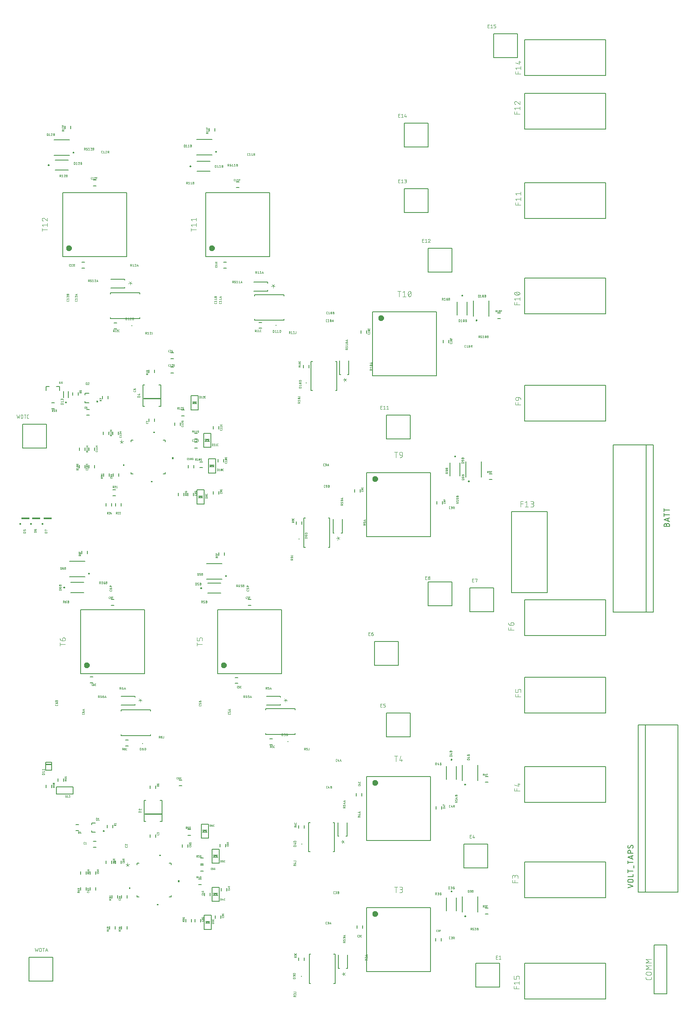
<source format=gto>
G04 EAGLE Gerber RS-274X export*
G75*
%MOMM*%
%FSLAX34Y34*%
%LPD*%
%INTop Silkscreen*%
%IPPOS*%
%AMOC8*
5,1,8,0,0,1.08239X$1,22.5*%
G01*
%ADD10C,0.152400*%
%ADD11C,0.025400*%
%ADD12C,0.050800*%
%ADD13C,0.127000*%
%ADD14C,0.076200*%
%ADD15C,0.200000*%
%ADD16R,0.200000X0.200000*%
%ADD17C,0.254000*%
%ADD18R,1.802153X0.401438*%
%ADD19C,0.447213*%
%ADD20C,0.101600*%
%ADD21C,0.203200*%
%ADD22C,0.600000*%

G36*
X331907Y1282829D02*
X331907Y1282829D01*
X331909Y1282828D01*
X331952Y1282848D01*
X331996Y1282866D01*
X331996Y1282868D01*
X331998Y1282869D01*
X332031Y1282954D01*
X332031Y1285494D01*
X332030Y1285496D01*
X332031Y1285498D01*
X332011Y1285541D01*
X331993Y1285585D01*
X331991Y1285585D01*
X331990Y1285587D01*
X331905Y1285620D01*
X328095Y1285620D01*
X328093Y1285619D01*
X328091Y1285620D01*
X328048Y1285600D01*
X328004Y1285582D01*
X328004Y1285580D01*
X328002Y1285579D01*
X327969Y1285494D01*
X327969Y1282954D01*
X327970Y1282952D01*
X327969Y1282950D01*
X327989Y1282907D01*
X328007Y1282863D01*
X328009Y1282863D01*
X328010Y1282861D01*
X328095Y1282828D01*
X331905Y1282828D01*
X331907Y1282829D01*
G37*
G36*
X371096Y1227370D02*
X371096Y1227370D01*
X371098Y1227369D01*
X371141Y1227389D01*
X371185Y1227407D01*
X371185Y1227409D01*
X371187Y1227410D01*
X371220Y1227495D01*
X371220Y1231305D01*
X371219Y1231307D01*
X371220Y1231309D01*
X371200Y1231352D01*
X371182Y1231396D01*
X371180Y1231396D01*
X371179Y1231398D01*
X371094Y1231431D01*
X368554Y1231431D01*
X368552Y1231430D01*
X368550Y1231431D01*
X368507Y1231411D01*
X368463Y1231393D01*
X368463Y1231391D01*
X368461Y1231390D01*
X368428Y1231305D01*
X368428Y1227495D01*
X368429Y1227493D01*
X368428Y1227491D01*
X368448Y1227448D01*
X368466Y1227404D01*
X368468Y1227404D01*
X368469Y1227402D01*
X368554Y1227369D01*
X371094Y1227369D01*
X371096Y1227370D01*
G37*
G36*
X266448Y1212370D02*
X266448Y1212370D01*
X266450Y1212369D01*
X266493Y1212389D01*
X266537Y1212407D01*
X266537Y1212409D01*
X266539Y1212410D01*
X266572Y1212495D01*
X266572Y1216305D01*
X266571Y1216307D01*
X266572Y1216309D01*
X266552Y1216352D01*
X266534Y1216396D01*
X266532Y1216396D01*
X266531Y1216398D01*
X266446Y1216431D01*
X263906Y1216431D01*
X263904Y1216430D01*
X263902Y1216431D01*
X263859Y1216411D01*
X263815Y1216393D01*
X263815Y1216391D01*
X263813Y1216390D01*
X263780Y1216305D01*
X263780Y1212495D01*
X263781Y1212493D01*
X263780Y1212491D01*
X263800Y1212448D01*
X263818Y1212404D01*
X263820Y1212404D01*
X263821Y1212402D01*
X263906Y1212369D01*
X266446Y1212369D01*
X266448Y1212370D01*
G37*
G36*
X326907Y1178181D02*
X326907Y1178181D01*
X326909Y1178180D01*
X326952Y1178200D01*
X326996Y1178218D01*
X326996Y1178220D01*
X326998Y1178221D01*
X327031Y1178306D01*
X327031Y1180846D01*
X327030Y1180848D01*
X327031Y1180850D01*
X327011Y1180893D01*
X326993Y1180937D01*
X326991Y1180937D01*
X326990Y1180939D01*
X326905Y1180972D01*
X323095Y1180972D01*
X323093Y1180971D01*
X323091Y1180972D01*
X323048Y1180952D01*
X323004Y1180934D01*
X323004Y1180932D01*
X323002Y1180931D01*
X322969Y1180846D01*
X322969Y1178306D01*
X322970Y1178304D01*
X322969Y1178302D01*
X322989Y1178259D01*
X323007Y1178215D01*
X323009Y1178215D01*
X323010Y1178213D01*
X323095Y1178180D01*
X326905Y1178180D01*
X326907Y1178181D01*
G37*
G36*
X344607Y381129D02*
X344607Y381129D01*
X344609Y381128D01*
X344652Y381148D01*
X344696Y381166D01*
X344696Y381168D01*
X344698Y381169D01*
X344731Y381254D01*
X344731Y383794D01*
X344730Y383796D01*
X344731Y383798D01*
X344711Y383841D01*
X344693Y383885D01*
X344691Y383885D01*
X344690Y383887D01*
X344605Y383920D01*
X340795Y383920D01*
X340793Y383919D01*
X340791Y383920D01*
X340748Y383900D01*
X340704Y383882D01*
X340704Y383880D01*
X340702Y383879D01*
X340669Y383794D01*
X340669Y381254D01*
X340670Y381252D01*
X340669Y381250D01*
X340689Y381207D01*
X340707Y381163D01*
X340709Y381163D01*
X340710Y381161D01*
X340795Y381128D01*
X344605Y381128D01*
X344607Y381129D01*
G37*
G36*
X383796Y325670D02*
X383796Y325670D01*
X383798Y325669D01*
X383841Y325689D01*
X383885Y325707D01*
X383885Y325709D01*
X383887Y325710D01*
X383920Y325795D01*
X383920Y329605D01*
X383919Y329607D01*
X383920Y329609D01*
X383900Y329652D01*
X383882Y329696D01*
X383880Y329696D01*
X383879Y329698D01*
X383794Y329731D01*
X381254Y329731D01*
X381252Y329730D01*
X381250Y329731D01*
X381207Y329711D01*
X381163Y329693D01*
X381163Y329691D01*
X381161Y329690D01*
X381128Y329605D01*
X381128Y325795D01*
X381129Y325793D01*
X381128Y325791D01*
X381148Y325748D01*
X381166Y325704D01*
X381168Y325704D01*
X381169Y325702D01*
X381254Y325669D01*
X383794Y325669D01*
X383796Y325670D01*
G37*
G36*
X279148Y310670D02*
X279148Y310670D01*
X279150Y310669D01*
X279193Y310689D01*
X279237Y310707D01*
X279237Y310709D01*
X279239Y310710D01*
X279272Y310795D01*
X279272Y314605D01*
X279271Y314607D01*
X279272Y314609D01*
X279252Y314652D01*
X279234Y314696D01*
X279232Y314696D01*
X279231Y314698D01*
X279146Y314731D01*
X276606Y314731D01*
X276604Y314730D01*
X276602Y314731D01*
X276559Y314711D01*
X276515Y314693D01*
X276515Y314691D01*
X276513Y314690D01*
X276480Y314605D01*
X276480Y310795D01*
X276481Y310793D01*
X276480Y310791D01*
X276500Y310748D01*
X276518Y310704D01*
X276520Y310704D01*
X276521Y310702D01*
X276606Y310669D01*
X279146Y310669D01*
X279148Y310670D01*
G37*
G36*
X339607Y276481D02*
X339607Y276481D01*
X339609Y276480D01*
X339652Y276500D01*
X339696Y276518D01*
X339696Y276520D01*
X339698Y276521D01*
X339731Y276606D01*
X339731Y279146D01*
X339730Y279148D01*
X339731Y279150D01*
X339711Y279193D01*
X339693Y279237D01*
X339691Y279237D01*
X339690Y279239D01*
X339605Y279272D01*
X335795Y279272D01*
X335793Y279271D01*
X335791Y279272D01*
X335748Y279252D01*
X335704Y279234D01*
X335704Y279232D01*
X335702Y279231D01*
X335669Y279146D01*
X335669Y276606D01*
X335670Y276604D01*
X335669Y276602D01*
X335689Y276559D01*
X335707Y276515D01*
X335709Y276515D01*
X335710Y276513D01*
X335795Y276480D01*
X339605Y276480D01*
X339607Y276481D01*
G37*
D10*
X206200Y400400D02*
X200200Y400400D01*
X200200Y412400D02*
X206200Y412400D01*
D11*
X181812Y406908D02*
X180966Y406908D01*
X180911Y406910D01*
X180855Y406915D01*
X180801Y406924D01*
X180747Y406937D01*
X180694Y406953D01*
X180642Y406972D01*
X180591Y406995D01*
X180543Y407021D01*
X180495Y407051D01*
X180450Y407083D01*
X180408Y407118D01*
X180367Y407156D01*
X180329Y407197D01*
X180294Y407239D01*
X180262Y407284D01*
X180232Y407332D01*
X180206Y407380D01*
X180183Y407431D01*
X180164Y407483D01*
X180148Y407536D01*
X180135Y407590D01*
X180126Y407644D01*
X180121Y407700D01*
X180119Y407755D01*
X180119Y409871D01*
X180121Y409929D01*
X180127Y409986D01*
X180137Y410043D01*
X180150Y410100D01*
X180168Y410155D01*
X180189Y410208D01*
X180214Y410261D01*
X180242Y410311D01*
X180274Y410359D01*
X180309Y410406D01*
X180347Y410449D01*
X180388Y410490D01*
X180431Y410528D01*
X180478Y410563D01*
X180526Y410595D01*
X180576Y410623D01*
X180629Y410648D01*
X180682Y410669D01*
X180737Y410687D01*
X180794Y410700D01*
X180851Y410710D01*
X180908Y410716D01*
X180966Y410718D01*
X181812Y410718D01*
X183176Y409871D02*
X184235Y410718D01*
X184235Y406908D01*
X185293Y406908D02*
X183176Y406908D01*
D12*
X697469Y1520444D02*
X698485Y1520444D01*
X697469Y1520444D02*
X697408Y1520446D01*
X697347Y1520451D01*
X697286Y1520461D01*
X697226Y1520474D01*
X697167Y1520490D01*
X697109Y1520510D01*
X697052Y1520534D01*
X696997Y1520560D01*
X696943Y1520591D01*
X696892Y1520624D01*
X696842Y1520660D01*
X696795Y1520700D01*
X696751Y1520742D01*
X696709Y1520786D01*
X696669Y1520833D01*
X696633Y1520883D01*
X696600Y1520934D01*
X696569Y1520988D01*
X696543Y1521043D01*
X696519Y1521100D01*
X696499Y1521158D01*
X696483Y1521217D01*
X696470Y1521277D01*
X696460Y1521338D01*
X696455Y1521399D01*
X696453Y1521460D01*
X696453Y1524000D01*
X696455Y1524061D01*
X696460Y1524122D01*
X696470Y1524183D01*
X696483Y1524243D01*
X696499Y1524302D01*
X696519Y1524360D01*
X696543Y1524417D01*
X696569Y1524472D01*
X696600Y1524526D01*
X696633Y1524577D01*
X696669Y1524627D01*
X696709Y1524674D01*
X696751Y1524718D01*
X696795Y1524760D01*
X696842Y1524800D01*
X696892Y1524836D01*
X696943Y1524869D01*
X696997Y1524900D01*
X697052Y1524926D01*
X697109Y1524950D01*
X697167Y1524970D01*
X697226Y1524986D01*
X697286Y1524999D01*
X697347Y1525009D01*
X697408Y1525014D01*
X697469Y1525016D01*
X698485Y1525016D01*
X700278Y1524000D02*
X701548Y1525016D01*
X701548Y1520444D01*
X700278Y1520444D02*
X702818Y1520444D01*
X704850Y1522730D02*
X704852Y1522852D01*
X704858Y1522974D01*
X704868Y1523096D01*
X704882Y1523217D01*
X704899Y1523338D01*
X704921Y1523458D01*
X704946Y1523577D01*
X704976Y1523696D01*
X705009Y1523813D01*
X705046Y1523930D01*
X705087Y1524045D01*
X705131Y1524158D01*
X705179Y1524271D01*
X705231Y1524381D01*
X705251Y1524435D01*
X705275Y1524489D01*
X705303Y1524540D01*
X705333Y1524590D01*
X705366Y1524638D01*
X705403Y1524683D01*
X705442Y1524727D01*
X705483Y1524767D01*
X705527Y1524806D01*
X705574Y1524841D01*
X705622Y1524873D01*
X705672Y1524903D01*
X705725Y1524929D01*
X705778Y1524952D01*
X705833Y1524971D01*
X705889Y1524987D01*
X705946Y1525000D01*
X706004Y1525009D01*
X706062Y1525014D01*
X706120Y1525016D01*
X706178Y1525014D01*
X706236Y1525009D01*
X706294Y1525000D01*
X706351Y1524987D01*
X706407Y1524971D01*
X706462Y1524952D01*
X706515Y1524929D01*
X706568Y1524903D01*
X706618Y1524873D01*
X706666Y1524841D01*
X706713Y1524806D01*
X706757Y1524767D01*
X706798Y1524727D01*
X706837Y1524683D01*
X706874Y1524638D01*
X706907Y1524590D01*
X706937Y1524540D01*
X706965Y1524489D01*
X706989Y1524435D01*
X707009Y1524381D01*
X707061Y1524271D01*
X707109Y1524158D01*
X707153Y1524045D01*
X707194Y1523930D01*
X707231Y1523813D01*
X707264Y1523696D01*
X707294Y1523577D01*
X707319Y1523458D01*
X707341Y1523338D01*
X707358Y1523217D01*
X707372Y1523096D01*
X707382Y1522974D01*
X707388Y1522852D01*
X707390Y1522730D01*
X704850Y1522730D02*
X704852Y1522608D01*
X704858Y1522486D01*
X704868Y1522364D01*
X704882Y1522243D01*
X704899Y1522122D01*
X704921Y1522002D01*
X704946Y1521883D01*
X704976Y1521764D01*
X705009Y1521647D01*
X705046Y1521530D01*
X705087Y1521415D01*
X705131Y1521302D01*
X705179Y1521189D01*
X705231Y1521079D01*
X705251Y1521025D01*
X705275Y1520971D01*
X705303Y1520920D01*
X705333Y1520870D01*
X705366Y1520822D01*
X705403Y1520777D01*
X705442Y1520733D01*
X705483Y1520693D01*
X705527Y1520654D01*
X705574Y1520619D01*
X705622Y1520587D01*
X705672Y1520557D01*
X705725Y1520531D01*
X705778Y1520508D01*
X705833Y1520489D01*
X705889Y1520473D01*
X705946Y1520460D01*
X706004Y1520451D01*
X706062Y1520446D01*
X706120Y1520444D01*
X707009Y1521079D02*
X707061Y1521189D01*
X707109Y1521302D01*
X707153Y1521415D01*
X707194Y1521530D01*
X707231Y1521647D01*
X707264Y1521764D01*
X707294Y1521883D01*
X707319Y1522002D01*
X707341Y1522122D01*
X707358Y1522243D01*
X707372Y1522364D01*
X707382Y1522486D01*
X707388Y1522608D01*
X707390Y1522730D01*
X707009Y1521079D02*
X706989Y1521025D01*
X706965Y1520971D01*
X706937Y1520920D01*
X706907Y1520870D01*
X706874Y1520822D01*
X706837Y1520777D01*
X706798Y1520733D01*
X706757Y1520693D01*
X706713Y1520654D01*
X706666Y1520619D01*
X706618Y1520587D01*
X706568Y1520557D01*
X706515Y1520531D01*
X706462Y1520508D01*
X706407Y1520489D01*
X706351Y1520473D01*
X706294Y1520460D01*
X706236Y1520451D01*
X706178Y1520446D01*
X706120Y1520444D01*
X705104Y1521460D02*
X707136Y1524000D01*
X710692Y1525016D02*
X709168Y1520444D01*
X712216Y1520444D02*
X710692Y1525016D01*
X711835Y1521587D02*
X709549Y1521587D01*
X699781Y1536954D02*
X698765Y1536954D01*
X698704Y1536956D01*
X698643Y1536961D01*
X698582Y1536971D01*
X698522Y1536984D01*
X698463Y1537000D01*
X698405Y1537020D01*
X698348Y1537044D01*
X698293Y1537070D01*
X698239Y1537101D01*
X698188Y1537134D01*
X698138Y1537170D01*
X698091Y1537210D01*
X698047Y1537252D01*
X698005Y1537296D01*
X697965Y1537343D01*
X697929Y1537393D01*
X697896Y1537444D01*
X697865Y1537498D01*
X697839Y1537553D01*
X697815Y1537610D01*
X697795Y1537668D01*
X697779Y1537727D01*
X697766Y1537787D01*
X697756Y1537848D01*
X697751Y1537909D01*
X697749Y1537970D01*
X697749Y1540510D01*
X697751Y1540571D01*
X697756Y1540632D01*
X697766Y1540693D01*
X697779Y1540753D01*
X697795Y1540812D01*
X697815Y1540870D01*
X697839Y1540927D01*
X697865Y1540982D01*
X697896Y1541036D01*
X697929Y1541087D01*
X697965Y1541137D01*
X698005Y1541184D01*
X698047Y1541228D01*
X698091Y1541270D01*
X698138Y1541310D01*
X698188Y1541346D01*
X698239Y1541379D01*
X698293Y1541410D01*
X698348Y1541436D01*
X698405Y1541460D01*
X698463Y1541480D01*
X698522Y1541496D01*
X698582Y1541509D01*
X698643Y1541519D01*
X698704Y1541524D01*
X698765Y1541526D01*
X699781Y1541526D01*
X701573Y1540510D02*
X702843Y1541526D01*
X702843Y1536954D01*
X701573Y1536954D02*
X704113Y1536954D01*
X706145Y1539240D02*
X706147Y1539362D01*
X706153Y1539484D01*
X706163Y1539606D01*
X706177Y1539727D01*
X706194Y1539848D01*
X706216Y1539968D01*
X706241Y1540087D01*
X706271Y1540206D01*
X706304Y1540323D01*
X706341Y1540440D01*
X706382Y1540555D01*
X706426Y1540668D01*
X706474Y1540781D01*
X706526Y1540891D01*
X706546Y1540945D01*
X706570Y1540999D01*
X706598Y1541050D01*
X706628Y1541100D01*
X706661Y1541148D01*
X706698Y1541193D01*
X706737Y1541237D01*
X706778Y1541277D01*
X706822Y1541316D01*
X706869Y1541351D01*
X706917Y1541383D01*
X706967Y1541413D01*
X707020Y1541439D01*
X707073Y1541462D01*
X707128Y1541481D01*
X707184Y1541497D01*
X707241Y1541510D01*
X707299Y1541519D01*
X707357Y1541524D01*
X707415Y1541526D01*
X707473Y1541524D01*
X707531Y1541519D01*
X707589Y1541510D01*
X707646Y1541497D01*
X707702Y1541481D01*
X707757Y1541462D01*
X707810Y1541439D01*
X707863Y1541413D01*
X707913Y1541383D01*
X707961Y1541351D01*
X708008Y1541316D01*
X708052Y1541277D01*
X708093Y1541237D01*
X708132Y1541193D01*
X708169Y1541148D01*
X708202Y1541100D01*
X708232Y1541050D01*
X708260Y1540999D01*
X708284Y1540945D01*
X708304Y1540891D01*
X708305Y1540891D02*
X708357Y1540781D01*
X708405Y1540668D01*
X708449Y1540555D01*
X708490Y1540440D01*
X708527Y1540323D01*
X708560Y1540206D01*
X708590Y1540087D01*
X708615Y1539968D01*
X708637Y1539848D01*
X708654Y1539727D01*
X708668Y1539606D01*
X708678Y1539484D01*
X708684Y1539362D01*
X708686Y1539240D01*
X706145Y1539240D02*
X706147Y1539118D01*
X706153Y1538996D01*
X706163Y1538874D01*
X706177Y1538753D01*
X706194Y1538632D01*
X706216Y1538512D01*
X706241Y1538393D01*
X706271Y1538274D01*
X706304Y1538157D01*
X706341Y1538040D01*
X706382Y1537925D01*
X706426Y1537812D01*
X706474Y1537699D01*
X706526Y1537589D01*
X706546Y1537535D01*
X706570Y1537481D01*
X706598Y1537430D01*
X706628Y1537380D01*
X706661Y1537332D01*
X706698Y1537287D01*
X706737Y1537243D01*
X706778Y1537203D01*
X706822Y1537164D01*
X706869Y1537129D01*
X706917Y1537097D01*
X706967Y1537067D01*
X707020Y1537041D01*
X707073Y1537018D01*
X707128Y1536999D01*
X707184Y1536983D01*
X707241Y1536970D01*
X707299Y1536961D01*
X707357Y1536956D01*
X707415Y1536954D01*
X708305Y1537589D02*
X708357Y1537699D01*
X708405Y1537812D01*
X708449Y1537925D01*
X708490Y1538040D01*
X708527Y1538157D01*
X708560Y1538274D01*
X708590Y1538393D01*
X708615Y1538512D01*
X708637Y1538632D01*
X708654Y1538753D01*
X708668Y1538874D01*
X708678Y1538996D01*
X708684Y1539118D01*
X708686Y1539240D01*
X708304Y1537589D02*
X708284Y1537535D01*
X708260Y1537481D01*
X708232Y1537430D01*
X708202Y1537380D01*
X708169Y1537332D01*
X708132Y1537287D01*
X708093Y1537243D01*
X708052Y1537203D01*
X708008Y1537164D01*
X707961Y1537129D01*
X707913Y1537097D01*
X707863Y1537067D01*
X707810Y1537041D01*
X707757Y1537018D01*
X707702Y1536999D01*
X707646Y1536983D01*
X707589Y1536970D01*
X707531Y1536961D01*
X707473Y1536956D01*
X707415Y1536954D01*
X706399Y1537970D02*
X708431Y1540510D01*
X710946Y1539494D02*
X712216Y1539494D01*
X712286Y1539492D01*
X712356Y1539486D01*
X712425Y1539477D01*
X712494Y1539463D01*
X712562Y1539446D01*
X712628Y1539425D01*
X712694Y1539401D01*
X712758Y1539373D01*
X712820Y1539341D01*
X712881Y1539306D01*
X712940Y1539268D01*
X712996Y1539226D01*
X713050Y1539182D01*
X713102Y1539134D01*
X713150Y1539084D01*
X713196Y1539031D01*
X713239Y1538976D01*
X713279Y1538919D01*
X713316Y1538859D01*
X713349Y1538797D01*
X713379Y1538734D01*
X713405Y1538669D01*
X713428Y1538603D01*
X713447Y1538536D01*
X713462Y1538467D01*
X713474Y1538398D01*
X713482Y1538329D01*
X713486Y1538259D01*
X713486Y1538189D01*
X713482Y1538119D01*
X713474Y1538050D01*
X713462Y1537981D01*
X713447Y1537912D01*
X713428Y1537845D01*
X713405Y1537779D01*
X713379Y1537714D01*
X713349Y1537651D01*
X713316Y1537589D01*
X713279Y1537529D01*
X713239Y1537472D01*
X713196Y1537417D01*
X713150Y1537364D01*
X713102Y1537314D01*
X713050Y1537266D01*
X712996Y1537222D01*
X712940Y1537180D01*
X712881Y1537142D01*
X712820Y1537107D01*
X712758Y1537075D01*
X712694Y1537047D01*
X712628Y1537023D01*
X712562Y1537002D01*
X712494Y1536985D01*
X712425Y1536971D01*
X712356Y1536962D01*
X712286Y1536956D01*
X712216Y1536954D01*
X710946Y1536954D01*
X710946Y1541526D01*
X712216Y1541526D01*
X712279Y1541524D01*
X712341Y1541518D01*
X712403Y1541509D01*
X712464Y1541495D01*
X712524Y1541478D01*
X712583Y1541457D01*
X712641Y1541433D01*
X712697Y1541405D01*
X712751Y1541374D01*
X712803Y1541339D01*
X712853Y1541302D01*
X712900Y1541261D01*
X712945Y1541217D01*
X712988Y1541171D01*
X713027Y1541122D01*
X713063Y1541071D01*
X713096Y1541018D01*
X713125Y1540963D01*
X713152Y1540906D01*
X713174Y1540848D01*
X713193Y1540788D01*
X713208Y1540727D01*
X713220Y1540666D01*
X713228Y1540604D01*
X713232Y1540541D01*
X713232Y1540479D01*
X713228Y1540416D01*
X713220Y1540354D01*
X713208Y1540293D01*
X713193Y1540232D01*
X713174Y1540172D01*
X713152Y1540114D01*
X713125Y1540057D01*
X713096Y1540002D01*
X713063Y1539949D01*
X713027Y1539898D01*
X712988Y1539849D01*
X712945Y1539803D01*
X712900Y1539759D01*
X712853Y1539718D01*
X712803Y1539681D01*
X712751Y1539646D01*
X712697Y1539615D01*
X712641Y1539587D01*
X712583Y1539563D01*
X712524Y1539542D01*
X712464Y1539525D01*
X712403Y1539511D01*
X712341Y1539502D01*
X712279Y1539496D01*
X712216Y1539494D01*
D10*
X783240Y1501600D02*
X783240Y1495600D01*
X771240Y1495600D02*
X771240Y1501600D01*
D11*
X789432Y1495592D02*
X789432Y1494745D01*
X789430Y1494687D01*
X789424Y1494630D01*
X789414Y1494573D01*
X789401Y1494516D01*
X789383Y1494461D01*
X789362Y1494408D01*
X789337Y1494355D01*
X789309Y1494305D01*
X789277Y1494257D01*
X789242Y1494210D01*
X789204Y1494167D01*
X789163Y1494126D01*
X789120Y1494088D01*
X789073Y1494053D01*
X789025Y1494021D01*
X788975Y1493993D01*
X788922Y1493968D01*
X788869Y1493947D01*
X788814Y1493929D01*
X788757Y1493916D01*
X788700Y1493906D01*
X788643Y1493900D01*
X788585Y1493898D01*
X788585Y1493899D02*
X786469Y1493899D01*
X786469Y1493898D02*
X786411Y1493900D01*
X786354Y1493906D01*
X786297Y1493916D01*
X786240Y1493929D01*
X786185Y1493947D01*
X786132Y1493968D01*
X786079Y1493993D01*
X786029Y1494021D01*
X785981Y1494053D01*
X785934Y1494088D01*
X785891Y1494126D01*
X785850Y1494167D01*
X785812Y1494210D01*
X785777Y1494257D01*
X785745Y1494305D01*
X785717Y1494355D01*
X785692Y1494408D01*
X785671Y1494461D01*
X785653Y1494516D01*
X785640Y1494573D01*
X785630Y1494630D01*
X785624Y1494687D01*
X785622Y1494745D01*
X785622Y1495592D01*
X786469Y1496956D02*
X785622Y1498014D01*
X789432Y1498014D01*
X789432Y1496956D02*
X789432Y1499073D01*
X787527Y1500613D02*
X787417Y1500615D01*
X787308Y1500621D01*
X787199Y1500630D01*
X787090Y1500644D01*
X786982Y1500661D01*
X786874Y1500682D01*
X786768Y1500706D01*
X786662Y1500735D01*
X786557Y1500767D01*
X786453Y1500802D01*
X786351Y1500841D01*
X786250Y1500884D01*
X786151Y1500931D01*
X786101Y1500951D01*
X786052Y1500973D01*
X786004Y1500999D01*
X785959Y1501028D01*
X785916Y1501061D01*
X785875Y1501096D01*
X785836Y1501134D01*
X785801Y1501174D01*
X785768Y1501217D01*
X785738Y1501262D01*
X785711Y1501309D01*
X785688Y1501357D01*
X785668Y1501407D01*
X785652Y1501459D01*
X785639Y1501511D01*
X785629Y1501564D01*
X785624Y1501618D01*
X785622Y1501672D01*
X785624Y1501726D01*
X785629Y1501780D01*
X785639Y1501833D01*
X785652Y1501885D01*
X785668Y1501937D01*
X785688Y1501987D01*
X785711Y1502035D01*
X785738Y1502082D01*
X785768Y1502127D01*
X785801Y1502170D01*
X785836Y1502210D01*
X785875Y1502248D01*
X785916Y1502283D01*
X785959Y1502316D01*
X786004Y1502345D01*
X786052Y1502371D01*
X786101Y1502393D01*
X786151Y1502413D01*
X786250Y1502460D01*
X786351Y1502503D01*
X786453Y1502542D01*
X786557Y1502577D01*
X786662Y1502609D01*
X786768Y1502638D01*
X786874Y1502662D01*
X786982Y1502683D01*
X787090Y1502700D01*
X787199Y1502714D01*
X787308Y1502723D01*
X787417Y1502729D01*
X787527Y1502731D01*
X787527Y1500613D02*
X787637Y1500615D01*
X787746Y1500621D01*
X787855Y1500630D01*
X787964Y1500644D01*
X788072Y1500661D01*
X788180Y1500682D01*
X788286Y1500706D01*
X788392Y1500735D01*
X788497Y1500767D01*
X788601Y1500802D01*
X788703Y1500841D01*
X788804Y1500884D01*
X788903Y1500931D01*
X788953Y1500951D01*
X789002Y1500973D01*
X789050Y1500999D01*
X789095Y1501028D01*
X789138Y1501061D01*
X789179Y1501096D01*
X789218Y1501134D01*
X789253Y1501174D01*
X789286Y1501217D01*
X789316Y1501262D01*
X789343Y1501309D01*
X789366Y1501357D01*
X789386Y1501408D01*
X789402Y1501459D01*
X789415Y1501511D01*
X789425Y1501564D01*
X789430Y1501618D01*
X789432Y1501672D01*
X788903Y1502413D02*
X788804Y1502460D01*
X788703Y1502503D01*
X788601Y1502542D01*
X788497Y1502577D01*
X788392Y1502609D01*
X788286Y1502638D01*
X788180Y1502662D01*
X788072Y1502683D01*
X787964Y1502700D01*
X787855Y1502714D01*
X787746Y1502723D01*
X787637Y1502729D01*
X787527Y1502731D01*
X788903Y1502413D02*
X788953Y1502393D01*
X789002Y1502371D01*
X789050Y1502345D01*
X789095Y1502316D01*
X789138Y1502283D01*
X789179Y1502248D01*
X789218Y1502210D01*
X789253Y1502170D01*
X789286Y1502127D01*
X789316Y1502082D01*
X789343Y1502035D01*
X789366Y1501987D01*
X789386Y1501936D01*
X789402Y1501885D01*
X789415Y1501833D01*
X789425Y1501780D01*
X789430Y1501726D01*
X789432Y1501672D01*
X788585Y1500825D02*
X786469Y1502519D01*
X789432Y1504400D02*
X789432Y1506093D01*
X789432Y1504400D02*
X785622Y1504400D01*
X785622Y1506093D01*
X787315Y1505670D02*
X787315Y1504400D01*
D10*
X958500Y1481280D02*
X958500Y1475280D01*
X946500Y1475280D02*
X946500Y1481280D01*
D11*
X964692Y1475272D02*
X964692Y1474425D01*
X964690Y1474367D01*
X964684Y1474310D01*
X964674Y1474253D01*
X964661Y1474196D01*
X964643Y1474141D01*
X964622Y1474088D01*
X964597Y1474035D01*
X964569Y1473985D01*
X964537Y1473937D01*
X964502Y1473890D01*
X964464Y1473847D01*
X964423Y1473806D01*
X964380Y1473768D01*
X964333Y1473733D01*
X964285Y1473701D01*
X964235Y1473673D01*
X964182Y1473648D01*
X964129Y1473627D01*
X964074Y1473609D01*
X964017Y1473596D01*
X963960Y1473586D01*
X963903Y1473580D01*
X963845Y1473578D01*
X963845Y1473579D02*
X961729Y1473579D01*
X961729Y1473578D02*
X961671Y1473580D01*
X961614Y1473586D01*
X961557Y1473596D01*
X961500Y1473609D01*
X961445Y1473627D01*
X961392Y1473648D01*
X961339Y1473673D01*
X961289Y1473701D01*
X961241Y1473733D01*
X961194Y1473768D01*
X961151Y1473806D01*
X961110Y1473847D01*
X961072Y1473890D01*
X961037Y1473937D01*
X961005Y1473985D01*
X960977Y1474035D01*
X960952Y1474088D01*
X960931Y1474141D01*
X960913Y1474196D01*
X960900Y1474253D01*
X960890Y1474310D01*
X960884Y1474367D01*
X960882Y1474425D01*
X960882Y1475272D01*
X961729Y1476636D02*
X960882Y1477694D01*
X964692Y1477694D01*
X964692Y1476636D02*
X964692Y1478753D01*
X962787Y1480293D02*
X962677Y1480295D01*
X962568Y1480301D01*
X962459Y1480310D01*
X962350Y1480324D01*
X962242Y1480341D01*
X962134Y1480362D01*
X962028Y1480386D01*
X961922Y1480415D01*
X961817Y1480447D01*
X961713Y1480482D01*
X961611Y1480521D01*
X961510Y1480564D01*
X961411Y1480611D01*
X961361Y1480631D01*
X961312Y1480653D01*
X961264Y1480679D01*
X961219Y1480708D01*
X961176Y1480741D01*
X961135Y1480776D01*
X961096Y1480814D01*
X961061Y1480854D01*
X961028Y1480897D01*
X960998Y1480942D01*
X960971Y1480989D01*
X960948Y1481037D01*
X960928Y1481087D01*
X960912Y1481139D01*
X960899Y1481191D01*
X960889Y1481244D01*
X960884Y1481298D01*
X960882Y1481352D01*
X960884Y1481406D01*
X960889Y1481460D01*
X960899Y1481513D01*
X960912Y1481565D01*
X960928Y1481617D01*
X960948Y1481667D01*
X960971Y1481715D01*
X960998Y1481762D01*
X961028Y1481807D01*
X961061Y1481850D01*
X961096Y1481890D01*
X961135Y1481928D01*
X961176Y1481963D01*
X961219Y1481996D01*
X961264Y1482025D01*
X961312Y1482051D01*
X961361Y1482073D01*
X961411Y1482093D01*
X961510Y1482140D01*
X961611Y1482183D01*
X961713Y1482222D01*
X961817Y1482257D01*
X961922Y1482289D01*
X962028Y1482318D01*
X962134Y1482342D01*
X962242Y1482363D01*
X962350Y1482380D01*
X962459Y1482394D01*
X962568Y1482403D01*
X962677Y1482409D01*
X962787Y1482411D01*
X962787Y1480293D02*
X962897Y1480295D01*
X963006Y1480301D01*
X963115Y1480310D01*
X963224Y1480324D01*
X963332Y1480341D01*
X963440Y1480362D01*
X963546Y1480386D01*
X963652Y1480415D01*
X963757Y1480447D01*
X963861Y1480482D01*
X963963Y1480521D01*
X964064Y1480564D01*
X964163Y1480611D01*
X964213Y1480631D01*
X964262Y1480653D01*
X964310Y1480679D01*
X964355Y1480708D01*
X964398Y1480741D01*
X964439Y1480776D01*
X964478Y1480814D01*
X964513Y1480854D01*
X964546Y1480897D01*
X964576Y1480942D01*
X964603Y1480989D01*
X964626Y1481037D01*
X964646Y1481088D01*
X964662Y1481139D01*
X964675Y1481191D01*
X964685Y1481244D01*
X964690Y1481298D01*
X964692Y1481352D01*
X964163Y1482093D02*
X964064Y1482140D01*
X963963Y1482183D01*
X963861Y1482222D01*
X963757Y1482257D01*
X963652Y1482289D01*
X963546Y1482318D01*
X963440Y1482342D01*
X963332Y1482363D01*
X963224Y1482380D01*
X963115Y1482394D01*
X963006Y1482403D01*
X962897Y1482409D01*
X962787Y1482411D01*
X964163Y1482093D02*
X964213Y1482073D01*
X964262Y1482051D01*
X964310Y1482025D01*
X964355Y1481996D01*
X964398Y1481963D01*
X964439Y1481928D01*
X964478Y1481890D01*
X964513Y1481850D01*
X964546Y1481807D01*
X964576Y1481762D01*
X964603Y1481715D01*
X964626Y1481667D01*
X964646Y1481616D01*
X964662Y1481565D01*
X964675Y1481513D01*
X964685Y1481460D01*
X964690Y1481406D01*
X964692Y1481352D01*
X963845Y1480505D02*
X961729Y1482199D01*
X960882Y1484080D02*
X964692Y1484080D01*
X960882Y1484080D02*
X960882Y1485773D01*
X962575Y1485773D02*
X962575Y1484080D01*
D10*
X414940Y1214580D02*
X414940Y1208580D01*
X402940Y1208580D02*
X402940Y1214580D01*
D11*
X401870Y1226312D02*
X401024Y1226312D01*
X400969Y1226314D01*
X400913Y1226319D01*
X400859Y1226328D01*
X400805Y1226341D01*
X400752Y1226357D01*
X400700Y1226376D01*
X400649Y1226399D01*
X400601Y1226425D01*
X400553Y1226455D01*
X400508Y1226487D01*
X400466Y1226522D01*
X400425Y1226560D01*
X400387Y1226601D01*
X400352Y1226643D01*
X400320Y1226688D01*
X400290Y1226736D01*
X400264Y1226784D01*
X400241Y1226835D01*
X400222Y1226887D01*
X400206Y1226940D01*
X400193Y1226994D01*
X400184Y1227048D01*
X400179Y1227104D01*
X400177Y1227159D01*
X400177Y1229275D01*
X400179Y1229333D01*
X400185Y1229390D01*
X400195Y1229447D01*
X400208Y1229504D01*
X400226Y1229559D01*
X400247Y1229612D01*
X400272Y1229665D01*
X400300Y1229715D01*
X400332Y1229763D01*
X400367Y1229810D01*
X400405Y1229853D01*
X400446Y1229894D01*
X400489Y1229932D01*
X400536Y1229967D01*
X400584Y1229999D01*
X400634Y1230027D01*
X400687Y1230052D01*
X400740Y1230073D01*
X400795Y1230091D01*
X400852Y1230104D01*
X400909Y1230114D01*
X400966Y1230120D01*
X401024Y1230122D01*
X401870Y1230122D01*
X403234Y1229275D02*
X404293Y1230122D01*
X404293Y1226312D01*
X405351Y1226312D02*
X403234Y1226312D01*
X406892Y1228217D02*
X406894Y1228327D01*
X406900Y1228436D01*
X406909Y1228545D01*
X406923Y1228654D01*
X406940Y1228762D01*
X406961Y1228870D01*
X406985Y1228976D01*
X407014Y1229082D01*
X407046Y1229187D01*
X407081Y1229291D01*
X407120Y1229393D01*
X407163Y1229494D01*
X407210Y1229593D01*
X407209Y1229593D02*
X407229Y1229643D01*
X407251Y1229692D01*
X407277Y1229740D01*
X407306Y1229785D01*
X407339Y1229828D01*
X407374Y1229869D01*
X407412Y1229908D01*
X407452Y1229943D01*
X407495Y1229976D01*
X407540Y1230006D01*
X407587Y1230033D01*
X407635Y1230056D01*
X407685Y1230076D01*
X407737Y1230092D01*
X407789Y1230105D01*
X407842Y1230115D01*
X407896Y1230120D01*
X407950Y1230122D01*
X408004Y1230120D01*
X408058Y1230115D01*
X408111Y1230105D01*
X408163Y1230092D01*
X408215Y1230076D01*
X408265Y1230056D01*
X408313Y1230033D01*
X408360Y1230006D01*
X408405Y1229976D01*
X408448Y1229943D01*
X408488Y1229908D01*
X408526Y1229869D01*
X408561Y1229828D01*
X408594Y1229785D01*
X408623Y1229740D01*
X408649Y1229692D01*
X408671Y1229643D01*
X408691Y1229593D01*
X408738Y1229494D01*
X408781Y1229393D01*
X408820Y1229291D01*
X408855Y1229187D01*
X408887Y1229082D01*
X408916Y1228976D01*
X408940Y1228870D01*
X408961Y1228762D01*
X408978Y1228654D01*
X408992Y1228545D01*
X409001Y1228436D01*
X409007Y1228327D01*
X409009Y1228217D01*
X406892Y1228217D02*
X406894Y1228107D01*
X406900Y1227998D01*
X406909Y1227889D01*
X406923Y1227780D01*
X406940Y1227672D01*
X406961Y1227564D01*
X406985Y1227458D01*
X407014Y1227352D01*
X407046Y1227247D01*
X407081Y1227144D01*
X407120Y1227041D01*
X407163Y1226940D01*
X407210Y1226841D01*
X407209Y1226841D02*
X407229Y1226791D01*
X407251Y1226742D01*
X407277Y1226694D01*
X407306Y1226649D01*
X407339Y1226606D01*
X407374Y1226565D01*
X407412Y1226526D01*
X407452Y1226491D01*
X407495Y1226458D01*
X407540Y1226428D01*
X407587Y1226401D01*
X407635Y1226378D01*
X407685Y1226358D01*
X407737Y1226342D01*
X407789Y1226329D01*
X407842Y1226319D01*
X407896Y1226314D01*
X407950Y1226312D01*
X408691Y1226841D02*
X408738Y1226940D01*
X408781Y1227041D01*
X408820Y1227144D01*
X408855Y1227247D01*
X408887Y1227352D01*
X408916Y1227458D01*
X408940Y1227564D01*
X408961Y1227672D01*
X408978Y1227780D01*
X408992Y1227889D01*
X409001Y1227998D01*
X409007Y1228107D01*
X409009Y1228217D01*
X408691Y1226841D02*
X408671Y1226791D01*
X408649Y1226742D01*
X408623Y1226694D01*
X408594Y1226649D01*
X408561Y1226606D01*
X408526Y1226565D01*
X408488Y1226526D01*
X408448Y1226491D01*
X408405Y1226458D01*
X408360Y1226428D01*
X408313Y1226401D01*
X408265Y1226378D01*
X408215Y1226358D01*
X408163Y1226342D01*
X408111Y1226329D01*
X408058Y1226319D01*
X408004Y1226314D01*
X407950Y1226312D01*
X407104Y1227159D02*
X408797Y1229275D01*
X412153Y1228429D02*
X412788Y1228429D01*
X412788Y1226312D01*
X411518Y1226312D01*
X411463Y1226314D01*
X411407Y1226319D01*
X411353Y1226328D01*
X411299Y1226341D01*
X411246Y1226357D01*
X411194Y1226376D01*
X411143Y1226399D01*
X411095Y1226425D01*
X411047Y1226455D01*
X411002Y1226487D01*
X410960Y1226522D01*
X410919Y1226560D01*
X410881Y1226601D01*
X410846Y1226643D01*
X410814Y1226688D01*
X410784Y1226736D01*
X410758Y1226784D01*
X410735Y1226835D01*
X410716Y1226887D01*
X410700Y1226940D01*
X410687Y1226994D01*
X410678Y1227048D01*
X410673Y1227104D01*
X410671Y1227159D01*
X410672Y1227159D02*
X410672Y1229275D01*
X410671Y1229275D02*
X410673Y1229333D01*
X410679Y1229390D01*
X410689Y1229447D01*
X410702Y1229504D01*
X410720Y1229559D01*
X410741Y1229612D01*
X410766Y1229665D01*
X410794Y1229715D01*
X410826Y1229763D01*
X410861Y1229810D01*
X410899Y1229853D01*
X410940Y1229894D01*
X410983Y1229932D01*
X411030Y1229967D01*
X411078Y1229999D01*
X411128Y1230027D01*
X411181Y1230052D01*
X411234Y1230073D01*
X411289Y1230091D01*
X411346Y1230104D01*
X411403Y1230114D01*
X411460Y1230120D01*
X411518Y1230122D01*
X412788Y1230122D01*
D10*
X190850Y1214580D02*
X190850Y1208580D01*
X202850Y1208580D02*
X202850Y1214580D01*
D11*
X188468Y1205780D02*
X188468Y1204934D01*
X188466Y1204876D01*
X188460Y1204819D01*
X188450Y1204762D01*
X188437Y1204705D01*
X188419Y1204650D01*
X188398Y1204597D01*
X188373Y1204544D01*
X188345Y1204494D01*
X188313Y1204446D01*
X188278Y1204399D01*
X188240Y1204356D01*
X188199Y1204315D01*
X188156Y1204277D01*
X188109Y1204242D01*
X188061Y1204210D01*
X188011Y1204182D01*
X187958Y1204157D01*
X187905Y1204136D01*
X187850Y1204118D01*
X187793Y1204105D01*
X187736Y1204095D01*
X187679Y1204089D01*
X187621Y1204087D01*
X185505Y1204087D01*
X185447Y1204089D01*
X185390Y1204095D01*
X185333Y1204105D01*
X185276Y1204118D01*
X185221Y1204136D01*
X185168Y1204157D01*
X185115Y1204182D01*
X185065Y1204210D01*
X185017Y1204242D01*
X184970Y1204277D01*
X184927Y1204315D01*
X184886Y1204356D01*
X184848Y1204399D01*
X184813Y1204446D01*
X184781Y1204494D01*
X184753Y1204544D01*
X184728Y1204597D01*
X184707Y1204650D01*
X184689Y1204705D01*
X184676Y1204762D01*
X184666Y1204819D01*
X184660Y1204876D01*
X184658Y1204934D01*
X184658Y1205780D01*
X185505Y1207144D02*
X184658Y1208203D01*
X188468Y1208203D01*
X188468Y1209261D02*
X188468Y1207144D01*
X186563Y1210802D02*
X186453Y1210804D01*
X186344Y1210810D01*
X186235Y1210819D01*
X186126Y1210833D01*
X186018Y1210850D01*
X185910Y1210871D01*
X185804Y1210895D01*
X185698Y1210924D01*
X185593Y1210956D01*
X185489Y1210991D01*
X185387Y1211030D01*
X185286Y1211073D01*
X185187Y1211120D01*
X185187Y1211119D02*
X185137Y1211139D01*
X185088Y1211161D01*
X185040Y1211187D01*
X184995Y1211216D01*
X184952Y1211249D01*
X184911Y1211284D01*
X184872Y1211322D01*
X184837Y1211362D01*
X184804Y1211405D01*
X184774Y1211450D01*
X184747Y1211497D01*
X184724Y1211545D01*
X184704Y1211595D01*
X184688Y1211647D01*
X184675Y1211699D01*
X184665Y1211752D01*
X184660Y1211806D01*
X184658Y1211860D01*
X184660Y1211914D01*
X184665Y1211968D01*
X184675Y1212021D01*
X184688Y1212073D01*
X184704Y1212125D01*
X184724Y1212175D01*
X184747Y1212223D01*
X184774Y1212270D01*
X184804Y1212315D01*
X184837Y1212358D01*
X184872Y1212398D01*
X184911Y1212436D01*
X184952Y1212471D01*
X184995Y1212504D01*
X185040Y1212533D01*
X185088Y1212559D01*
X185137Y1212581D01*
X185187Y1212601D01*
X185286Y1212648D01*
X185387Y1212691D01*
X185489Y1212730D01*
X185593Y1212765D01*
X185698Y1212797D01*
X185804Y1212826D01*
X185910Y1212850D01*
X186018Y1212871D01*
X186126Y1212888D01*
X186235Y1212902D01*
X186344Y1212911D01*
X186453Y1212917D01*
X186563Y1212919D01*
X186563Y1210802D02*
X186673Y1210804D01*
X186782Y1210810D01*
X186891Y1210819D01*
X187000Y1210833D01*
X187108Y1210850D01*
X187216Y1210871D01*
X187322Y1210895D01*
X187428Y1210924D01*
X187533Y1210956D01*
X187637Y1210991D01*
X187739Y1211030D01*
X187840Y1211073D01*
X187939Y1211120D01*
X187939Y1211119D02*
X187989Y1211139D01*
X188038Y1211161D01*
X188086Y1211187D01*
X188131Y1211216D01*
X188174Y1211249D01*
X188215Y1211284D01*
X188254Y1211322D01*
X188289Y1211362D01*
X188322Y1211405D01*
X188352Y1211450D01*
X188379Y1211497D01*
X188402Y1211545D01*
X188422Y1211596D01*
X188438Y1211647D01*
X188451Y1211699D01*
X188461Y1211752D01*
X188466Y1211806D01*
X188468Y1211860D01*
X187939Y1212601D02*
X187840Y1212648D01*
X187739Y1212691D01*
X187637Y1212730D01*
X187533Y1212765D01*
X187428Y1212797D01*
X187322Y1212826D01*
X187216Y1212850D01*
X187108Y1212871D01*
X187000Y1212888D01*
X186891Y1212902D01*
X186782Y1212911D01*
X186673Y1212917D01*
X186563Y1212919D01*
X187939Y1212601D02*
X187989Y1212581D01*
X188038Y1212559D01*
X188086Y1212533D01*
X188131Y1212504D01*
X188174Y1212471D01*
X188215Y1212436D01*
X188254Y1212398D01*
X188289Y1212358D01*
X188322Y1212315D01*
X188352Y1212270D01*
X188379Y1212223D01*
X188402Y1212175D01*
X188422Y1212124D01*
X188438Y1212073D01*
X188451Y1212021D01*
X188461Y1211968D01*
X188466Y1211914D01*
X188468Y1211860D01*
X187621Y1211014D02*
X185505Y1212707D01*
X184658Y1214582D02*
X188468Y1214582D01*
X186351Y1214582D02*
X186351Y1216698D01*
X184658Y1216698D02*
X188468Y1216698D01*
D10*
X478440Y1221280D02*
X478440Y1227280D01*
X466440Y1227280D02*
X466440Y1221280D01*
D11*
X484632Y1220807D02*
X484632Y1219960D01*
X484630Y1219902D01*
X484624Y1219845D01*
X484614Y1219788D01*
X484601Y1219731D01*
X484583Y1219676D01*
X484562Y1219623D01*
X484537Y1219570D01*
X484509Y1219520D01*
X484477Y1219472D01*
X484442Y1219425D01*
X484404Y1219382D01*
X484363Y1219341D01*
X484320Y1219303D01*
X484273Y1219268D01*
X484225Y1219236D01*
X484175Y1219208D01*
X484122Y1219183D01*
X484069Y1219162D01*
X484014Y1219144D01*
X483957Y1219131D01*
X483900Y1219121D01*
X483843Y1219115D01*
X483785Y1219113D01*
X483785Y1219114D02*
X481669Y1219114D01*
X481669Y1219113D02*
X481611Y1219115D01*
X481554Y1219121D01*
X481497Y1219131D01*
X481440Y1219144D01*
X481385Y1219162D01*
X481332Y1219183D01*
X481279Y1219208D01*
X481229Y1219236D01*
X481181Y1219268D01*
X481134Y1219303D01*
X481091Y1219341D01*
X481050Y1219382D01*
X481012Y1219425D01*
X480977Y1219472D01*
X480945Y1219520D01*
X480917Y1219570D01*
X480892Y1219623D01*
X480871Y1219676D01*
X480853Y1219731D01*
X480840Y1219788D01*
X480830Y1219845D01*
X480824Y1219902D01*
X480822Y1219960D01*
X480822Y1220807D01*
X481669Y1222171D02*
X480822Y1223229D01*
X484632Y1223229D01*
X484632Y1222171D02*
X484632Y1224288D01*
X482727Y1225828D02*
X482617Y1225830D01*
X482508Y1225836D01*
X482399Y1225845D01*
X482290Y1225859D01*
X482182Y1225876D01*
X482074Y1225897D01*
X481968Y1225921D01*
X481862Y1225950D01*
X481757Y1225982D01*
X481653Y1226017D01*
X481551Y1226056D01*
X481450Y1226099D01*
X481351Y1226146D01*
X481301Y1226166D01*
X481252Y1226188D01*
X481204Y1226214D01*
X481159Y1226243D01*
X481116Y1226276D01*
X481075Y1226311D01*
X481036Y1226349D01*
X481001Y1226389D01*
X480968Y1226432D01*
X480938Y1226477D01*
X480911Y1226524D01*
X480888Y1226572D01*
X480868Y1226622D01*
X480852Y1226674D01*
X480839Y1226726D01*
X480829Y1226779D01*
X480824Y1226833D01*
X480822Y1226887D01*
X480824Y1226941D01*
X480829Y1226995D01*
X480839Y1227048D01*
X480852Y1227100D01*
X480868Y1227152D01*
X480888Y1227202D01*
X480911Y1227250D01*
X480938Y1227297D01*
X480968Y1227342D01*
X481001Y1227385D01*
X481036Y1227425D01*
X481075Y1227463D01*
X481116Y1227498D01*
X481159Y1227531D01*
X481204Y1227560D01*
X481252Y1227586D01*
X481301Y1227608D01*
X481351Y1227628D01*
X481450Y1227675D01*
X481551Y1227718D01*
X481653Y1227757D01*
X481757Y1227792D01*
X481862Y1227824D01*
X481968Y1227853D01*
X482074Y1227877D01*
X482182Y1227898D01*
X482290Y1227915D01*
X482399Y1227929D01*
X482508Y1227938D01*
X482617Y1227944D01*
X482727Y1227946D01*
X482727Y1225828D02*
X482837Y1225830D01*
X482946Y1225836D01*
X483055Y1225845D01*
X483164Y1225859D01*
X483272Y1225876D01*
X483380Y1225897D01*
X483486Y1225921D01*
X483592Y1225950D01*
X483697Y1225982D01*
X483801Y1226017D01*
X483903Y1226056D01*
X484004Y1226099D01*
X484103Y1226146D01*
X484153Y1226166D01*
X484202Y1226188D01*
X484250Y1226214D01*
X484295Y1226243D01*
X484338Y1226276D01*
X484379Y1226311D01*
X484418Y1226349D01*
X484453Y1226389D01*
X484486Y1226432D01*
X484516Y1226477D01*
X484543Y1226524D01*
X484566Y1226572D01*
X484586Y1226623D01*
X484602Y1226674D01*
X484615Y1226726D01*
X484625Y1226779D01*
X484630Y1226833D01*
X484632Y1226887D01*
X484103Y1227628D02*
X484004Y1227675D01*
X483903Y1227718D01*
X483801Y1227757D01*
X483697Y1227792D01*
X483592Y1227824D01*
X483486Y1227853D01*
X483380Y1227877D01*
X483272Y1227898D01*
X483164Y1227915D01*
X483055Y1227929D01*
X482946Y1227938D01*
X482837Y1227944D01*
X482727Y1227946D01*
X484103Y1227628D02*
X484153Y1227608D01*
X484202Y1227586D01*
X484250Y1227560D01*
X484295Y1227531D01*
X484338Y1227498D01*
X484379Y1227463D01*
X484418Y1227425D01*
X484453Y1227385D01*
X484486Y1227342D01*
X484516Y1227297D01*
X484543Y1227250D01*
X484566Y1227202D01*
X484586Y1227151D01*
X484602Y1227100D01*
X484615Y1227048D01*
X484625Y1226995D01*
X484630Y1226941D01*
X484632Y1226887D01*
X483785Y1226040D02*
X481669Y1227734D01*
X480822Y1229656D02*
X484632Y1229656D01*
X483150Y1229656D02*
X480822Y1231773D01*
X482304Y1230503D02*
X484632Y1231773D01*
D12*
X993140Y1465834D02*
X994156Y1465834D01*
X993140Y1465834D02*
X993079Y1465836D01*
X993018Y1465841D01*
X992957Y1465851D01*
X992897Y1465864D01*
X992838Y1465880D01*
X992780Y1465900D01*
X992723Y1465924D01*
X992668Y1465950D01*
X992614Y1465981D01*
X992563Y1466014D01*
X992513Y1466050D01*
X992466Y1466090D01*
X992422Y1466132D01*
X992380Y1466176D01*
X992340Y1466223D01*
X992304Y1466273D01*
X992271Y1466324D01*
X992240Y1466378D01*
X992214Y1466433D01*
X992190Y1466490D01*
X992170Y1466548D01*
X992154Y1466607D01*
X992141Y1466667D01*
X992131Y1466728D01*
X992126Y1466789D01*
X992124Y1466850D01*
X992124Y1469390D01*
X992126Y1469451D01*
X992131Y1469512D01*
X992141Y1469573D01*
X992154Y1469633D01*
X992170Y1469692D01*
X992190Y1469750D01*
X992214Y1469807D01*
X992240Y1469862D01*
X992271Y1469916D01*
X992304Y1469967D01*
X992340Y1470017D01*
X992380Y1470064D01*
X992422Y1470108D01*
X992466Y1470150D01*
X992513Y1470190D01*
X992563Y1470226D01*
X992614Y1470259D01*
X992668Y1470290D01*
X992723Y1470316D01*
X992780Y1470340D01*
X992838Y1470360D01*
X992897Y1470376D01*
X992957Y1470389D01*
X993018Y1470399D01*
X993079Y1470404D01*
X993140Y1470406D01*
X994156Y1470406D01*
X995949Y1469390D02*
X997219Y1470406D01*
X997219Y1465834D01*
X995949Y1465834D02*
X998489Y1465834D01*
X1000521Y1468120D02*
X1000523Y1468242D01*
X1000529Y1468364D01*
X1000539Y1468486D01*
X1000553Y1468607D01*
X1000570Y1468728D01*
X1000592Y1468848D01*
X1000617Y1468967D01*
X1000647Y1469086D01*
X1000680Y1469203D01*
X1000717Y1469320D01*
X1000758Y1469435D01*
X1000802Y1469548D01*
X1000850Y1469661D01*
X1000902Y1469771D01*
X1000922Y1469825D01*
X1000946Y1469879D01*
X1000974Y1469930D01*
X1001004Y1469980D01*
X1001037Y1470028D01*
X1001074Y1470073D01*
X1001113Y1470117D01*
X1001154Y1470157D01*
X1001198Y1470196D01*
X1001245Y1470231D01*
X1001293Y1470263D01*
X1001343Y1470293D01*
X1001396Y1470319D01*
X1001449Y1470342D01*
X1001504Y1470361D01*
X1001560Y1470377D01*
X1001617Y1470390D01*
X1001675Y1470399D01*
X1001733Y1470404D01*
X1001791Y1470406D01*
X1001849Y1470404D01*
X1001907Y1470399D01*
X1001965Y1470390D01*
X1002022Y1470377D01*
X1002078Y1470361D01*
X1002133Y1470342D01*
X1002186Y1470319D01*
X1002239Y1470293D01*
X1002289Y1470263D01*
X1002337Y1470231D01*
X1002384Y1470196D01*
X1002428Y1470157D01*
X1002469Y1470117D01*
X1002508Y1470073D01*
X1002545Y1470028D01*
X1002578Y1469980D01*
X1002608Y1469930D01*
X1002636Y1469879D01*
X1002660Y1469825D01*
X1002680Y1469771D01*
X1002732Y1469661D01*
X1002780Y1469548D01*
X1002824Y1469435D01*
X1002865Y1469320D01*
X1002902Y1469203D01*
X1002935Y1469086D01*
X1002965Y1468967D01*
X1002990Y1468848D01*
X1003012Y1468728D01*
X1003029Y1468607D01*
X1003043Y1468486D01*
X1003053Y1468364D01*
X1003059Y1468242D01*
X1003061Y1468120D01*
X1000521Y1468120D02*
X1000523Y1467998D01*
X1000529Y1467876D01*
X1000539Y1467754D01*
X1000553Y1467633D01*
X1000570Y1467512D01*
X1000592Y1467392D01*
X1000617Y1467273D01*
X1000647Y1467154D01*
X1000680Y1467037D01*
X1000717Y1466920D01*
X1000758Y1466805D01*
X1000802Y1466692D01*
X1000850Y1466579D01*
X1000902Y1466469D01*
X1000922Y1466415D01*
X1000946Y1466361D01*
X1000974Y1466310D01*
X1001004Y1466260D01*
X1001037Y1466212D01*
X1001074Y1466167D01*
X1001113Y1466123D01*
X1001154Y1466083D01*
X1001198Y1466044D01*
X1001245Y1466009D01*
X1001293Y1465977D01*
X1001343Y1465947D01*
X1001396Y1465921D01*
X1001449Y1465898D01*
X1001504Y1465879D01*
X1001560Y1465863D01*
X1001617Y1465850D01*
X1001675Y1465841D01*
X1001733Y1465836D01*
X1001791Y1465834D01*
X1002680Y1466469D02*
X1002732Y1466579D01*
X1002780Y1466692D01*
X1002824Y1466805D01*
X1002865Y1466920D01*
X1002902Y1467037D01*
X1002935Y1467154D01*
X1002965Y1467273D01*
X1002990Y1467392D01*
X1003012Y1467512D01*
X1003029Y1467633D01*
X1003043Y1467754D01*
X1003053Y1467876D01*
X1003059Y1467998D01*
X1003061Y1468120D01*
X1002680Y1466469D02*
X1002660Y1466415D01*
X1002636Y1466361D01*
X1002608Y1466310D01*
X1002578Y1466260D01*
X1002545Y1466212D01*
X1002508Y1466167D01*
X1002469Y1466123D01*
X1002428Y1466083D01*
X1002384Y1466044D01*
X1002337Y1466009D01*
X1002289Y1465977D01*
X1002239Y1465947D01*
X1002186Y1465921D01*
X1002133Y1465898D01*
X1002078Y1465879D01*
X1002022Y1465863D01*
X1001965Y1465850D01*
X1001907Y1465841D01*
X1001849Y1465836D01*
X1001791Y1465834D01*
X1000775Y1466850D02*
X1002807Y1469390D01*
X1005278Y1470406D02*
X1005278Y1465834D01*
X1005278Y1470406D02*
X1006548Y1470406D01*
X1006618Y1470404D01*
X1006688Y1470398D01*
X1006757Y1470389D01*
X1006826Y1470375D01*
X1006894Y1470358D01*
X1006960Y1470337D01*
X1007026Y1470313D01*
X1007090Y1470285D01*
X1007152Y1470253D01*
X1007213Y1470218D01*
X1007272Y1470180D01*
X1007328Y1470138D01*
X1007382Y1470094D01*
X1007434Y1470046D01*
X1007482Y1469996D01*
X1007528Y1469943D01*
X1007571Y1469888D01*
X1007611Y1469831D01*
X1007648Y1469771D01*
X1007681Y1469709D01*
X1007711Y1469646D01*
X1007737Y1469581D01*
X1007760Y1469515D01*
X1007779Y1469448D01*
X1007794Y1469379D01*
X1007806Y1469310D01*
X1007814Y1469241D01*
X1007818Y1469171D01*
X1007818Y1469101D01*
X1007814Y1469031D01*
X1007806Y1468962D01*
X1007794Y1468893D01*
X1007779Y1468824D01*
X1007760Y1468757D01*
X1007737Y1468691D01*
X1007711Y1468626D01*
X1007681Y1468563D01*
X1007648Y1468501D01*
X1007611Y1468441D01*
X1007571Y1468384D01*
X1007528Y1468329D01*
X1007482Y1468276D01*
X1007434Y1468226D01*
X1007382Y1468178D01*
X1007328Y1468134D01*
X1007272Y1468092D01*
X1007213Y1468054D01*
X1007152Y1468019D01*
X1007090Y1467987D01*
X1007026Y1467959D01*
X1006960Y1467935D01*
X1006894Y1467914D01*
X1006826Y1467897D01*
X1006757Y1467883D01*
X1006688Y1467874D01*
X1006618Y1467868D01*
X1006548Y1467866D01*
X1005278Y1467866D01*
X1006802Y1467866D02*
X1007818Y1465834D01*
X473456Y1559799D02*
X473456Y1560815D01*
X473456Y1559799D02*
X473454Y1559738D01*
X473449Y1559677D01*
X473439Y1559616D01*
X473426Y1559556D01*
X473410Y1559497D01*
X473390Y1559439D01*
X473366Y1559382D01*
X473340Y1559327D01*
X473309Y1559273D01*
X473276Y1559222D01*
X473240Y1559172D01*
X473200Y1559125D01*
X473158Y1559081D01*
X473114Y1559039D01*
X473067Y1558999D01*
X473017Y1558963D01*
X472966Y1558930D01*
X472912Y1558899D01*
X472857Y1558873D01*
X472800Y1558849D01*
X472742Y1558829D01*
X472683Y1558813D01*
X472623Y1558800D01*
X472562Y1558790D01*
X472501Y1558785D01*
X472440Y1558783D01*
X469900Y1558783D01*
X469839Y1558785D01*
X469778Y1558790D01*
X469717Y1558800D01*
X469657Y1558813D01*
X469598Y1558829D01*
X469540Y1558849D01*
X469483Y1558873D01*
X469428Y1558899D01*
X469374Y1558930D01*
X469323Y1558963D01*
X469273Y1558999D01*
X469226Y1559039D01*
X469182Y1559081D01*
X469140Y1559125D01*
X469100Y1559172D01*
X469064Y1559222D01*
X469031Y1559273D01*
X469000Y1559327D01*
X468974Y1559382D01*
X468950Y1559439D01*
X468930Y1559497D01*
X468914Y1559556D01*
X468901Y1559616D01*
X468891Y1559677D01*
X468886Y1559738D01*
X468884Y1559799D01*
X468884Y1560815D01*
X469900Y1562608D02*
X468884Y1563878D01*
X473456Y1563878D01*
X473456Y1562608D02*
X473456Y1565148D01*
X469900Y1567180D02*
X468884Y1568450D01*
X473456Y1568450D01*
X473456Y1567180D02*
X473456Y1569720D01*
X473456Y1571498D02*
X468884Y1573022D01*
X473456Y1574546D01*
X472313Y1574165D02*
X472313Y1571879D01*
X463296Y1560841D02*
X463296Y1559825D01*
X463294Y1559764D01*
X463289Y1559703D01*
X463279Y1559642D01*
X463266Y1559582D01*
X463250Y1559523D01*
X463230Y1559465D01*
X463206Y1559408D01*
X463180Y1559353D01*
X463149Y1559299D01*
X463116Y1559248D01*
X463080Y1559198D01*
X463040Y1559151D01*
X462998Y1559107D01*
X462954Y1559065D01*
X462907Y1559025D01*
X462857Y1558989D01*
X462806Y1558956D01*
X462752Y1558925D01*
X462697Y1558899D01*
X462640Y1558875D01*
X462582Y1558855D01*
X462523Y1558839D01*
X462463Y1558826D01*
X462402Y1558816D01*
X462341Y1558811D01*
X462280Y1558809D01*
X459740Y1558809D01*
X459679Y1558811D01*
X459618Y1558816D01*
X459557Y1558826D01*
X459497Y1558839D01*
X459438Y1558855D01*
X459380Y1558875D01*
X459323Y1558899D01*
X459268Y1558925D01*
X459214Y1558956D01*
X459163Y1558989D01*
X459113Y1559025D01*
X459066Y1559065D01*
X459022Y1559107D01*
X458980Y1559151D01*
X458940Y1559198D01*
X458904Y1559248D01*
X458871Y1559299D01*
X458840Y1559353D01*
X458814Y1559408D01*
X458790Y1559465D01*
X458770Y1559523D01*
X458754Y1559582D01*
X458741Y1559642D01*
X458731Y1559703D01*
X458726Y1559764D01*
X458724Y1559825D01*
X458724Y1560841D01*
X459740Y1562633D02*
X458724Y1563903D01*
X463296Y1563903D01*
X463296Y1562633D02*
X463296Y1565173D01*
X459740Y1567205D02*
X458724Y1568475D01*
X463296Y1568475D01*
X463296Y1567205D02*
X463296Y1569745D01*
X460756Y1572006D02*
X460756Y1573276D01*
X460758Y1573346D01*
X460764Y1573416D01*
X460773Y1573485D01*
X460787Y1573554D01*
X460804Y1573622D01*
X460825Y1573688D01*
X460849Y1573754D01*
X460877Y1573818D01*
X460909Y1573880D01*
X460944Y1573941D01*
X460982Y1574000D01*
X461024Y1574056D01*
X461068Y1574110D01*
X461116Y1574162D01*
X461166Y1574210D01*
X461219Y1574256D01*
X461274Y1574299D01*
X461331Y1574339D01*
X461391Y1574376D01*
X461453Y1574409D01*
X461516Y1574439D01*
X461581Y1574465D01*
X461647Y1574488D01*
X461714Y1574507D01*
X461783Y1574522D01*
X461852Y1574534D01*
X461921Y1574542D01*
X461991Y1574546D01*
X462061Y1574546D01*
X462131Y1574542D01*
X462200Y1574534D01*
X462269Y1574522D01*
X462338Y1574507D01*
X462405Y1574488D01*
X462471Y1574465D01*
X462536Y1574439D01*
X462599Y1574409D01*
X462661Y1574376D01*
X462721Y1574339D01*
X462778Y1574299D01*
X462833Y1574256D01*
X462886Y1574210D01*
X462936Y1574162D01*
X462984Y1574110D01*
X463028Y1574056D01*
X463070Y1574000D01*
X463108Y1573941D01*
X463143Y1573880D01*
X463175Y1573818D01*
X463203Y1573754D01*
X463227Y1573688D01*
X463248Y1573622D01*
X463265Y1573554D01*
X463279Y1573485D01*
X463288Y1573416D01*
X463294Y1573346D01*
X463296Y1573276D01*
X463296Y1572006D01*
X458724Y1572006D01*
X458724Y1573276D01*
X458726Y1573339D01*
X458732Y1573401D01*
X458741Y1573463D01*
X458755Y1573524D01*
X458772Y1573584D01*
X458793Y1573643D01*
X458817Y1573701D01*
X458845Y1573757D01*
X458876Y1573811D01*
X458911Y1573863D01*
X458948Y1573913D01*
X458989Y1573960D01*
X459033Y1574005D01*
X459079Y1574048D01*
X459128Y1574087D01*
X459179Y1574123D01*
X459232Y1574156D01*
X459287Y1574185D01*
X459344Y1574212D01*
X459402Y1574234D01*
X459462Y1574253D01*
X459523Y1574268D01*
X459584Y1574280D01*
X459646Y1574288D01*
X459709Y1574292D01*
X459771Y1574292D01*
X459834Y1574288D01*
X459896Y1574280D01*
X459957Y1574268D01*
X460018Y1574253D01*
X460078Y1574234D01*
X460136Y1574212D01*
X460193Y1574185D01*
X460248Y1574156D01*
X460301Y1574123D01*
X460352Y1574087D01*
X460401Y1574048D01*
X460447Y1574005D01*
X460491Y1573960D01*
X460532Y1573913D01*
X460569Y1573863D01*
X460604Y1573811D01*
X460635Y1573757D01*
X460663Y1573701D01*
X460687Y1573643D01*
X460708Y1573584D01*
X460725Y1573524D01*
X460739Y1573463D01*
X460748Y1573401D01*
X460754Y1573339D01*
X460756Y1573276D01*
D10*
X478330Y1646840D02*
X484330Y1646840D01*
X484330Y1634840D02*
X478330Y1634840D01*
D11*
X464058Y1636734D02*
X464058Y1637580D01*
X464058Y1636734D02*
X464056Y1636676D01*
X464050Y1636619D01*
X464040Y1636562D01*
X464027Y1636505D01*
X464009Y1636450D01*
X463988Y1636397D01*
X463963Y1636344D01*
X463935Y1636294D01*
X463903Y1636246D01*
X463868Y1636199D01*
X463830Y1636156D01*
X463789Y1636115D01*
X463746Y1636077D01*
X463699Y1636042D01*
X463651Y1636010D01*
X463601Y1635982D01*
X463548Y1635957D01*
X463495Y1635936D01*
X463440Y1635918D01*
X463383Y1635905D01*
X463326Y1635895D01*
X463269Y1635889D01*
X463211Y1635887D01*
X461095Y1635887D01*
X461037Y1635889D01*
X460980Y1635895D01*
X460923Y1635905D01*
X460866Y1635918D01*
X460811Y1635936D01*
X460758Y1635957D01*
X460705Y1635982D01*
X460655Y1636010D01*
X460607Y1636042D01*
X460560Y1636077D01*
X460517Y1636115D01*
X460476Y1636156D01*
X460438Y1636199D01*
X460403Y1636246D01*
X460371Y1636294D01*
X460343Y1636344D01*
X460318Y1636397D01*
X460297Y1636450D01*
X460279Y1636505D01*
X460266Y1636562D01*
X460256Y1636619D01*
X460250Y1636676D01*
X460248Y1636734D01*
X460248Y1637580D01*
X461095Y1638944D02*
X460248Y1640003D01*
X464058Y1640003D01*
X464058Y1641061D02*
X464058Y1638944D01*
X461095Y1642602D02*
X460248Y1643660D01*
X464058Y1643660D01*
X464058Y1642602D02*
X464058Y1644719D01*
X464058Y1646388D02*
X464058Y1648081D01*
X464058Y1646388D02*
X460248Y1646388D01*
X460248Y1648081D01*
X461941Y1647658D02*
X461941Y1646388D01*
D10*
X505000Y1818290D02*
X511000Y1818290D01*
X511000Y1806290D02*
X505000Y1806290D01*
D11*
X502200Y1820672D02*
X501354Y1820672D01*
X501299Y1820674D01*
X501243Y1820679D01*
X501189Y1820688D01*
X501135Y1820701D01*
X501082Y1820717D01*
X501030Y1820736D01*
X500979Y1820759D01*
X500931Y1820785D01*
X500883Y1820815D01*
X500838Y1820847D01*
X500796Y1820882D01*
X500755Y1820920D01*
X500717Y1820961D01*
X500682Y1821003D01*
X500650Y1821048D01*
X500620Y1821096D01*
X500594Y1821144D01*
X500571Y1821195D01*
X500552Y1821247D01*
X500536Y1821300D01*
X500523Y1821354D01*
X500514Y1821408D01*
X500509Y1821464D01*
X500507Y1821519D01*
X500507Y1823635D01*
X500509Y1823693D01*
X500515Y1823750D01*
X500525Y1823807D01*
X500538Y1823864D01*
X500556Y1823919D01*
X500577Y1823972D01*
X500602Y1824025D01*
X500630Y1824075D01*
X500662Y1824123D01*
X500697Y1824170D01*
X500735Y1824213D01*
X500776Y1824254D01*
X500819Y1824292D01*
X500866Y1824327D01*
X500914Y1824359D01*
X500964Y1824387D01*
X501017Y1824412D01*
X501070Y1824433D01*
X501125Y1824451D01*
X501182Y1824464D01*
X501239Y1824474D01*
X501296Y1824480D01*
X501354Y1824482D01*
X502200Y1824482D01*
X503564Y1823635D02*
X504623Y1824482D01*
X504623Y1820672D01*
X505681Y1820672D02*
X503564Y1820672D01*
X507222Y1823635D02*
X508280Y1824482D01*
X508280Y1820672D01*
X507222Y1820672D02*
X509339Y1820672D01*
X511008Y1820672D02*
X511008Y1824482D01*
X512701Y1824482D01*
X512701Y1822789D02*
X511008Y1822789D01*
D10*
X422100Y1263300D02*
X416100Y1263300D01*
X416100Y1251300D02*
X422100Y1251300D01*
D11*
X413300Y1265682D02*
X412454Y1265682D01*
X412399Y1265684D01*
X412343Y1265689D01*
X412289Y1265698D01*
X412235Y1265711D01*
X412182Y1265727D01*
X412130Y1265746D01*
X412079Y1265769D01*
X412031Y1265795D01*
X411983Y1265825D01*
X411938Y1265857D01*
X411896Y1265892D01*
X411855Y1265930D01*
X411817Y1265971D01*
X411782Y1266013D01*
X411750Y1266058D01*
X411720Y1266106D01*
X411694Y1266154D01*
X411671Y1266205D01*
X411652Y1266257D01*
X411636Y1266310D01*
X411623Y1266364D01*
X411614Y1266418D01*
X411609Y1266474D01*
X411607Y1266529D01*
X411607Y1268645D01*
X411609Y1268703D01*
X411615Y1268760D01*
X411625Y1268817D01*
X411638Y1268874D01*
X411656Y1268929D01*
X411677Y1268982D01*
X411702Y1269035D01*
X411730Y1269085D01*
X411762Y1269133D01*
X411797Y1269180D01*
X411835Y1269223D01*
X411876Y1269264D01*
X411919Y1269302D01*
X411966Y1269337D01*
X412014Y1269369D01*
X412064Y1269397D01*
X412117Y1269422D01*
X412170Y1269443D01*
X412225Y1269461D01*
X412282Y1269474D01*
X412339Y1269484D01*
X412396Y1269490D01*
X412454Y1269492D01*
X413300Y1269492D01*
X414664Y1268645D02*
X415723Y1269492D01*
X415723Y1265682D01*
X416781Y1265682D02*
X414664Y1265682D01*
X418322Y1268645D02*
X419380Y1269492D01*
X419380Y1265682D01*
X418322Y1265682D02*
X420439Y1265682D01*
X423583Y1267799D02*
X424218Y1267799D01*
X424218Y1265682D01*
X422948Y1265682D01*
X422893Y1265684D01*
X422837Y1265689D01*
X422783Y1265698D01*
X422729Y1265711D01*
X422676Y1265727D01*
X422624Y1265746D01*
X422573Y1265769D01*
X422525Y1265795D01*
X422477Y1265825D01*
X422432Y1265857D01*
X422390Y1265892D01*
X422349Y1265930D01*
X422311Y1265971D01*
X422276Y1266013D01*
X422244Y1266058D01*
X422214Y1266106D01*
X422188Y1266154D01*
X422165Y1266205D01*
X422146Y1266257D01*
X422130Y1266310D01*
X422117Y1266364D01*
X422108Y1266418D01*
X422103Y1266474D01*
X422101Y1266529D01*
X422102Y1266529D02*
X422102Y1268645D01*
X422101Y1268645D02*
X422103Y1268703D01*
X422109Y1268760D01*
X422119Y1268817D01*
X422132Y1268874D01*
X422150Y1268929D01*
X422171Y1268982D01*
X422196Y1269035D01*
X422224Y1269085D01*
X422256Y1269133D01*
X422291Y1269180D01*
X422329Y1269223D01*
X422370Y1269264D01*
X422413Y1269302D01*
X422460Y1269337D01*
X422508Y1269369D01*
X422558Y1269397D01*
X422611Y1269422D01*
X422664Y1269443D01*
X422719Y1269461D01*
X422776Y1269474D01*
X422833Y1269484D01*
X422890Y1269490D01*
X422948Y1269492D01*
X424218Y1269492D01*
D10*
X202850Y1251410D02*
X202850Y1245410D01*
X190850Y1245410D02*
X190850Y1251410D01*
D11*
X209042Y1244985D02*
X209042Y1244138D01*
X209040Y1244080D01*
X209034Y1244023D01*
X209024Y1243966D01*
X209011Y1243909D01*
X208993Y1243854D01*
X208972Y1243801D01*
X208947Y1243748D01*
X208919Y1243698D01*
X208887Y1243650D01*
X208852Y1243603D01*
X208814Y1243560D01*
X208773Y1243519D01*
X208730Y1243481D01*
X208683Y1243446D01*
X208635Y1243414D01*
X208585Y1243386D01*
X208532Y1243361D01*
X208479Y1243340D01*
X208424Y1243322D01*
X208367Y1243309D01*
X208310Y1243299D01*
X208253Y1243293D01*
X208195Y1243291D01*
X208195Y1243292D02*
X206079Y1243292D01*
X206021Y1243294D01*
X205964Y1243300D01*
X205907Y1243310D01*
X205850Y1243323D01*
X205795Y1243341D01*
X205742Y1243362D01*
X205689Y1243387D01*
X205639Y1243415D01*
X205591Y1243447D01*
X205544Y1243482D01*
X205501Y1243520D01*
X205460Y1243561D01*
X205422Y1243604D01*
X205387Y1243651D01*
X205355Y1243699D01*
X205327Y1243749D01*
X205302Y1243802D01*
X205281Y1243855D01*
X205263Y1243910D01*
X205250Y1243967D01*
X205240Y1244024D01*
X205234Y1244081D01*
X205232Y1244139D01*
X205232Y1244138D02*
X205232Y1244985D01*
X206079Y1246349D02*
X205232Y1247408D01*
X209042Y1247408D01*
X209042Y1248466D02*
X209042Y1246349D01*
X206079Y1250007D02*
X205232Y1251065D01*
X209042Y1251065D01*
X209042Y1250007D02*
X209042Y1252124D01*
X209042Y1253786D02*
X205232Y1253786D01*
X206925Y1253786D02*
X206925Y1255903D01*
X205232Y1255903D02*
X209042Y1255903D01*
D10*
X468280Y1291130D02*
X468280Y1297130D01*
X456280Y1297130D02*
X456280Y1291130D01*
D11*
X474472Y1290657D02*
X474472Y1289810D01*
X474470Y1289752D01*
X474464Y1289695D01*
X474454Y1289638D01*
X474441Y1289581D01*
X474423Y1289526D01*
X474402Y1289473D01*
X474377Y1289420D01*
X474349Y1289370D01*
X474317Y1289322D01*
X474282Y1289275D01*
X474244Y1289232D01*
X474203Y1289191D01*
X474160Y1289153D01*
X474113Y1289118D01*
X474065Y1289086D01*
X474015Y1289058D01*
X473962Y1289033D01*
X473909Y1289012D01*
X473854Y1288994D01*
X473797Y1288981D01*
X473740Y1288971D01*
X473683Y1288965D01*
X473625Y1288963D01*
X473625Y1288964D02*
X471509Y1288964D01*
X471509Y1288963D02*
X471451Y1288965D01*
X471394Y1288971D01*
X471337Y1288981D01*
X471280Y1288994D01*
X471225Y1289012D01*
X471172Y1289033D01*
X471119Y1289058D01*
X471069Y1289086D01*
X471021Y1289118D01*
X470974Y1289153D01*
X470931Y1289191D01*
X470890Y1289232D01*
X470852Y1289275D01*
X470817Y1289322D01*
X470785Y1289370D01*
X470757Y1289420D01*
X470732Y1289473D01*
X470711Y1289526D01*
X470693Y1289581D01*
X470680Y1289638D01*
X470670Y1289695D01*
X470664Y1289752D01*
X470662Y1289810D01*
X470662Y1290657D01*
X471509Y1292021D02*
X470662Y1293079D01*
X474472Y1293079D01*
X474472Y1292021D02*
X474472Y1294138D01*
X471509Y1295679D02*
X470662Y1296737D01*
X474472Y1296737D01*
X474472Y1295679D02*
X474472Y1297795D01*
X474472Y1299506D02*
X470662Y1299506D01*
X470662Y1301623D02*
X472990Y1299506D01*
X472144Y1300353D02*
X474472Y1301623D01*
D12*
X529898Y1874774D02*
X530914Y1874774D01*
X529898Y1874774D02*
X529837Y1874776D01*
X529776Y1874781D01*
X529715Y1874791D01*
X529655Y1874804D01*
X529596Y1874820D01*
X529538Y1874840D01*
X529481Y1874864D01*
X529426Y1874890D01*
X529372Y1874921D01*
X529321Y1874954D01*
X529271Y1874990D01*
X529224Y1875030D01*
X529180Y1875072D01*
X529138Y1875116D01*
X529098Y1875163D01*
X529062Y1875213D01*
X529029Y1875264D01*
X528998Y1875318D01*
X528972Y1875373D01*
X528948Y1875430D01*
X528928Y1875488D01*
X528912Y1875547D01*
X528899Y1875607D01*
X528889Y1875668D01*
X528884Y1875729D01*
X528882Y1875790D01*
X528882Y1878330D01*
X528884Y1878391D01*
X528889Y1878452D01*
X528899Y1878513D01*
X528912Y1878573D01*
X528928Y1878632D01*
X528948Y1878690D01*
X528972Y1878747D01*
X528998Y1878802D01*
X529029Y1878856D01*
X529062Y1878907D01*
X529098Y1878957D01*
X529138Y1879004D01*
X529180Y1879048D01*
X529224Y1879090D01*
X529271Y1879130D01*
X529321Y1879166D01*
X529372Y1879199D01*
X529426Y1879230D01*
X529481Y1879256D01*
X529538Y1879280D01*
X529596Y1879300D01*
X529655Y1879316D01*
X529715Y1879329D01*
X529776Y1879339D01*
X529837Y1879344D01*
X529898Y1879346D01*
X530914Y1879346D01*
X532707Y1878330D02*
X533977Y1879346D01*
X533977Y1874774D01*
X532707Y1874774D02*
X535247Y1874774D01*
X537279Y1878330D02*
X538549Y1879346D01*
X538549Y1874774D01*
X537279Y1874774D02*
X539819Y1874774D01*
X542036Y1874774D02*
X542036Y1879346D01*
X543306Y1879346D01*
X543376Y1879344D01*
X543446Y1879338D01*
X543515Y1879329D01*
X543584Y1879315D01*
X543652Y1879298D01*
X543718Y1879277D01*
X543784Y1879253D01*
X543848Y1879225D01*
X543910Y1879193D01*
X543971Y1879158D01*
X544030Y1879120D01*
X544086Y1879078D01*
X544140Y1879034D01*
X544192Y1878986D01*
X544240Y1878936D01*
X544286Y1878883D01*
X544329Y1878828D01*
X544369Y1878771D01*
X544406Y1878711D01*
X544439Y1878649D01*
X544469Y1878586D01*
X544495Y1878521D01*
X544518Y1878455D01*
X544537Y1878388D01*
X544552Y1878319D01*
X544564Y1878250D01*
X544572Y1878181D01*
X544576Y1878111D01*
X544576Y1878041D01*
X544572Y1877971D01*
X544564Y1877902D01*
X544552Y1877833D01*
X544537Y1877764D01*
X544518Y1877697D01*
X544495Y1877631D01*
X544469Y1877566D01*
X544439Y1877503D01*
X544406Y1877441D01*
X544369Y1877381D01*
X544329Y1877324D01*
X544286Y1877269D01*
X544240Y1877216D01*
X544192Y1877166D01*
X544140Y1877118D01*
X544086Y1877074D01*
X544030Y1877032D01*
X543971Y1876994D01*
X543910Y1876959D01*
X543848Y1876927D01*
X543784Y1876899D01*
X543718Y1876875D01*
X543652Y1876854D01*
X543584Y1876837D01*
X543515Y1876823D01*
X543446Y1876814D01*
X543376Y1876808D01*
X543306Y1876806D01*
X542036Y1876806D01*
X543560Y1876806D02*
X544576Y1874774D01*
X166116Y1565895D02*
X166116Y1564879D01*
X166114Y1564818D01*
X166109Y1564757D01*
X166099Y1564696D01*
X166086Y1564636D01*
X166070Y1564577D01*
X166050Y1564519D01*
X166026Y1564462D01*
X166000Y1564407D01*
X165969Y1564353D01*
X165936Y1564302D01*
X165900Y1564252D01*
X165860Y1564205D01*
X165818Y1564161D01*
X165774Y1564119D01*
X165727Y1564079D01*
X165677Y1564043D01*
X165626Y1564010D01*
X165572Y1563979D01*
X165517Y1563953D01*
X165460Y1563929D01*
X165402Y1563909D01*
X165343Y1563893D01*
X165283Y1563880D01*
X165222Y1563870D01*
X165161Y1563865D01*
X165100Y1563863D01*
X162560Y1563863D01*
X162499Y1563865D01*
X162438Y1563870D01*
X162377Y1563880D01*
X162317Y1563893D01*
X162258Y1563909D01*
X162200Y1563929D01*
X162143Y1563953D01*
X162088Y1563979D01*
X162034Y1564010D01*
X161983Y1564043D01*
X161933Y1564079D01*
X161886Y1564119D01*
X161842Y1564161D01*
X161800Y1564205D01*
X161760Y1564252D01*
X161724Y1564302D01*
X161691Y1564353D01*
X161660Y1564407D01*
X161634Y1564462D01*
X161610Y1564519D01*
X161590Y1564577D01*
X161574Y1564636D01*
X161561Y1564696D01*
X161551Y1564757D01*
X161546Y1564818D01*
X161544Y1564879D01*
X161544Y1565895D01*
X162560Y1567688D02*
X161544Y1568958D01*
X166116Y1568958D01*
X166116Y1567688D02*
X166116Y1570228D01*
X162687Y1574800D02*
X162621Y1574798D01*
X162554Y1574792D01*
X162489Y1574783D01*
X162423Y1574769D01*
X162359Y1574752D01*
X162296Y1574731D01*
X162234Y1574707D01*
X162174Y1574678D01*
X162116Y1574647D01*
X162059Y1574612D01*
X162004Y1574574D01*
X161952Y1574533D01*
X161903Y1574488D01*
X161856Y1574441D01*
X161811Y1574392D01*
X161770Y1574340D01*
X161732Y1574285D01*
X161697Y1574229D01*
X161666Y1574170D01*
X161637Y1574110D01*
X161613Y1574048D01*
X161592Y1573985D01*
X161575Y1573921D01*
X161561Y1573855D01*
X161552Y1573790D01*
X161546Y1573723D01*
X161544Y1573657D01*
X161546Y1573583D01*
X161551Y1573510D01*
X161561Y1573436D01*
X161574Y1573364D01*
X161590Y1573292D01*
X161610Y1573221D01*
X161634Y1573151D01*
X161661Y1573082D01*
X161692Y1573015D01*
X161726Y1572949D01*
X161763Y1572886D01*
X161803Y1572824D01*
X161847Y1572764D01*
X161893Y1572707D01*
X161942Y1572651D01*
X161994Y1572599D01*
X162049Y1572549D01*
X162106Y1572502D01*
X162165Y1572458D01*
X162226Y1572417D01*
X162290Y1572379D01*
X162355Y1572344D01*
X162422Y1572313D01*
X162490Y1572285D01*
X162560Y1572260D01*
X163576Y1574419D02*
X163529Y1574466D01*
X163480Y1574510D01*
X163428Y1574551D01*
X163374Y1574590D01*
X163318Y1574625D01*
X163260Y1574658D01*
X163201Y1574687D01*
X163140Y1574713D01*
X163078Y1574736D01*
X163014Y1574756D01*
X162950Y1574771D01*
X162885Y1574784D01*
X162819Y1574793D01*
X162753Y1574798D01*
X162687Y1574800D01*
X163576Y1574419D02*
X166116Y1572260D01*
X166116Y1574800D01*
X166116Y1576578D02*
X161544Y1578102D01*
X166116Y1579626D01*
X164973Y1579245D02*
X164973Y1576959D01*
X148336Y1565921D02*
X148336Y1564905D01*
X148334Y1564844D01*
X148329Y1564783D01*
X148319Y1564722D01*
X148306Y1564662D01*
X148290Y1564603D01*
X148270Y1564545D01*
X148246Y1564488D01*
X148220Y1564433D01*
X148189Y1564379D01*
X148156Y1564328D01*
X148120Y1564278D01*
X148080Y1564231D01*
X148038Y1564187D01*
X147994Y1564145D01*
X147947Y1564105D01*
X147897Y1564069D01*
X147846Y1564036D01*
X147792Y1564005D01*
X147737Y1563979D01*
X147680Y1563955D01*
X147622Y1563935D01*
X147563Y1563919D01*
X147503Y1563906D01*
X147442Y1563896D01*
X147381Y1563891D01*
X147320Y1563889D01*
X144780Y1563889D01*
X144719Y1563891D01*
X144658Y1563896D01*
X144597Y1563906D01*
X144537Y1563919D01*
X144478Y1563935D01*
X144420Y1563955D01*
X144363Y1563979D01*
X144308Y1564005D01*
X144254Y1564036D01*
X144203Y1564069D01*
X144153Y1564105D01*
X144106Y1564145D01*
X144062Y1564187D01*
X144020Y1564231D01*
X143980Y1564278D01*
X143944Y1564328D01*
X143911Y1564379D01*
X143880Y1564433D01*
X143854Y1564488D01*
X143830Y1564545D01*
X143810Y1564603D01*
X143794Y1564662D01*
X143781Y1564722D01*
X143771Y1564783D01*
X143766Y1564844D01*
X143764Y1564905D01*
X143764Y1565921D01*
X144780Y1567713D02*
X143764Y1568983D01*
X148336Y1568983D01*
X148336Y1567713D02*
X148336Y1570253D01*
X144907Y1574825D02*
X144841Y1574823D01*
X144774Y1574817D01*
X144709Y1574808D01*
X144643Y1574794D01*
X144579Y1574777D01*
X144516Y1574756D01*
X144454Y1574732D01*
X144394Y1574703D01*
X144336Y1574672D01*
X144279Y1574637D01*
X144224Y1574599D01*
X144172Y1574558D01*
X144123Y1574513D01*
X144076Y1574466D01*
X144031Y1574417D01*
X143990Y1574365D01*
X143952Y1574310D01*
X143917Y1574254D01*
X143886Y1574195D01*
X143857Y1574135D01*
X143833Y1574073D01*
X143812Y1574010D01*
X143795Y1573946D01*
X143781Y1573880D01*
X143772Y1573815D01*
X143766Y1573748D01*
X143764Y1573682D01*
X143766Y1573608D01*
X143771Y1573535D01*
X143781Y1573461D01*
X143794Y1573389D01*
X143810Y1573317D01*
X143830Y1573246D01*
X143854Y1573176D01*
X143881Y1573107D01*
X143912Y1573040D01*
X143946Y1572974D01*
X143983Y1572911D01*
X144023Y1572849D01*
X144067Y1572789D01*
X144113Y1572732D01*
X144162Y1572676D01*
X144214Y1572624D01*
X144269Y1572574D01*
X144326Y1572527D01*
X144385Y1572483D01*
X144446Y1572442D01*
X144510Y1572404D01*
X144575Y1572369D01*
X144642Y1572338D01*
X144710Y1572310D01*
X144780Y1572285D01*
X145796Y1574445D02*
X145749Y1574492D01*
X145700Y1574536D01*
X145648Y1574577D01*
X145594Y1574616D01*
X145538Y1574651D01*
X145480Y1574684D01*
X145421Y1574713D01*
X145360Y1574739D01*
X145298Y1574762D01*
X145234Y1574782D01*
X145170Y1574797D01*
X145105Y1574810D01*
X145039Y1574819D01*
X144973Y1574824D01*
X144907Y1574826D01*
X145796Y1574444D02*
X148336Y1572285D01*
X148336Y1574825D01*
X145796Y1577086D02*
X145796Y1578356D01*
X145798Y1578426D01*
X145804Y1578496D01*
X145813Y1578565D01*
X145827Y1578634D01*
X145844Y1578702D01*
X145865Y1578768D01*
X145889Y1578834D01*
X145917Y1578898D01*
X145949Y1578960D01*
X145984Y1579021D01*
X146022Y1579080D01*
X146064Y1579136D01*
X146108Y1579190D01*
X146156Y1579242D01*
X146206Y1579290D01*
X146259Y1579336D01*
X146314Y1579379D01*
X146371Y1579419D01*
X146431Y1579456D01*
X146493Y1579489D01*
X146556Y1579519D01*
X146621Y1579545D01*
X146687Y1579568D01*
X146754Y1579587D01*
X146823Y1579602D01*
X146892Y1579614D01*
X146961Y1579622D01*
X147031Y1579626D01*
X147101Y1579626D01*
X147171Y1579622D01*
X147240Y1579614D01*
X147309Y1579602D01*
X147378Y1579587D01*
X147445Y1579568D01*
X147511Y1579545D01*
X147576Y1579519D01*
X147639Y1579489D01*
X147701Y1579456D01*
X147761Y1579419D01*
X147818Y1579379D01*
X147873Y1579336D01*
X147926Y1579290D01*
X147976Y1579242D01*
X148024Y1579190D01*
X148068Y1579136D01*
X148110Y1579080D01*
X148148Y1579021D01*
X148183Y1578960D01*
X148215Y1578898D01*
X148243Y1578834D01*
X148267Y1578768D01*
X148288Y1578702D01*
X148305Y1578634D01*
X148319Y1578565D01*
X148328Y1578496D01*
X148334Y1578426D01*
X148336Y1578356D01*
X148336Y1577086D01*
X143764Y1577086D01*
X143764Y1578356D01*
X143766Y1578419D01*
X143772Y1578481D01*
X143781Y1578543D01*
X143795Y1578604D01*
X143812Y1578664D01*
X143833Y1578723D01*
X143857Y1578781D01*
X143885Y1578837D01*
X143916Y1578891D01*
X143951Y1578943D01*
X143988Y1578993D01*
X144029Y1579040D01*
X144073Y1579085D01*
X144119Y1579128D01*
X144168Y1579167D01*
X144219Y1579203D01*
X144272Y1579236D01*
X144327Y1579265D01*
X144384Y1579292D01*
X144442Y1579314D01*
X144502Y1579333D01*
X144563Y1579348D01*
X144624Y1579360D01*
X144686Y1579368D01*
X144749Y1579372D01*
X144811Y1579372D01*
X144874Y1579368D01*
X144936Y1579360D01*
X144997Y1579348D01*
X145058Y1579333D01*
X145118Y1579314D01*
X145176Y1579292D01*
X145233Y1579265D01*
X145288Y1579236D01*
X145341Y1579203D01*
X145392Y1579167D01*
X145441Y1579128D01*
X145487Y1579085D01*
X145531Y1579040D01*
X145572Y1578993D01*
X145609Y1578943D01*
X145644Y1578891D01*
X145675Y1578837D01*
X145703Y1578781D01*
X145727Y1578723D01*
X145748Y1578664D01*
X145765Y1578604D01*
X145779Y1578543D01*
X145788Y1578481D01*
X145794Y1578419D01*
X145796Y1578356D01*
D10*
X176070Y1646840D02*
X182070Y1646840D01*
X182070Y1634840D02*
X176070Y1634840D01*
D11*
X150410Y1639062D02*
X149564Y1639062D01*
X149509Y1639064D01*
X149453Y1639069D01*
X149399Y1639078D01*
X149345Y1639091D01*
X149292Y1639107D01*
X149240Y1639126D01*
X149189Y1639149D01*
X149141Y1639175D01*
X149093Y1639205D01*
X149048Y1639237D01*
X149006Y1639272D01*
X148965Y1639310D01*
X148927Y1639351D01*
X148892Y1639393D01*
X148860Y1639438D01*
X148830Y1639486D01*
X148804Y1639534D01*
X148781Y1639585D01*
X148762Y1639637D01*
X148746Y1639690D01*
X148733Y1639744D01*
X148724Y1639798D01*
X148719Y1639854D01*
X148717Y1639909D01*
X148717Y1642025D01*
X148719Y1642083D01*
X148725Y1642140D01*
X148735Y1642197D01*
X148748Y1642254D01*
X148766Y1642309D01*
X148787Y1642362D01*
X148812Y1642415D01*
X148840Y1642465D01*
X148872Y1642513D01*
X148907Y1642560D01*
X148945Y1642603D01*
X148986Y1642644D01*
X149029Y1642682D01*
X149076Y1642717D01*
X149124Y1642749D01*
X149174Y1642777D01*
X149227Y1642802D01*
X149280Y1642823D01*
X149335Y1642841D01*
X149392Y1642854D01*
X149449Y1642864D01*
X149506Y1642870D01*
X149564Y1642872D01*
X150410Y1642872D01*
X151774Y1642025D02*
X152833Y1642872D01*
X152833Y1639062D01*
X153891Y1639062D02*
X151774Y1639062D01*
X156596Y1642873D02*
X156656Y1642871D01*
X156715Y1642865D01*
X156775Y1642856D01*
X156833Y1642843D01*
X156890Y1642826D01*
X156947Y1642806D01*
X157002Y1642782D01*
X157055Y1642755D01*
X157107Y1642725D01*
X157156Y1642691D01*
X157203Y1642654D01*
X157248Y1642615D01*
X157291Y1642572D01*
X157330Y1642527D01*
X157367Y1642480D01*
X157401Y1642431D01*
X157431Y1642379D01*
X157458Y1642326D01*
X157482Y1642271D01*
X157502Y1642214D01*
X157519Y1642157D01*
X157532Y1642099D01*
X157541Y1642039D01*
X157547Y1641980D01*
X157549Y1641920D01*
X156596Y1642872D02*
X156529Y1642870D01*
X156462Y1642865D01*
X156396Y1642856D01*
X156330Y1642843D01*
X156266Y1642827D01*
X156202Y1642807D01*
X156139Y1642783D01*
X156077Y1642757D01*
X156018Y1642727D01*
X155960Y1642694D01*
X155903Y1642657D01*
X155849Y1642618D01*
X155797Y1642576D01*
X155748Y1642531D01*
X155701Y1642483D01*
X155657Y1642433D01*
X155615Y1642380D01*
X155577Y1642325D01*
X155541Y1642269D01*
X155509Y1642210D01*
X155480Y1642150D01*
X155454Y1642088D01*
X155432Y1642025D01*
X157232Y1641179D02*
X157273Y1641221D01*
X157312Y1641266D01*
X157349Y1641312D01*
X157383Y1641361D01*
X157414Y1641411D01*
X157441Y1641463D01*
X157466Y1641517D01*
X157488Y1641572D01*
X157507Y1641628D01*
X157522Y1641685D01*
X157534Y1641743D01*
X157542Y1641802D01*
X157547Y1641861D01*
X157549Y1641920D01*
X157231Y1641179D02*
X155432Y1639062D01*
X157549Y1639062D01*
X159218Y1639062D02*
X160911Y1639062D01*
X159218Y1639062D02*
X159218Y1642872D01*
X160911Y1642872D01*
X160488Y1641179D02*
X159218Y1641179D01*
D10*
X200200Y1822100D02*
X206200Y1822100D01*
X206200Y1810100D02*
X200200Y1810100D01*
D11*
X197400Y1824482D02*
X196554Y1824482D01*
X196499Y1824484D01*
X196443Y1824489D01*
X196389Y1824498D01*
X196335Y1824511D01*
X196282Y1824527D01*
X196230Y1824546D01*
X196179Y1824569D01*
X196131Y1824595D01*
X196083Y1824625D01*
X196038Y1824657D01*
X195996Y1824692D01*
X195955Y1824730D01*
X195917Y1824771D01*
X195882Y1824813D01*
X195850Y1824858D01*
X195820Y1824906D01*
X195794Y1824954D01*
X195771Y1825005D01*
X195752Y1825057D01*
X195736Y1825110D01*
X195723Y1825164D01*
X195714Y1825218D01*
X195709Y1825274D01*
X195707Y1825329D01*
X195707Y1827445D01*
X195709Y1827503D01*
X195715Y1827560D01*
X195725Y1827617D01*
X195738Y1827674D01*
X195756Y1827729D01*
X195777Y1827782D01*
X195802Y1827835D01*
X195830Y1827885D01*
X195862Y1827933D01*
X195897Y1827980D01*
X195935Y1828023D01*
X195976Y1828064D01*
X196019Y1828102D01*
X196066Y1828137D01*
X196114Y1828169D01*
X196164Y1828197D01*
X196217Y1828222D01*
X196270Y1828243D01*
X196325Y1828261D01*
X196382Y1828274D01*
X196439Y1828284D01*
X196496Y1828290D01*
X196554Y1828292D01*
X197400Y1828292D01*
X198764Y1827445D02*
X199823Y1828292D01*
X199823Y1824482D01*
X200881Y1824482D02*
X198764Y1824482D01*
X203586Y1828293D02*
X203646Y1828291D01*
X203705Y1828285D01*
X203765Y1828276D01*
X203823Y1828263D01*
X203880Y1828246D01*
X203937Y1828226D01*
X203992Y1828202D01*
X204045Y1828175D01*
X204097Y1828145D01*
X204146Y1828111D01*
X204193Y1828074D01*
X204238Y1828035D01*
X204281Y1827992D01*
X204320Y1827947D01*
X204357Y1827900D01*
X204391Y1827851D01*
X204421Y1827799D01*
X204448Y1827746D01*
X204472Y1827691D01*
X204492Y1827634D01*
X204509Y1827577D01*
X204522Y1827519D01*
X204531Y1827459D01*
X204537Y1827400D01*
X204539Y1827340D01*
X203586Y1828292D02*
X203519Y1828290D01*
X203452Y1828285D01*
X203386Y1828276D01*
X203320Y1828263D01*
X203256Y1828247D01*
X203192Y1828227D01*
X203129Y1828203D01*
X203067Y1828177D01*
X203008Y1828147D01*
X202950Y1828114D01*
X202893Y1828077D01*
X202839Y1828038D01*
X202787Y1827996D01*
X202738Y1827951D01*
X202691Y1827903D01*
X202647Y1827853D01*
X202605Y1827800D01*
X202567Y1827745D01*
X202531Y1827689D01*
X202499Y1827630D01*
X202470Y1827570D01*
X202444Y1827508D01*
X202422Y1827445D01*
X204222Y1826599D02*
X204263Y1826641D01*
X204302Y1826686D01*
X204339Y1826732D01*
X204373Y1826781D01*
X204404Y1826831D01*
X204431Y1826883D01*
X204456Y1826937D01*
X204478Y1826992D01*
X204497Y1827048D01*
X204512Y1827105D01*
X204524Y1827163D01*
X204532Y1827222D01*
X204537Y1827281D01*
X204539Y1827340D01*
X204221Y1826599D02*
X202422Y1824482D01*
X204539Y1824482D01*
X206208Y1824482D02*
X206208Y1828292D01*
X207901Y1828292D01*
X207901Y1826599D02*
X206208Y1826599D01*
D10*
X385730Y1304750D02*
X385730Y1298750D01*
X373730Y1298750D02*
X373730Y1304750D01*
D11*
X391922Y1298325D02*
X391922Y1297478D01*
X391920Y1297420D01*
X391914Y1297363D01*
X391904Y1297306D01*
X391891Y1297249D01*
X391873Y1297194D01*
X391852Y1297141D01*
X391827Y1297088D01*
X391799Y1297038D01*
X391767Y1296990D01*
X391732Y1296943D01*
X391694Y1296900D01*
X391653Y1296859D01*
X391610Y1296821D01*
X391563Y1296786D01*
X391515Y1296754D01*
X391465Y1296726D01*
X391412Y1296701D01*
X391359Y1296680D01*
X391304Y1296662D01*
X391247Y1296649D01*
X391190Y1296639D01*
X391133Y1296633D01*
X391075Y1296631D01*
X391075Y1296632D02*
X388959Y1296632D01*
X388901Y1296634D01*
X388844Y1296640D01*
X388787Y1296650D01*
X388730Y1296663D01*
X388675Y1296681D01*
X388622Y1296702D01*
X388569Y1296727D01*
X388519Y1296755D01*
X388471Y1296787D01*
X388424Y1296822D01*
X388381Y1296860D01*
X388340Y1296901D01*
X388302Y1296944D01*
X388267Y1296991D01*
X388235Y1297039D01*
X388207Y1297089D01*
X388182Y1297142D01*
X388161Y1297195D01*
X388143Y1297250D01*
X388130Y1297307D01*
X388120Y1297364D01*
X388114Y1297421D01*
X388112Y1297479D01*
X388112Y1297478D02*
X388112Y1298325D01*
X388959Y1299689D02*
X388112Y1300748D01*
X391922Y1300748D01*
X391922Y1301806D02*
X391922Y1299689D01*
X388112Y1304511D02*
X388114Y1304571D01*
X388120Y1304630D01*
X388129Y1304690D01*
X388142Y1304748D01*
X388159Y1304805D01*
X388179Y1304862D01*
X388203Y1304917D01*
X388230Y1304970D01*
X388260Y1305022D01*
X388294Y1305071D01*
X388331Y1305118D01*
X388370Y1305163D01*
X388413Y1305206D01*
X388458Y1305245D01*
X388505Y1305282D01*
X388554Y1305316D01*
X388606Y1305346D01*
X388659Y1305373D01*
X388714Y1305397D01*
X388771Y1305417D01*
X388828Y1305434D01*
X388886Y1305447D01*
X388946Y1305456D01*
X389005Y1305462D01*
X389065Y1305464D01*
X388112Y1304511D02*
X388114Y1304444D01*
X388119Y1304377D01*
X388128Y1304311D01*
X388141Y1304245D01*
X388157Y1304181D01*
X388177Y1304117D01*
X388201Y1304054D01*
X388227Y1303992D01*
X388257Y1303933D01*
X388290Y1303875D01*
X388327Y1303818D01*
X388366Y1303764D01*
X388408Y1303712D01*
X388453Y1303663D01*
X388501Y1303616D01*
X388551Y1303572D01*
X388604Y1303530D01*
X388659Y1303492D01*
X388715Y1303456D01*
X388774Y1303424D01*
X388834Y1303395D01*
X388896Y1303369D01*
X388959Y1303347D01*
X389806Y1305145D02*
X389764Y1305187D01*
X389719Y1305226D01*
X389673Y1305263D01*
X389624Y1305297D01*
X389574Y1305327D01*
X389522Y1305355D01*
X389468Y1305380D01*
X389413Y1305402D01*
X389357Y1305421D01*
X389300Y1305436D01*
X389242Y1305448D01*
X389183Y1305456D01*
X389124Y1305461D01*
X389065Y1305463D01*
X389805Y1305146D02*
X391922Y1303347D01*
X391922Y1305464D01*
X389805Y1308608D02*
X389805Y1309243D01*
X391922Y1309243D01*
X391922Y1307973D01*
X391920Y1307915D01*
X391914Y1307858D01*
X391904Y1307801D01*
X391891Y1307744D01*
X391873Y1307689D01*
X391852Y1307636D01*
X391827Y1307583D01*
X391799Y1307533D01*
X391767Y1307485D01*
X391732Y1307438D01*
X391694Y1307395D01*
X391653Y1307354D01*
X391610Y1307316D01*
X391563Y1307281D01*
X391515Y1307249D01*
X391465Y1307221D01*
X391412Y1307196D01*
X391359Y1307175D01*
X391304Y1307157D01*
X391247Y1307144D01*
X391190Y1307134D01*
X391133Y1307128D01*
X391075Y1307126D01*
X388959Y1307126D01*
X388901Y1307128D01*
X388844Y1307134D01*
X388787Y1307144D01*
X388730Y1307157D01*
X388675Y1307175D01*
X388622Y1307196D01*
X388569Y1307221D01*
X388519Y1307249D01*
X388471Y1307281D01*
X388424Y1307316D01*
X388381Y1307354D01*
X388340Y1307395D01*
X388302Y1307438D01*
X388267Y1307485D01*
X388235Y1307533D01*
X388207Y1307583D01*
X388182Y1307636D01*
X388161Y1307689D01*
X388143Y1307744D01*
X388130Y1307801D01*
X388120Y1307858D01*
X388114Y1307915D01*
X388112Y1307973D01*
X388112Y1309243D01*
D10*
X253650Y1285700D02*
X253650Y1279700D01*
X241650Y1279700D02*
X241650Y1285700D01*
D11*
X259842Y1275465D02*
X259842Y1274618D01*
X259840Y1274560D01*
X259834Y1274503D01*
X259824Y1274446D01*
X259811Y1274389D01*
X259793Y1274334D01*
X259772Y1274281D01*
X259747Y1274228D01*
X259719Y1274178D01*
X259687Y1274130D01*
X259652Y1274083D01*
X259614Y1274040D01*
X259573Y1273999D01*
X259530Y1273961D01*
X259483Y1273926D01*
X259435Y1273894D01*
X259385Y1273866D01*
X259332Y1273841D01*
X259279Y1273820D01*
X259224Y1273802D01*
X259167Y1273789D01*
X259110Y1273779D01*
X259053Y1273773D01*
X258995Y1273771D01*
X258995Y1273772D02*
X256879Y1273772D01*
X256821Y1273774D01*
X256764Y1273780D01*
X256707Y1273790D01*
X256650Y1273803D01*
X256595Y1273821D01*
X256542Y1273842D01*
X256489Y1273867D01*
X256439Y1273895D01*
X256391Y1273927D01*
X256344Y1273962D01*
X256301Y1274000D01*
X256260Y1274041D01*
X256222Y1274084D01*
X256187Y1274131D01*
X256155Y1274179D01*
X256127Y1274229D01*
X256102Y1274282D01*
X256081Y1274335D01*
X256063Y1274390D01*
X256050Y1274447D01*
X256040Y1274504D01*
X256034Y1274561D01*
X256032Y1274619D01*
X256032Y1274618D02*
X256032Y1275465D01*
X256879Y1276829D02*
X256032Y1277888D01*
X259842Y1277888D01*
X259842Y1278946D02*
X259842Y1276829D01*
X256032Y1281651D02*
X256034Y1281711D01*
X256040Y1281770D01*
X256049Y1281830D01*
X256062Y1281888D01*
X256079Y1281945D01*
X256099Y1282002D01*
X256123Y1282057D01*
X256150Y1282110D01*
X256180Y1282162D01*
X256214Y1282211D01*
X256251Y1282258D01*
X256290Y1282303D01*
X256333Y1282346D01*
X256378Y1282385D01*
X256425Y1282422D01*
X256474Y1282456D01*
X256526Y1282486D01*
X256579Y1282513D01*
X256634Y1282537D01*
X256691Y1282557D01*
X256748Y1282574D01*
X256806Y1282587D01*
X256866Y1282596D01*
X256925Y1282602D01*
X256985Y1282604D01*
X256032Y1281651D02*
X256034Y1281584D01*
X256039Y1281517D01*
X256048Y1281451D01*
X256061Y1281385D01*
X256077Y1281321D01*
X256097Y1281257D01*
X256121Y1281194D01*
X256147Y1281132D01*
X256177Y1281073D01*
X256210Y1281015D01*
X256247Y1280958D01*
X256286Y1280904D01*
X256328Y1280852D01*
X256373Y1280803D01*
X256421Y1280756D01*
X256471Y1280712D01*
X256524Y1280670D01*
X256579Y1280632D01*
X256635Y1280596D01*
X256694Y1280564D01*
X256754Y1280535D01*
X256816Y1280509D01*
X256879Y1280487D01*
X257726Y1282285D02*
X257684Y1282327D01*
X257639Y1282366D01*
X257593Y1282403D01*
X257544Y1282437D01*
X257494Y1282467D01*
X257442Y1282495D01*
X257388Y1282520D01*
X257333Y1282542D01*
X257277Y1282561D01*
X257220Y1282576D01*
X257162Y1282588D01*
X257103Y1282596D01*
X257044Y1282601D01*
X256985Y1282603D01*
X257725Y1282286D02*
X259842Y1280487D01*
X259842Y1282604D01*
X259842Y1284266D02*
X256032Y1284266D01*
X257725Y1284266D02*
X257725Y1286383D01*
X256032Y1286383D02*
X259842Y1286383D01*
D10*
X365300Y1423320D02*
X371300Y1423320D01*
X371300Y1411320D02*
X365300Y1411320D01*
D11*
X362500Y1425702D02*
X361654Y1425702D01*
X361599Y1425704D01*
X361543Y1425709D01*
X361489Y1425718D01*
X361435Y1425731D01*
X361382Y1425747D01*
X361330Y1425766D01*
X361279Y1425789D01*
X361231Y1425815D01*
X361183Y1425845D01*
X361138Y1425877D01*
X361096Y1425912D01*
X361055Y1425950D01*
X361017Y1425991D01*
X360982Y1426033D01*
X360950Y1426078D01*
X360920Y1426126D01*
X360894Y1426174D01*
X360871Y1426225D01*
X360852Y1426277D01*
X360836Y1426330D01*
X360823Y1426384D01*
X360814Y1426438D01*
X360809Y1426494D01*
X360807Y1426549D01*
X360807Y1428665D01*
X360809Y1428723D01*
X360815Y1428780D01*
X360825Y1428837D01*
X360838Y1428894D01*
X360856Y1428949D01*
X360877Y1429002D01*
X360902Y1429055D01*
X360930Y1429105D01*
X360962Y1429153D01*
X360997Y1429200D01*
X361035Y1429243D01*
X361076Y1429284D01*
X361119Y1429322D01*
X361166Y1429357D01*
X361214Y1429389D01*
X361264Y1429417D01*
X361317Y1429442D01*
X361370Y1429463D01*
X361425Y1429481D01*
X361482Y1429494D01*
X361539Y1429504D01*
X361596Y1429510D01*
X361654Y1429512D01*
X362500Y1429512D01*
X363864Y1428665D02*
X364923Y1429512D01*
X364923Y1425702D01*
X365981Y1425702D02*
X363864Y1425702D01*
X368686Y1429513D02*
X368746Y1429511D01*
X368805Y1429505D01*
X368865Y1429496D01*
X368923Y1429483D01*
X368980Y1429466D01*
X369037Y1429446D01*
X369092Y1429422D01*
X369145Y1429395D01*
X369197Y1429365D01*
X369246Y1429331D01*
X369293Y1429294D01*
X369338Y1429255D01*
X369381Y1429212D01*
X369420Y1429167D01*
X369457Y1429120D01*
X369491Y1429071D01*
X369521Y1429019D01*
X369548Y1428966D01*
X369572Y1428911D01*
X369592Y1428854D01*
X369609Y1428797D01*
X369622Y1428739D01*
X369631Y1428679D01*
X369637Y1428620D01*
X369639Y1428560D01*
X368686Y1429512D02*
X368619Y1429510D01*
X368552Y1429505D01*
X368486Y1429496D01*
X368420Y1429483D01*
X368356Y1429467D01*
X368292Y1429447D01*
X368229Y1429423D01*
X368167Y1429397D01*
X368108Y1429367D01*
X368050Y1429334D01*
X367993Y1429297D01*
X367939Y1429258D01*
X367887Y1429216D01*
X367838Y1429171D01*
X367791Y1429123D01*
X367747Y1429073D01*
X367705Y1429020D01*
X367667Y1428965D01*
X367631Y1428909D01*
X367599Y1428850D01*
X367570Y1428790D01*
X367544Y1428728D01*
X367522Y1428665D01*
X369322Y1427819D02*
X369363Y1427861D01*
X369402Y1427906D01*
X369439Y1427952D01*
X369473Y1428001D01*
X369504Y1428051D01*
X369531Y1428103D01*
X369556Y1428157D01*
X369578Y1428212D01*
X369597Y1428268D01*
X369612Y1428325D01*
X369624Y1428383D01*
X369632Y1428442D01*
X369637Y1428501D01*
X369639Y1428560D01*
X369321Y1427819D02*
X367522Y1425702D01*
X369639Y1425702D01*
X371350Y1425702D02*
X371350Y1429512D01*
X373466Y1429512D02*
X371350Y1427184D01*
X372196Y1428030D02*
X373466Y1425702D01*
D12*
X219764Y1879854D02*
X218748Y1879854D01*
X218687Y1879856D01*
X218626Y1879861D01*
X218565Y1879871D01*
X218505Y1879884D01*
X218446Y1879900D01*
X218388Y1879920D01*
X218331Y1879944D01*
X218276Y1879970D01*
X218222Y1880001D01*
X218171Y1880034D01*
X218121Y1880070D01*
X218074Y1880110D01*
X218030Y1880152D01*
X217988Y1880196D01*
X217948Y1880243D01*
X217912Y1880293D01*
X217879Y1880344D01*
X217848Y1880398D01*
X217822Y1880453D01*
X217798Y1880510D01*
X217778Y1880568D01*
X217762Y1880627D01*
X217749Y1880687D01*
X217739Y1880748D01*
X217734Y1880809D01*
X217732Y1880870D01*
X217732Y1883410D01*
X217734Y1883471D01*
X217739Y1883532D01*
X217749Y1883593D01*
X217762Y1883653D01*
X217778Y1883712D01*
X217798Y1883770D01*
X217822Y1883827D01*
X217848Y1883882D01*
X217879Y1883936D01*
X217912Y1883987D01*
X217948Y1884037D01*
X217988Y1884084D01*
X218030Y1884128D01*
X218074Y1884170D01*
X218121Y1884210D01*
X218171Y1884246D01*
X218222Y1884279D01*
X218276Y1884310D01*
X218331Y1884336D01*
X218388Y1884360D01*
X218446Y1884380D01*
X218505Y1884396D01*
X218565Y1884409D01*
X218626Y1884419D01*
X218687Y1884424D01*
X218748Y1884426D01*
X219764Y1884426D01*
X221557Y1883410D02*
X222827Y1884426D01*
X222827Y1879854D01*
X221557Y1879854D02*
X224097Y1879854D01*
X228669Y1883283D02*
X228667Y1883349D01*
X228661Y1883416D01*
X228652Y1883481D01*
X228638Y1883547D01*
X228621Y1883611D01*
X228600Y1883674D01*
X228576Y1883736D01*
X228547Y1883796D01*
X228516Y1883855D01*
X228481Y1883911D01*
X228443Y1883966D01*
X228402Y1884018D01*
X228357Y1884067D01*
X228310Y1884114D01*
X228261Y1884159D01*
X228209Y1884200D01*
X228154Y1884238D01*
X228098Y1884273D01*
X228039Y1884304D01*
X227979Y1884333D01*
X227917Y1884357D01*
X227854Y1884378D01*
X227790Y1884395D01*
X227724Y1884409D01*
X227659Y1884418D01*
X227592Y1884424D01*
X227526Y1884426D01*
X227452Y1884424D01*
X227379Y1884419D01*
X227305Y1884409D01*
X227233Y1884396D01*
X227161Y1884380D01*
X227090Y1884360D01*
X227020Y1884336D01*
X226951Y1884309D01*
X226884Y1884278D01*
X226818Y1884244D01*
X226755Y1884207D01*
X226693Y1884167D01*
X226633Y1884123D01*
X226576Y1884077D01*
X226520Y1884028D01*
X226468Y1883976D01*
X226418Y1883921D01*
X226371Y1883864D01*
X226327Y1883805D01*
X226286Y1883744D01*
X226248Y1883680D01*
X226213Y1883615D01*
X226182Y1883548D01*
X226154Y1883480D01*
X226129Y1883410D01*
X228288Y1882394D02*
X228335Y1882441D01*
X228379Y1882490D01*
X228420Y1882542D01*
X228459Y1882596D01*
X228494Y1882652D01*
X228527Y1882710D01*
X228556Y1882769D01*
X228582Y1882830D01*
X228605Y1882892D01*
X228625Y1882956D01*
X228640Y1883020D01*
X228653Y1883085D01*
X228662Y1883151D01*
X228667Y1883217D01*
X228669Y1883283D01*
X228288Y1882394D02*
X226129Y1879854D01*
X228669Y1879854D01*
X230886Y1879854D02*
X230886Y1884426D01*
X232156Y1884426D01*
X232226Y1884424D01*
X232296Y1884418D01*
X232365Y1884409D01*
X232434Y1884395D01*
X232502Y1884378D01*
X232568Y1884357D01*
X232634Y1884333D01*
X232698Y1884305D01*
X232760Y1884273D01*
X232821Y1884238D01*
X232880Y1884200D01*
X232936Y1884158D01*
X232990Y1884114D01*
X233042Y1884066D01*
X233090Y1884016D01*
X233136Y1883963D01*
X233179Y1883908D01*
X233219Y1883851D01*
X233256Y1883791D01*
X233289Y1883729D01*
X233319Y1883666D01*
X233345Y1883601D01*
X233368Y1883535D01*
X233387Y1883468D01*
X233402Y1883399D01*
X233414Y1883330D01*
X233422Y1883261D01*
X233426Y1883191D01*
X233426Y1883121D01*
X233422Y1883051D01*
X233414Y1882982D01*
X233402Y1882913D01*
X233387Y1882844D01*
X233368Y1882777D01*
X233345Y1882711D01*
X233319Y1882646D01*
X233289Y1882583D01*
X233256Y1882521D01*
X233219Y1882461D01*
X233179Y1882404D01*
X233136Y1882349D01*
X233090Y1882296D01*
X233042Y1882246D01*
X232990Y1882198D01*
X232936Y1882154D01*
X232880Y1882112D01*
X232821Y1882074D01*
X232760Y1882039D01*
X232698Y1882007D01*
X232634Y1881979D01*
X232568Y1881955D01*
X232502Y1881934D01*
X232434Y1881917D01*
X232365Y1881903D01*
X232296Y1881894D01*
X232226Y1881888D01*
X232156Y1881886D01*
X230886Y1881886D01*
X232410Y1881886D02*
X233426Y1879854D01*
X272796Y402336D02*
X272796Y401320D01*
X272794Y401259D01*
X272789Y401198D01*
X272779Y401137D01*
X272766Y401077D01*
X272750Y401018D01*
X272730Y400960D01*
X272706Y400903D01*
X272680Y400848D01*
X272649Y400794D01*
X272616Y400743D01*
X272580Y400693D01*
X272540Y400646D01*
X272498Y400602D01*
X272454Y400560D01*
X272407Y400520D01*
X272357Y400484D01*
X272306Y400451D01*
X272252Y400420D01*
X272197Y400394D01*
X272140Y400370D01*
X272082Y400350D01*
X272023Y400334D01*
X271963Y400321D01*
X271902Y400311D01*
X271841Y400306D01*
X271780Y400304D01*
X269240Y400304D01*
X269179Y400306D01*
X269118Y400311D01*
X269057Y400321D01*
X268997Y400334D01*
X268938Y400350D01*
X268880Y400370D01*
X268823Y400394D01*
X268768Y400420D01*
X268714Y400451D01*
X268663Y400484D01*
X268613Y400520D01*
X268566Y400560D01*
X268522Y400602D01*
X268480Y400646D01*
X268440Y400693D01*
X268404Y400743D01*
X268371Y400794D01*
X268340Y400848D01*
X268314Y400903D01*
X268290Y400960D01*
X268270Y401018D01*
X268254Y401077D01*
X268241Y401137D01*
X268231Y401198D01*
X268226Y401259D01*
X268224Y401320D01*
X268224Y402336D01*
X268224Y405526D02*
X268226Y405592D01*
X268232Y405659D01*
X268241Y405724D01*
X268255Y405790D01*
X268272Y405854D01*
X268293Y405917D01*
X268317Y405979D01*
X268346Y406039D01*
X268377Y406098D01*
X268412Y406154D01*
X268450Y406209D01*
X268491Y406261D01*
X268536Y406310D01*
X268583Y406357D01*
X268632Y406402D01*
X268684Y406443D01*
X268739Y406481D01*
X268796Y406516D01*
X268854Y406547D01*
X268914Y406576D01*
X268976Y406600D01*
X269039Y406621D01*
X269103Y406638D01*
X269169Y406652D01*
X269234Y406661D01*
X269301Y406667D01*
X269367Y406669D01*
X268224Y405526D02*
X268226Y405452D01*
X268231Y405379D01*
X268241Y405305D01*
X268254Y405233D01*
X268270Y405161D01*
X268290Y405090D01*
X268314Y405020D01*
X268341Y404951D01*
X268372Y404884D01*
X268406Y404818D01*
X268443Y404755D01*
X268483Y404693D01*
X268527Y404633D01*
X268573Y404576D01*
X268622Y404520D01*
X268674Y404468D01*
X268729Y404418D01*
X268786Y404371D01*
X268845Y404327D01*
X268906Y404286D01*
X268970Y404248D01*
X269035Y404213D01*
X269102Y404182D01*
X269170Y404154D01*
X269240Y404129D01*
X270256Y406288D02*
X270209Y406335D01*
X270160Y406379D01*
X270108Y406420D01*
X270054Y406459D01*
X269998Y406494D01*
X269940Y406527D01*
X269881Y406556D01*
X269820Y406582D01*
X269758Y406605D01*
X269694Y406625D01*
X269630Y406640D01*
X269565Y406653D01*
X269499Y406662D01*
X269433Y406667D01*
X269367Y406669D01*
X270256Y406288D02*
X272796Y404129D01*
X272796Y406669D01*
D10*
X365300Y1453800D02*
X371300Y1453800D01*
X371300Y1441800D02*
X365300Y1441800D01*
D11*
X362500Y1456182D02*
X361654Y1456182D01*
X361599Y1456184D01*
X361543Y1456189D01*
X361489Y1456198D01*
X361435Y1456211D01*
X361382Y1456227D01*
X361330Y1456246D01*
X361279Y1456269D01*
X361231Y1456295D01*
X361183Y1456325D01*
X361138Y1456357D01*
X361096Y1456392D01*
X361055Y1456430D01*
X361017Y1456471D01*
X360982Y1456513D01*
X360950Y1456558D01*
X360920Y1456606D01*
X360894Y1456654D01*
X360871Y1456705D01*
X360852Y1456757D01*
X360836Y1456810D01*
X360823Y1456864D01*
X360814Y1456918D01*
X360809Y1456974D01*
X360807Y1457029D01*
X360807Y1459145D01*
X360809Y1459203D01*
X360815Y1459260D01*
X360825Y1459317D01*
X360838Y1459374D01*
X360856Y1459429D01*
X360877Y1459482D01*
X360902Y1459535D01*
X360930Y1459585D01*
X360962Y1459633D01*
X360997Y1459680D01*
X361035Y1459723D01*
X361076Y1459764D01*
X361119Y1459802D01*
X361166Y1459837D01*
X361214Y1459869D01*
X361264Y1459897D01*
X361317Y1459922D01*
X361370Y1459943D01*
X361425Y1459961D01*
X361482Y1459974D01*
X361539Y1459984D01*
X361596Y1459990D01*
X361654Y1459992D01*
X362500Y1459992D01*
X365029Y1459993D02*
X365089Y1459991D01*
X365148Y1459985D01*
X365208Y1459976D01*
X365266Y1459963D01*
X365323Y1459946D01*
X365380Y1459926D01*
X365435Y1459902D01*
X365488Y1459875D01*
X365540Y1459845D01*
X365589Y1459811D01*
X365636Y1459774D01*
X365681Y1459735D01*
X365724Y1459692D01*
X365763Y1459647D01*
X365800Y1459600D01*
X365834Y1459551D01*
X365864Y1459499D01*
X365891Y1459446D01*
X365915Y1459391D01*
X365935Y1459334D01*
X365952Y1459277D01*
X365965Y1459219D01*
X365974Y1459159D01*
X365980Y1459100D01*
X365982Y1459040D01*
X365029Y1459992D02*
X364962Y1459990D01*
X364895Y1459985D01*
X364829Y1459976D01*
X364763Y1459963D01*
X364699Y1459947D01*
X364635Y1459927D01*
X364572Y1459903D01*
X364510Y1459877D01*
X364451Y1459847D01*
X364393Y1459814D01*
X364336Y1459777D01*
X364282Y1459738D01*
X364230Y1459696D01*
X364181Y1459651D01*
X364134Y1459603D01*
X364090Y1459553D01*
X364048Y1459500D01*
X364010Y1459445D01*
X363974Y1459389D01*
X363942Y1459330D01*
X363913Y1459270D01*
X363887Y1459208D01*
X363865Y1459145D01*
X365664Y1458299D02*
X365705Y1458341D01*
X365744Y1458386D01*
X365781Y1458432D01*
X365815Y1458481D01*
X365846Y1458531D01*
X365873Y1458583D01*
X365898Y1458637D01*
X365920Y1458692D01*
X365939Y1458748D01*
X365954Y1458805D01*
X365966Y1458863D01*
X365974Y1458922D01*
X365979Y1458981D01*
X365981Y1459040D01*
X365664Y1458299D02*
X363864Y1456182D01*
X365981Y1456182D01*
X367522Y1457029D02*
X368369Y1459992D01*
X367522Y1457029D02*
X369639Y1457029D01*
X369004Y1457875D02*
X369004Y1456182D01*
D10*
X333660Y427180D02*
X333660Y421180D01*
X321660Y421180D02*
X321660Y427180D01*
D11*
X339852Y427346D02*
X339852Y428192D01*
X339852Y427346D02*
X339850Y427288D01*
X339844Y427231D01*
X339834Y427174D01*
X339821Y427117D01*
X339803Y427062D01*
X339782Y427009D01*
X339757Y426956D01*
X339729Y426906D01*
X339697Y426858D01*
X339662Y426811D01*
X339624Y426768D01*
X339583Y426727D01*
X339540Y426689D01*
X339493Y426654D01*
X339445Y426622D01*
X339395Y426594D01*
X339342Y426569D01*
X339289Y426548D01*
X339234Y426530D01*
X339177Y426517D01*
X339120Y426507D01*
X339063Y426501D01*
X339005Y426499D01*
X336889Y426499D01*
X336831Y426501D01*
X336774Y426507D01*
X336717Y426517D01*
X336660Y426530D01*
X336605Y426548D01*
X336552Y426569D01*
X336499Y426594D01*
X336449Y426622D01*
X336401Y426654D01*
X336354Y426689D01*
X336311Y426727D01*
X336270Y426768D01*
X336232Y426811D01*
X336197Y426858D01*
X336165Y426906D01*
X336137Y426956D01*
X336112Y427009D01*
X336091Y427062D01*
X336073Y427117D01*
X336060Y427174D01*
X336050Y427231D01*
X336044Y427288D01*
X336042Y427346D01*
X336042Y428192D01*
X339852Y429556D02*
X339852Y430615D01*
X339850Y430679D01*
X339844Y430743D01*
X339835Y430806D01*
X339821Y430868D01*
X339804Y430930D01*
X339783Y430990D01*
X339759Y431049D01*
X339731Y431107D01*
X339699Y431162D01*
X339665Y431216D01*
X339627Y431267D01*
X339586Y431317D01*
X339542Y431363D01*
X339496Y431407D01*
X339446Y431448D01*
X339395Y431486D01*
X339341Y431520D01*
X339286Y431552D01*
X339228Y431580D01*
X339169Y431604D01*
X339109Y431625D01*
X339047Y431642D01*
X338985Y431656D01*
X338922Y431665D01*
X338858Y431671D01*
X338794Y431673D01*
X338730Y431671D01*
X338666Y431665D01*
X338603Y431656D01*
X338541Y431642D01*
X338479Y431625D01*
X338419Y431604D01*
X338360Y431580D01*
X338302Y431552D01*
X338247Y431520D01*
X338193Y431486D01*
X338142Y431448D01*
X338092Y431407D01*
X338046Y431363D01*
X338002Y431317D01*
X337961Y431267D01*
X337923Y431216D01*
X337889Y431162D01*
X337857Y431107D01*
X337829Y431049D01*
X337805Y430990D01*
X337784Y430930D01*
X337767Y430868D01*
X337753Y430806D01*
X337744Y430743D01*
X337738Y430679D01*
X337736Y430615D01*
X336042Y430826D02*
X336042Y429556D01*
X336042Y430826D02*
X336044Y430883D01*
X336050Y430939D01*
X336059Y430995D01*
X336072Y431050D01*
X336089Y431104D01*
X336109Y431157D01*
X336133Y431208D01*
X336160Y431258D01*
X336191Y431305D01*
X336224Y431351D01*
X336261Y431394D01*
X336300Y431435D01*
X336342Y431473D01*
X336387Y431508D01*
X336433Y431540D01*
X336482Y431569D01*
X336532Y431594D01*
X336585Y431616D01*
X336638Y431635D01*
X336693Y431650D01*
X336748Y431661D01*
X336804Y431669D01*
X336861Y431673D01*
X336917Y431673D01*
X336974Y431669D01*
X337030Y431661D01*
X337085Y431650D01*
X337140Y431635D01*
X337193Y431616D01*
X337246Y431594D01*
X337296Y431569D01*
X337345Y431540D01*
X337391Y431508D01*
X337436Y431473D01*
X337478Y431435D01*
X337517Y431394D01*
X337554Y431351D01*
X337587Y431305D01*
X337618Y431258D01*
X337645Y431208D01*
X337669Y431157D01*
X337689Y431104D01*
X337706Y431050D01*
X337719Y430995D01*
X337728Y430939D01*
X337734Y430883D01*
X337736Y430826D01*
X337735Y430826D02*
X337735Y429980D01*
D12*
X696961Y236474D02*
X697977Y236474D01*
X696961Y236474D02*
X696900Y236476D01*
X696839Y236481D01*
X696778Y236491D01*
X696718Y236504D01*
X696659Y236520D01*
X696601Y236540D01*
X696544Y236564D01*
X696489Y236590D01*
X696435Y236621D01*
X696384Y236654D01*
X696334Y236690D01*
X696287Y236730D01*
X696243Y236772D01*
X696201Y236816D01*
X696161Y236863D01*
X696125Y236913D01*
X696092Y236964D01*
X696061Y237018D01*
X696035Y237073D01*
X696011Y237130D01*
X695991Y237188D01*
X695975Y237247D01*
X695962Y237307D01*
X695952Y237368D01*
X695947Y237429D01*
X695945Y237490D01*
X695945Y240030D01*
X695947Y240091D01*
X695952Y240152D01*
X695962Y240213D01*
X695975Y240273D01*
X695991Y240332D01*
X696011Y240390D01*
X696035Y240447D01*
X696061Y240502D01*
X696092Y240556D01*
X696125Y240607D01*
X696161Y240657D01*
X696201Y240704D01*
X696243Y240748D01*
X696287Y240790D01*
X696334Y240830D01*
X696384Y240866D01*
X696435Y240899D01*
X696489Y240930D01*
X696544Y240956D01*
X696601Y240980D01*
X696659Y241000D01*
X696718Y241016D01*
X696778Y241029D01*
X696839Y241039D01*
X696900Y241044D01*
X696961Y241046D01*
X697977Y241046D01*
X699770Y236474D02*
X701040Y236474D01*
X701110Y236476D01*
X701180Y236482D01*
X701249Y236491D01*
X701318Y236505D01*
X701386Y236522D01*
X701452Y236543D01*
X701518Y236567D01*
X701582Y236595D01*
X701644Y236627D01*
X701705Y236662D01*
X701764Y236700D01*
X701820Y236742D01*
X701874Y236786D01*
X701926Y236834D01*
X701974Y236884D01*
X702020Y236937D01*
X702063Y236992D01*
X702103Y237049D01*
X702140Y237109D01*
X702173Y237171D01*
X702203Y237234D01*
X702229Y237299D01*
X702252Y237365D01*
X702271Y237432D01*
X702286Y237501D01*
X702298Y237570D01*
X702306Y237639D01*
X702310Y237709D01*
X702310Y237779D01*
X702306Y237849D01*
X702298Y237918D01*
X702286Y237987D01*
X702271Y238056D01*
X702252Y238123D01*
X702229Y238189D01*
X702203Y238254D01*
X702173Y238317D01*
X702140Y238379D01*
X702103Y238439D01*
X702063Y238496D01*
X702020Y238551D01*
X701974Y238604D01*
X701926Y238654D01*
X701874Y238702D01*
X701820Y238746D01*
X701764Y238788D01*
X701705Y238826D01*
X701644Y238861D01*
X701582Y238893D01*
X701518Y238921D01*
X701452Y238945D01*
X701386Y238966D01*
X701318Y238983D01*
X701249Y238997D01*
X701180Y239006D01*
X701110Y239012D01*
X701040Y239014D01*
X701294Y241046D02*
X699770Y241046D01*
X701294Y241046D02*
X701357Y241044D01*
X701419Y241038D01*
X701481Y241029D01*
X701542Y241015D01*
X701602Y240998D01*
X701661Y240977D01*
X701719Y240953D01*
X701775Y240925D01*
X701829Y240894D01*
X701881Y240859D01*
X701931Y240822D01*
X701978Y240781D01*
X702023Y240737D01*
X702066Y240691D01*
X702105Y240642D01*
X702141Y240591D01*
X702174Y240538D01*
X702203Y240483D01*
X702230Y240426D01*
X702252Y240368D01*
X702271Y240308D01*
X702286Y240247D01*
X702298Y240186D01*
X702306Y240124D01*
X702310Y240061D01*
X702310Y239999D01*
X702306Y239936D01*
X702298Y239874D01*
X702286Y239813D01*
X702271Y239752D01*
X702252Y239692D01*
X702230Y239634D01*
X702203Y239577D01*
X702174Y239522D01*
X702141Y239469D01*
X702105Y239418D01*
X702066Y239369D01*
X702023Y239323D01*
X701978Y239279D01*
X701931Y239238D01*
X701881Y239201D01*
X701829Y239166D01*
X701775Y239135D01*
X701719Y239107D01*
X701661Y239083D01*
X701602Y239062D01*
X701542Y239045D01*
X701481Y239031D01*
X701419Y239022D01*
X701357Y239016D01*
X701294Y239014D01*
X700278Y239014D01*
X704088Y236474D02*
X705612Y241046D01*
X707136Y236474D01*
X706755Y237617D02*
X704469Y237617D01*
X713497Y301244D02*
X714513Y301244D01*
X713497Y301244D02*
X713436Y301246D01*
X713375Y301251D01*
X713314Y301261D01*
X713254Y301274D01*
X713195Y301290D01*
X713137Y301310D01*
X713080Y301334D01*
X713025Y301360D01*
X712971Y301391D01*
X712920Y301424D01*
X712870Y301460D01*
X712823Y301500D01*
X712779Y301542D01*
X712737Y301586D01*
X712697Y301633D01*
X712661Y301683D01*
X712628Y301734D01*
X712597Y301788D01*
X712571Y301843D01*
X712547Y301900D01*
X712527Y301958D01*
X712511Y302017D01*
X712498Y302077D01*
X712488Y302138D01*
X712483Y302199D01*
X712481Y302260D01*
X712481Y304800D01*
X712483Y304861D01*
X712488Y304922D01*
X712498Y304983D01*
X712511Y305043D01*
X712527Y305102D01*
X712547Y305160D01*
X712571Y305217D01*
X712597Y305272D01*
X712628Y305326D01*
X712661Y305377D01*
X712697Y305427D01*
X712737Y305474D01*
X712779Y305518D01*
X712823Y305560D01*
X712870Y305600D01*
X712920Y305636D01*
X712971Y305669D01*
X713025Y305700D01*
X713080Y305726D01*
X713137Y305750D01*
X713195Y305770D01*
X713254Y305786D01*
X713314Y305799D01*
X713375Y305809D01*
X713436Y305814D01*
X713497Y305816D01*
X714513Y305816D01*
X716305Y301244D02*
X717575Y301244D01*
X717645Y301246D01*
X717715Y301252D01*
X717784Y301261D01*
X717853Y301275D01*
X717921Y301292D01*
X717987Y301313D01*
X718053Y301337D01*
X718117Y301365D01*
X718179Y301397D01*
X718240Y301432D01*
X718299Y301470D01*
X718355Y301512D01*
X718409Y301556D01*
X718461Y301604D01*
X718509Y301654D01*
X718555Y301707D01*
X718598Y301762D01*
X718638Y301819D01*
X718675Y301879D01*
X718708Y301941D01*
X718738Y302004D01*
X718764Y302069D01*
X718787Y302135D01*
X718806Y302202D01*
X718821Y302271D01*
X718833Y302340D01*
X718841Y302409D01*
X718845Y302479D01*
X718845Y302549D01*
X718841Y302619D01*
X718833Y302688D01*
X718821Y302757D01*
X718806Y302826D01*
X718787Y302893D01*
X718764Y302959D01*
X718738Y303024D01*
X718708Y303087D01*
X718675Y303149D01*
X718638Y303209D01*
X718598Y303266D01*
X718555Y303321D01*
X718509Y303374D01*
X718461Y303424D01*
X718409Y303472D01*
X718355Y303516D01*
X718299Y303558D01*
X718240Y303596D01*
X718179Y303631D01*
X718117Y303663D01*
X718053Y303691D01*
X717987Y303715D01*
X717921Y303736D01*
X717853Y303753D01*
X717784Y303767D01*
X717715Y303776D01*
X717645Y303782D01*
X717575Y303784D01*
X717829Y305816D02*
X716305Y305816D01*
X717829Y305816D02*
X717892Y305814D01*
X717954Y305808D01*
X718016Y305799D01*
X718077Y305785D01*
X718137Y305768D01*
X718196Y305747D01*
X718254Y305723D01*
X718310Y305695D01*
X718364Y305664D01*
X718416Y305629D01*
X718466Y305592D01*
X718513Y305551D01*
X718558Y305507D01*
X718601Y305461D01*
X718640Y305412D01*
X718676Y305361D01*
X718709Y305308D01*
X718738Y305253D01*
X718765Y305196D01*
X718787Y305138D01*
X718806Y305078D01*
X718821Y305017D01*
X718833Y304956D01*
X718841Y304894D01*
X718845Y304831D01*
X718845Y304769D01*
X718841Y304706D01*
X718833Y304644D01*
X718821Y304583D01*
X718806Y304522D01*
X718787Y304462D01*
X718765Y304404D01*
X718738Y304347D01*
X718709Y304292D01*
X718676Y304239D01*
X718640Y304188D01*
X718601Y304139D01*
X718558Y304093D01*
X718513Y304049D01*
X718466Y304008D01*
X718416Y303971D01*
X718364Y303936D01*
X718310Y303905D01*
X718254Y303877D01*
X718196Y303853D01*
X718137Y303832D01*
X718077Y303815D01*
X718016Y303801D01*
X717954Y303792D01*
X717892Y303786D01*
X717829Y303784D01*
X716813Y303784D01*
X721106Y303784D02*
X722376Y303784D01*
X722446Y303782D01*
X722516Y303776D01*
X722585Y303767D01*
X722654Y303753D01*
X722722Y303736D01*
X722788Y303715D01*
X722854Y303691D01*
X722918Y303663D01*
X722980Y303631D01*
X723041Y303596D01*
X723100Y303558D01*
X723156Y303516D01*
X723210Y303472D01*
X723262Y303424D01*
X723310Y303374D01*
X723356Y303321D01*
X723399Y303266D01*
X723439Y303209D01*
X723476Y303149D01*
X723509Y303087D01*
X723539Y303024D01*
X723565Y302959D01*
X723588Y302893D01*
X723607Y302826D01*
X723622Y302757D01*
X723634Y302688D01*
X723642Y302619D01*
X723646Y302549D01*
X723646Y302479D01*
X723642Y302409D01*
X723634Y302340D01*
X723622Y302271D01*
X723607Y302202D01*
X723588Y302135D01*
X723565Y302069D01*
X723539Y302004D01*
X723509Y301941D01*
X723476Y301879D01*
X723439Y301819D01*
X723399Y301762D01*
X723356Y301707D01*
X723310Y301654D01*
X723262Y301604D01*
X723210Y301556D01*
X723156Y301512D01*
X723100Y301470D01*
X723041Y301432D01*
X722980Y301397D01*
X722918Y301365D01*
X722854Y301337D01*
X722788Y301313D01*
X722722Y301292D01*
X722654Y301275D01*
X722585Y301261D01*
X722516Y301252D01*
X722446Y301246D01*
X722376Y301244D01*
X721106Y301244D01*
X721106Y305816D01*
X722376Y305816D01*
X722439Y305814D01*
X722501Y305808D01*
X722563Y305799D01*
X722624Y305785D01*
X722684Y305768D01*
X722743Y305747D01*
X722801Y305723D01*
X722857Y305695D01*
X722911Y305664D01*
X722963Y305629D01*
X723013Y305592D01*
X723060Y305551D01*
X723105Y305507D01*
X723148Y305461D01*
X723187Y305412D01*
X723223Y305361D01*
X723256Y305308D01*
X723285Y305253D01*
X723312Y305196D01*
X723334Y305138D01*
X723353Y305078D01*
X723368Y305017D01*
X723380Y304956D01*
X723388Y304894D01*
X723392Y304831D01*
X723392Y304769D01*
X723388Y304706D01*
X723380Y304644D01*
X723368Y304583D01*
X723353Y304522D01*
X723334Y304462D01*
X723312Y304404D01*
X723285Y304347D01*
X723256Y304292D01*
X723223Y304239D01*
X723187Y304188D01*
X723148Y304139D01*
X723105Y304093D01*
X723060Y304049D01*
X723013Y304008D01*
X722963Y303971D01*
X722911Y303936D01*
X722857Y303905D01*
X722801Y303877D01*
X722743Y303853D01*
X722684Y303832D01*
X722624Y303815D01*
X722563Y303801D01*
X722501Y303792D01*
X722439Y303786D01*
X722376Y303784D01*
D10*
X774350Y232870D02*
X774350Y226870D01*
X762350Y226870D02*
X762350Y232870D01*
D11*
X764244Y209042D02*
X765090Y209042D01*
X764244Y209042D02*
X764189Y209044D01*
X764133Y209049D01*
X764079Y209058D01*
X764025Y209071D01*
X763972Y209087D01*
X763920Y209106D01*
X763869Y209129D01*
X763821Y209155D01*
X763773Y209185D01*
X763728Y209217D01*
X763686Y209252D01*
X763645Y209290D01*
X763607Y209331D01*
X763572Y209373D01*
X763540Y209418D01*
X763510Y209466D01*
X763484Y209514D01*
X763461Y209565D01*
X763442Y209617D01*
X763426Y209670D01*
X763413Y209724D01*
X763404Y209778D01*
X763399Y209834D01*
X763397Y209889D01*
X763397Y212005D01*
X763399Y212063D01*
X763405Y212120D01*
X763415Y212177D01*
X763428Y212234D01*
X763446Y212289D01*
X763467Y212342D01*
X763492Y212395D01*
X763520Y212445D01*
X763552Y212493D01*
X763587Y212540D01*
X763625Y212583D01*
X763666Y212624D01*
X763709Y212662D01*
X763756Y212697D01*
X763804Y212729D01*
X763854Y212757D01*
X763907Y212782D01*
X763960Y212803D01*
X764015Y212821D01*
X764072Y212834D01*
X764129Y212844D01*
X764186Y212850D01*
X764244Y212852D01*
X765090Y212852D01*
X766454Y209042D02*
X767513Y209042D01*
X767577Y209044D01*
X767641Y209050D01*
X767704Y209059D01*
X767766Y209073D01*
X767828Y209090D01*
X767888Y209111D01*
X767947Y209135D01*
X768005Y209163D01*
X768060Y209195D01*
X768114Y209229D01*
X768165Y209267D01*
X768215Y209308D01*
X768261Y209352D01*
X768305Y209398D01*
X768346Y209448D01*
X768384Y209499D01*
X768418Y209553D01*
X768450Y209608D01*
X768478Y209666D01*
X768502Y209725D01*
X768523Y209785D01*
X768540Y209847D01*
X768554Y209909D01*
X768563Y209972D01*
X768569Y210036D01*
X768571Y210100D01*
X768569Y210164D01*
X768563Y210228D01*
X768554Y210291D01*
X768540Y210353D01*
X768523Y210415D01*
X768502Y210475D01*
X768478Y210534D01*
X768450Y210592D01*
X768418Y210647D01*
X768384Y210701D01*
X768346Y210752D01*
X768305Y210802D01*
X768261Y210848D01*
X768215Y210892D01*
X768165Y210933D01*
X768114Y210971D01*
X768060Y211005D01*
X768005Y211037D01*
X767947Y211065D01*
X767888Y211089D01*
X767828Y211110D01*
X767766Y211127D01*
X767704Y211141D01*
X767641Y211150D01*
X767577Y211156D01*
X767513Y211158D01*
X767724Y212852D02*
X766454Y212852D01*
X767724Y212852D02*
X767781Y212850D01*
X767837Y212844D01*
X767893Y212835D01*
X767948Y212822D01*
X768002Y212805D01*
X768055Y212785D01*
X768106Y212761D01*
X768156Y212734D01*
X768203Y212703D01*
X768249Y212670D01*
X768292Y212633D01*
X768333Y212594D01*
X768371Y212552D01*
X768406Y212507D01*
X768438Y212461D01*
X768467Y212412D01*
X768492Y212362D01*
X768514Y212309D01*
X768533Y212256D01*
X768548Y212201D01*
X768559Y212146D01*
X768567Y212090D01*
X768571Y212033D01*
X768571Y211977D01*
X768567Y211920D01*
X768559Y211864D01*
X768548Y211809D01*
X768533Y211754D01*
X768514Y211701D01*
X768492Y211648D01*
X768467Y211598D01*
X768438Y211549D01*
X768406Y211503D01*
X768371Y211458D01*
X768333Y211416D01*
X768292Y211377D01*
X768249Y211340D01*
X768203Y211307D01*
X768156Y211276D01*
X768106Y211249D01*
X768055Y211225D01*
X768002Y211205D01*
X767948Y211188D01*
X767893Y211175D01*
X767837Y211166D01*
X767781Y211160D01*
X767724Y211158D01*
X767724Y211159D02*
X766878Y211159D01*
X770240Y209042D02*
X771934Y209042D01*
X770240Y209042D02*
X770240Y212852D01*
X771934Y212852D01*
X771510Y211159D02*
X770240Y211159D01*
D10*
X941990Y206200D02*
X941990Y200200D01*
X929990Y200200D02*
X929990Y206200D01*
D11*
X933154Y220472D02*
X934000Y220472D01*
X933154Y220472D02*
X933099Y220474D01*
X933043Y220479D01*
X932989Y220488D01*
X932935Y220501D01*
X932882Y220517D01*
X932830Y220536D01*
X932779Y220559D01*
X932731Y220585D01*
X932683Y220615D01*
X932638Y220647D01*
X932596Y220682D01*
X932555Y220720D01*
X932517Y220761D01*
X932482Y220803D01*
X932450Y220848D01*
X932420Y220896D01*
X932394Y220944D01*
X932371Y220995D01*
X932352Y221047D01*
X932336Y221100D01*
X932323Y221154D01*
X932314Y221208D01*
X932309Y221264D01*
X932307Y221319D01*
X932307Y223435D01*
X932309Y223493D01*
X932315Y223550D01*
X932325Y223607D01*
X932338Y223664D01*
X932356Y223719D01*
X932377Y223772D01*
X932402Y223825D01*
X932430Y223875D01*
X932462Y223923D01*
X932497Y223970D01*
X932535Y224013D01*
X932576Y224054D01*
X932619Y224092D01*
X932666Y224127D01*
X932714Y224159D01*
X932764Y224187D01*
X932817Y224212D01*
X932870Y224233D01*
X932925Y224251D01*
X932982Y224264D01*
X933039Y224274D01*
X933096Y224280D01*
X933154Y224282D01*
X934000Y224282D01*
X935364Y220472D02*
X936423Y220472D01*
X936487Y220474D01*
X936551Y220480D01*
X936614Y220489D01*
X936676Y220503D01*
X936738Y220520D01*
X936798Y220541D01*
X936857Y220565D01*
X936915Y220593D01*
X936970Y220625D01*
X937024Y220659D01*
X937075Y220697D01*
X937125Y220738D01*
X937171Y220782D01*
X937215Y220828D01*
X937256Y220878D01*
X937294Y220929D01*
X937328Y220983D01*
X937360Y221038D01*
X937388Y221096D01*
X937412Y221155D01*
X937433Y221215D01*
X937450Y221277D01*
X937464Y221339D01*
X937473Y221402D01*
X937479Y221466D01*
X937481Y221530D01*
X937479Y221594D01*
X937473Y221658D01*
X937464Y221721D01*
X937450Y221783D01*
X937433Y221845D01*
X937412Y221905D01*
X937388Y221964D01*
X937360Y222022D01*
X937328Y222077D01*
X937294Y222131D01*
X937256Y222182D01*
X937215Y222232D01*
X937171Y222278D01*
X937125Y222322D01*
X937075Y222363D01*
X937024Y222401D01*
X936970Y222435D01*
X936915Y222467D01*
X936857Y222495D01*
X936798Y222519D01*
X936738Y222540D01*
X936676Y222557D01*
X936614Y222571D01*
X936551Y222580D01*
X936487Y222586D01*
X936423Y222588D01*
X936634Y224282D02*
X935364Y224282D01*
X936634Y224282D02*
X936691Y224280D01*
X936747Y224274D01*
X936803Y224265D01*
X936858Y224252D01*
X936912Y224235D01*
X936965Y224215D01*
X937016Y224191D01*
X937066Y224164D01*
X937113Y224133D01*
X937159Y224100D01*
X937202Y224063D01*
X937243Y224024D01*
X937281Y223982D01*
X937316Y223937D01*
X937348Y223891D01*
X937377Y223842D01*
X937402Y223792D01*
X937424Y223739D01*
X937443Y223686D01*
X937458Y223631D01*
X937469Y223576D01*
X937477Y223520D01*
X937481Y223463D01*
X937481Y223407D01*
X937477Y223350D01*
X937469Y223294D01*
X937458Y223239D01*
X937443Y223184D01*
X937424Y223131D01*
X937402Y223078D01*
X937377Y223028D01*
X937348Y222979D01*
X937316Y222933D01*
X937281Y222888D01*
X937243Y222846D01*
X937202Y222807D01*
X937159Y222770D01*
X937113Y222737D01*
X937066Y222706D01*
X937016Y222679D01*
X936965Y222655D01*
X936912Y222635D01*
X936858Y222618D01*
X936803Y222605D01*
X936747Y222596D01*
X936691Y222590D01*
X936634Y222588D01*
X936634Y222589D02*
X935788Y222589D01*
X939150Y224282D02*
X939150Y220472D01*
X939150Y224282D02*
X940844Y224282D01*
X940844Y222589D02*
X939150Y222589D01*
D10*
X428910Y240840D02*
X428910Y246840D01*
X416910Y246840D02*
X416910Y240840D01*
D11*
X435102Y243226D02*
X435102Y244073D01*
X435102Y243226D02*
X435100Y243168D01*
X435094Y243111D01*
X435084Y243054D01*
X435071Y242997D01*
X435053Y242942D01*
X435032Y242889D01*
X435007Y242836D01*
X434979Y242786D01*
X434947Y242738D01*
X434912Y242691D01*
X434874Y242648D01*
X434833Y242607D01*
X434790Y242569D01*
X434743Y242534D01*
X434695Y242502D01*
X434645Y242474D01*
X434592Y242449D01*
X434539Y242428D01*
X434484Y242410D01*
X434427Y242397D01*
X434370Y242387D01*
X434313Y242381D01*
X434255Y242379D01*
X432139Y242379D01*
X432081Y242381D01*
X432024Y242387D01*
X431967Y242397D01*
X431910Y242410D01*
X431855Y242428D01*
X431802Y242449D01*
X431749Y242474D01*
X431699Y242502D01*
X431651Y242534D01*
X431604Y242569D01*
X431561Y242607D01*
X431520Y242648D01*
X431482Y242691D01*
X431447Y242738D01*
X431415Y242786D01*
X431387Y242836D01*
X431362Y242889D01*
X431341Y242942D01*
X431323Y242997D01*
X431310Y243054D01*
X431300Y243111D01*
X431294Y243168D01*
X431292Y243226D01*
X431292Y244073D01*
X435102Y245437D02*
X435102Y246495D01*
X435100Y246559D01*
X435094Y246623D01*
X435085Y246686D01*
X435071Y246748D01*
X435054Y246810D01*
X435033Y246870D01*
X435009Y246929D01*
X434981Y246987D01*
X434949Y247042D01*
X434915Y247096D01*
X434877Y247147D01*
X434836Y247197D01*
X434792Y247243D01*
X434746Y247287D01*
X434696Y247328D01*
X434645Y247366D01*
X434591Y247400D01*
X434536Y247432D01*
X434478Y247460D01*
X434419Y247484D01*
X434359Y247505D01*
X434297Y247522D01*
X434235Y247536D01*
X434172Y247545D01*
X434108Y247551D01*
X434044Y247553D01*
X433980Y247551D01*
X433916Y247545D01*
X433853Y247536D01*
X433791Y247522D01*
X433729Y247505D01*
X433669Y247484D01*
X433610Y247460D01*
X433552Y247432D01*
X433497Y247400D01*
X433443Y247366D01*
X433392Y247328D01*
X433342Y247287D01*
X433296Y247243D01*
X433252Y247197D01*
X433211Y247147D01*
X433173Y247096D01*
X433139Y247042D01*
X433107Y246987D01*
X433079Y246929D01*
X433055Y246870D01*
X433034Y246810D01*
X433017Y246748D01*
X433003Y246686D01*
X432994Y246623D01*
X432988Y246559D01*
X432986Y246495D01*
X431292Y246707D02*
X431292Y245437D01*
X431292Y246707D02*
X431294Y246764D01*
X431300Y246820D01*
X431309Y246876D01*
X431322Y246931D01*
X431339Y246985D01*
X431359Y247038D01*
X431383Y247089D01*
X431410Y247139D01*
X431441Y247186D01*
X431474Y247232D01*
X431511Y247275D01*
X431550Y247316D01*
X431592Y247354D01*
X431637Y247389D01*
X431683Y247421D01*
X431732Y247450D01*
X431782Y247475D01*
X431835Y247497D01*
X431888Y247516D01*
X431943Y247531D01*
X431998Y247542D01*
X432054Y247550D01*
X432111Y247554D01*
X432167Y247554D01*
X432224Y247550D01*
X432280Y247542D01*
X432335Y247531D01*
X432390Y247516D01*
X432443Y247497D01*
X432496Y247475D01*
X432546Y247450D01*
X432595Y247421D01*
X432641Y247389D01*
X432686Y247354D01*
X432728Y247316D01*
X432767Y247275D01*
X432804Y247232D01*
X432837Y247186D01*
X432868Y247139D01*
X432895Y247089D01*
X432919Y247038D01*
X432939Y246985D01*
X432956Y246931D01*
X432969Y246876D01*
X432978Y246820D01*
X432984Y246764D01*
X432986Y246707D01*
X432985Y246707D02*
X432985Y245860D01*
X432985Y250698D02*
X432985Y251333D01*
X435102Y251333D01*
X435102Y250063D01*
X435100Y250005D01*
X435094Y249948D01*
X435084Y249891D01*
X435071Y249834D01*
X435053Y249779D01*
X435032Y249726D01*
X435007Y249673D01*
X434979Y249623D01*
X434947Y249575D01*
X434912Y249528D01*
X434874Y249485D01*
X434833Y249444D01*
X434790Y249406D01*
X434743Y249371D01*
X434695Y249339D01*
X434645Y249311D01*
X434592Y249286D01*
X434539Y249265D01*
X434484Y249247D01*
X434427Y249234D01*
X434370Y249224D01*
X434313Y249218D01*
X434255Y249216D01*
X432139Y249216D01*
X432081Y249218D01*
X432024Y249224D01*
X431967Y249234D01*
X431910Y249247D01*
X431855Y249265D01*
X431802Y249286D01*
X431749Y249311D01*
X431699Y249339D01*
X431651Y249371D01*
X431604Y249406D01*
X431561Y249444D01*
X431520Y249485D01*
X431482Y249528D01*
X431447Y249575D01*
X431415Y249623D01*
X431387Y249673D01*
X431362Y249726D01*
X431341Y249779D01*
X431323Y249834D01*
X431310Y249891D01*
X431300Y249948D01*
X431294Y250005D01*
X431292Y250063D01*
X431292Y251333D01*
D10*
X260700Y291640D02*
X260700Y297640D01*
X272700Y297640D02*
X272700Y291640D01*
D11*
X258318Y288840D02*
X258318Y287994D01*
X258316Y287936D01*
X258310Y287879D01*
X258300Y287822D01*
X258287Y287765D01*
X258269Y287710D01*
X258248Y287657D01*
X258223Y287604D01*
X258195Y287554D01*
X258163Y287506D01*
X258128Y287459D01*
X258090Y287416D01*
X258049Y287375D01*
X258006Y287337D01*
X257959Y287302D01*
X257911Y287270D01*
X257861Y287242D01*
X257808Y287217D01*
X257755Y287196D01*
X257700Y287178D01*
X257643Y287165D01*
X257586Y287155D01*
X257529Y287149D01*
X257471Y287147D01*
X255355Y287147D01*
X255297Y287149D01*
X255240Y287155D01*
X255183Y287165D01*
X255126Y287178D01*
X255071Y287196D01*
X255018Y287217D01*
X254965Y287242D01*
X254915Y287270D01*
X254867Y287302D01*
X254820Y287337D01*
X254777Y287375D01*
X254736Y287416D01*
X254698Y287459D01*
X254663Y287506D01*
X254631Y287554D01*
X254603Y287604D01*
X254578Y287657D01*
X254557Y287710D01*
X254539Y287765D01*
X254526Y287822D01*
X254516Y287879D01*
X254510Y287936D01*
X254508Y287994D01*
X254508Y288840D01*
X258318Y290204D02*
X258318Y291263D01*
X258316Y291327D01*
X258310Y291391D01*
X258301Y291454D01*
X258287Y291516D01*
X258270Y291578D01*
X258249Y291638D01*
X258225Y291697D01*
X258197Y291755D01*
X258165Y291810D01*
X258131Y291864D01*
X258093Y291915D01*
X258052Y291965D01*
X258008Y292011D01*
X257962Y292055D01*
X257912Y292096D01*
X257861Y292134D01*
X257807Y292168D01*
X257752Y292200D01*
X257694Y292228D01*
X257635Y292252D01*
X257575Y292273D01*
X257513Y292290D01*
X257451Y292304D01*
X257388Y292313D01*
X257324Y292319D01*
X257260Y292321D01*
X257196Y292319D01*
X257132Y292313D01*
X257069Y292304D01*
X257007Y292290D01*
X256945Y292273D01*
X256885Y292252D01*
X256826Y292228D01*
X256768Y292200D01*
X256713Y292168D01*
X256659Y292134D01*
X256608Y292096D01*
X256558Y292055D01*
X256512Y292011D01*
X256468Y291965D01*
X256427Y291915D01*
X256389Y291864D01*
X256355Y291810D01*
X256323Y291755D01*
X256295Y291697D01*
X256271Y291638D01*
X256250Y291578D01*
X256233Y291516D01*
X256219Y291454D01*
X256210Y291391D01*
X256204Y291327D01*
X256202Y291263D01*
X254508Y291474D02*
X254508Y290204D01*
X254508Y291474D02*
X254510Y291531D01*
X254516Y291587D01*
X254525Y291643D01*
X254538Y291698D01*
X254555Y291752D01*
X254575Y291805D01*
X254599Y291856D01*
X254626Y291906D01*
X254657Y291953D01*
X254690Y291999D01*
X254727Y292042D01*
X254766Y292083D01*
X254808Y292121D01*
X254853Y292156D01*
X254899Y292188D01*
X254948Y292217D01*
X254998Y292242D01*
X255051Y292264D01*
X255104Y292283D01*
X255159Y292298D01*
X255214Y292309D01*
X255270Y292317D01*
X255327Y292321D01*
X255383Y292321D01*
X255440Y292317D01*
X255496Y292309D01*
X255551Y292298D01*
X255606Y292283D01*
X255659Y292264D01*
X255712Y292242D01*
X255762Y292217D01*
X255811Y292188D01*
X255857Y292156D01*
X255902Y292121D01*
X255944Y292083D01*
X255983Y292042D01*
X256020Y291999D01*
X256053Y291953D01*
X256084Y291906D01*
X256111Y291856D01*
X256135Y291805D01*
X256155Y291752D01*
X256172Y291698D01*
X256185Y291643D01*
X256194Y291587D01*
X256200Y291531D01*
X256202Y291474D01*
X256201Y291474D02*
X256201Y290628D01*
X254508Y293984D02*
X258318Y293984D01*
X256201Y293984D02*
X256201Y296101D01*
X254508Y296101D02*
X258318Y296101D01*
D10*
X472090Y254460D02*
X472090Y248460D01*
X460090Y248460D02*
X460090Y254460D01*
D11*
X478282Y251644D02*
X478282Y250798D01*
X478280Y250740D01*
X478274Y250683D01*
X478264Y250626D01*
X478251Y250569D01*
X478233Y250514D01*
X478212Y250461D01*
X478187Y250408D01*
X478159Y250358D01*
X478127Y250310D01*
X478092Y250263D01*
X478054Y250220D01*
X478013Y250179D01*
X477970Y250141D01*
X477923Y250106D01*
X477875Y250074D01*
X477825Y250046D01*
X477772Y250021D01*
X477719Y250000D01*
X477664Y249982D01*
X477607Y249969D01*
X477550Y249959D01*
X477493Y249953D01*
X477435Y249951D01*
X475319Y249951D01*
X475261Y249953D01*
X475204Y249959D01*
X475147Y249969D01*
X475090Y249982D01*
X475035Y250000D01*
X474982Y250021D01*
X474929Y250046D01*
X474879Y250074D01*
X474831Y250106D01*
X474784Y250141D01*
X474741Y250179D01*
X474700Y250220D01*
X474662Y250263D01*
X474627Y250310D01*
X474595Y250358D01*
X474567Y250408D01*
X474542Y250461D01*
X474521Y250514D01*
X474503Y250569D01*
X474490Y250626D01*
X474480Y250683D01*
X474474Y250740D01*
X474472Y250798D01*
X474472Y251644D01*
X478282Y253009D02*
X478282Y254067D01*
X478280Y254131D01*
X478274Y254195D01*
X478265Y254258D01*
X478251Y254320D01*
X478234Y254382D01*
X478213Y254442D01*
X478189Y254501D01*
X478161Y254559D01*
X478129Y254614D01*
X478095Y254668D01*
X478057Y254719D01*
X478016Y254769D01*
X477972Y254815D01*
X477926Y254859D01*
X477876Y254900D01*
X477825Y254938D01*
X477771Y254972D01*
X477716Y255004D01*
X477658Y255032D01*
X477599Y255056D01*
X477539Y255077D01*
X477477Y255094D01*
X477415Y255108D01*
X477352Y255117D01*
X477288Y255123D01*
X477224Y255125D01*
X477160Y255123D01*
X477096Y255117D01*
X477033Y255108D01*
X476971Y255094D01*
X476909Y255077D01*
X476849Y255056D01*
X476790Y255032D01*
X476732Y255004D01*
X476677Y254972D01*
X476623Y254938D01*
X476572Y254900D01*
X476522Y254859D01*
X476476Y254815D01*
X476432Y254769D01*
X476391Y254719D01*
X476353Y254668D01*
X476319Y254614D01*
X476287Y254559D01*
X476259Y254501D01*
X476235Y254442D01*
X476214Y254382D01*
X476197Y254320D01*
X476183Y254258D01*
X476174Y254195D01*
X476168Y254131D01*
X476166Y254067D01*
X474472Y254279D02*
X474472Y253009D01*
X474472Y254279D02*
X474474Y254336D01*
X474480Y254392D01*
X474489Y254448D01*
X474502Y254503D01*
X474519Y254557D01*
X474539Y254610D01*
X474563Y254661D01*
X474590Y254711D01*
X474621Y254758D01*
X474654Y254804D01*
X474691Y254847D01*
X474730Y254888D01*
X474772Y254926D01*
X474817Y254961D01*
X474863Y254993D01*
X474912Y255022D01*
X474962Y255047D01*
X475015Y255069D01*
X475068Y255088D01*
X475123Y255103D01*
X475178Y255114D01*
X475234Y255122D01*
X475291Y255126D01*
X475347Y255126D01*
X475404Y255122D01*
X475460Y255114D01*
X475515Y255103D01*
X475570Y255088D01*
X475623Y255069D01*
X475676Y255047D01*
X475726Y255022D01*
X475775Y254993D01*
X475821Y254961D01*
X475866Y254926D01*
X475908Y254888D01*
X475947Y254847D01*
X475984Y254804D01*
X476017Y254758D01*
X476048Y254711D01*
X476075Y254661D01*
X476099Y254610D01*
X476119Y254557D01*
X476136Y254503D01*
X476149Y254448D01*
X476158Y254392D01*
X476164Y254336D01*
X476166Y254279D01*
X476165Y254279D02*
X476165Y253432D01*
X474472Y256836D02*
X478282Y256836D01*
X476800Y256836D02*
X474472Y258953D01*
X475954Y257683D02*
X478282Y258953D01*
D12*
X960120Y204724D02*
X961136Y204724D01*
X960120Y204724D02*
X960059Y204726D01*
X959998Y204731D01*
X959937Y204741D01*
X959877Y204754D01*
X959818Y204770D01*
X959760Y204790D01*
X959703Y204814D01*
X959648Y204840D01*
X959594Y204871D01*
X959543Y204904D01*
X959493Y204940D01*
X959446Y204980D01*
X959402Y205022D01*
X959360Y205066D01*
X959320Y205113D01*
X959284Y205163D01*
X959251Y205214D01*
X959220Y205268D01*
X959194Y205323D01*
X959170Y205380D01*
X959150Y205438D01*
X959134Y205497D01*
X959121Y205557D01*
X959111Y205618D01*
X959106Y205679D01*
X959104Y205740D01*
X959104Y208280D01*
X959106Y208341D01*
X959111Y208402D01*
X959121Y208463D01*
X959134Y208523D01*
X959150Y208582D01*
X959170Y208640D01*
X959194Y208697D01*
X959220Y208752D01*
X959251Y208806D01*
X959284Y208857D01*
X959320Y208907D01*
X959360Y208954D01*
X959402Y208998D01*
X959446Y209040D01*
X959493Y209080D01*
X959543Y209116D01*
X959594Y209149D01*
X959648Y209180D01*
X959703Y209206D01*
X959760Y209230D01*
X959818Y209250D01*
X959877Y209266D01*
X959937Y209279D01*
X959998Y209289D01*
X960059Y209294D01*
X960120Y209296D01*
X961136Y209296D01*
X962929Y204724D02*
X964199Y204724D01*
X964269Y204726D01*
X964339Y204732D01*
X964408Y204741D01*
X964477Y204755D01*
X964545Y204772D01*
X964611Y204793D01*
X964677Y204817D01*
X964741Y204845D01*
X964803Y204877D01*
X964864Y204912D01*
X964923Y204950D01*
X964979Y204992D01*
X965033Y205036D01*
X965085Y205084D01*
X965133Y205134D01*
X965179Y205187D01*
X965222Y205242D01*
X965262Y205299D01*
X965299Y205359D01*
X965332Y205421D01*
X965362Y205484D01*
X965388Y205549D01*
X965411Y205615D01*
X965430Y205682D01*
X965445Y205751D01*
X965457Y205820D01*
X965465Y205889D01*
X965469Y205959D01*
X965469Y206029D01*
X965465Y206099D01*
X965457Y206168D01*
X965445Y206237D01*
X965430Y206306D01*
X965411Y206373D01*
X965388Y206439D01*
X965362Y206504D01*
X965332Y206567D01*
X965299Y206629D01*
X965262Y206689D01*
X965222Y206746D01*
X965179Y206801D01*
X965133Y206854D01*
X965085Y206904D01*
X965033Y206952D01*
X964979Y206996D01*
X964923Y207038D01*
X964864Y207076D01*
X964803Y207111D01*
X964741Y207143D01*
X964677Y207171D01*
X964611Y207195D01*
X964545Y207216D01*
X964477Y207233D01*
X964408Y207247D01*
X964339Y207256D01*
X964269Y207262D01*
X964199Y207264D01*
X964453Y209296D02*
X962929Y209296D01*
X964453Y209296D02*
X964516Y209294D01*
X964578Y209288D01*
X964640Y209279D01*
X964701Y209265D01*
X964761Y209248D01*
X964820Y209227D01*
X964878Y209203D01*
X964934Y209175D01*
X964988Y209144D01*
X965040Y209109D01*
X965090Y209072D01*
X965137Y209031D01*
X965182Y208987D01*
X965225Y208941D01*
X965264Y208892D01*
X965300Y208841D01*
X965333Y208788D01*
X965362Y208733D01*
X965389Y208676D01*
X965411Y208618D01*
X965430Y208558D01*
X965445Y208497D01*
X965457Y208436D01*
X965465Y208374D01*
X965469Y208311D01*
X965469Y208249D01*
X965465Y208186D01*
X965457Y208124D01*
X965445Y208063D01*
X965430Y208002D01*
X965411Y207942D01*
X965389Y207884D01*
X965362Y207827D01*
X965333Y207772D01*
X965300Y207719D01*
X965264Y207668D01*
X965225Y207619D01*
X965182Y207573D01*
X965137Y207529D01*
X965090Y207488D01*
X965040Y207451D01*
X964988Y207416D01*
X964934Y207385D01*
X964878Y207357D01*
X964820Y207333D01*
X964761Y207312D01*
X964701Y207295D01*
X964640Y207281D01*
X964578Y207272D01*
X964516Y207266D01*
X964453Y207264D01*
X963437Y207264D01*
X967686Y209296D02*
X967686Y204724D01*
X967686Y209296D02*
X968956Y209296D01*
X969026Y209294D01*
X969096Y209288D01*
X969165Y209279D01*
X969234Y209265D01*
X969302Y209248D01*
X969368Y209227D01*
X969434Y209203D01*
X969498Y209175D01*
X969560Y209143D01*
X969621Y209108D01*
X969680Y209070D01*
X969736Y209028D01*
X969790Y208984D01*
X969842Y208936D01*
X969890Y208886D01*
X969936Y208833D01*
X969979Y208778D01*
X970019Y208721D01*
X970056Y208661D01*
X970089Y208599D01*
X970119Y208536D01*
X970145Y208471D01*
X970168Y208405D01*
X970187Y208338D01*
X970202Y208269D01*
X970214Y208200D01*
X970222Y208131D01*
X970226Y208061D01*
X970226Y207991D01*
X970222Y207921D01*
X970214Y207852D01*
X970202Y207783D01*
X970187Y207714D01*
X970168Y207647D01*
X970145Y207581D01*
X970119Y207516D01*
X970089Y207453D01*
X970056Y207391D01*
X970019Y207331D01*
X969979Y207274D01*
X969936Y207219D01*
X969890Y207166D01*
X969842Y207116D01*
X969790Y207068D01*
X969736Y207024D01*
X969680Y206982D01*
X969621Y206944D01*
X969560Y206909D01*
X969498Y206877D01*
X969434Y206849D01*
X969368Y206825D01*
X969302Y206804D01*
X969234Y206787D01*
X969165Y206773D01*
X969096Y206764D01*
X969026Y206758D01*
X968956Y206756D01*
X967686Y206756D01*
X969210Y206756D02*
X970226Y204724D01*
X719567Y583184D02*
X718551Y583184D01*
X718490Y583186D01*
X718429Y583191D01*
X718368Y583201D01*
X718308Y583214D01*
X718249Y583230D01*
X718191Y583250D01*
X718134Y583274D01*
X718079Y583300D01*
X718025Y583331D01*
X717974Y583364D01*
X717924Y583400D01*
X717877Y583440D01*
X717833Y583482D01*
X717791Y583526D01*
X717751Y583573D01*
X717715Y583623D01*
X717682Y583674D01*
X717651Y583728D01*
X717625Y583783D01*
X717601Y583840D01*
X717581Y583898D01*
X717565Y583957D01*
X717552Y584017D01*
X717542Y584078D01*
X717537Y584139D01*
X717535Y584200D01*
X717535Y586740D01*
X717537Y586801D01*
X717542Y586862D01*
X717552Y586923D01*
X717565Y586983D01*
X717581Y587042D01*
X717601Y587100D01*
X717625Y587157D01*
X717651Y587212D01*
X717682Y587266D01*
X717715Y587317D01*
X717751Y587367D01*
X717791Y587414D01*
X717833Y587458D01*
X717877Y587500D01*
X717924Y587540D01*
X717974Y587576D01*
X718025Y587609D01*
X718079Y587640D01*
X718134Y587666D01*
X718191Y587690D01*
X718249Y587710D01*
X718308Y587726D01*
X718368Y587739D01*
X718429Y587749D01*
X718490Y587754D01*
X718551Y587756D01*
X719567Y587756D01*
X722376Y587756D02*
X721360Y584200D01*
X723900Y584200D01*
X723138Y585216D02*
X723138Y583184D01*
X725678Y583184D02*
X727202Y587756D01*
X728726Y583184D01*
X728345Y584327D02*
X726059Y584327D01*
X699273Y526034D02*
X698257Y526034D01*
X698196Y526036D01*
X698135Y526041D01*
X698074Y526051D01*
X698014Y526064D01*
X697955Y526080D01*
X697897Y526100D01*
X697840Y526124D01*
X697785Y526150D01*
X697731Y526181D01*
X697680Y526214D01*
X697630Y526250D01*
X697583Y526290D01*
X697539Y526332D01*
X697497Y526376D01*
X697457Y526423D01*
X697421Y526473D01*
X697388Y526524D01*
X697357Y526578D01*
X697331Y526633D01*
X697307Y526690D01*
X697287Y526748D01*
X697271Y526807D01*
X697258Y526867D01*
X697248Y526928D01*
X697243Y526989D01*
X697241Y527050D01*
X697241Y529590D01*
X697243Y529651D01*
X697248Y529712D01*
X697258Y529773D01*
X697271Y529833D01*
X697287Y529892D01*
X697307Y529950D01*
X697331Y530007D01*
X697357Y530062D01*
X697388Y530116D01*
X697421Y530167D01*
X697457Y530217D01*
X697497Y530264D01*
X697539Y530308D01*
X697583Y530350D01*
X697630Y530390D01*
X697680Y530426D01*
X697731Y530459D01*
X697785Y530490D01*
X697840Y530516D01*
X697897Y530540D01*
X697955Y530560D01*
X698014Y530576D01*
X698074Y530589D01*
X698135Y530599D01*
X698196Y530604D01*
X698257Y530606D01*
X699273Y530606D01*
X702081Y530606D02*
X701065Y527050D01*
X703605Y527050D01*
X702843Y528066D02*
X702843Y526034D01*
X705866Y528574D02*
X707136Y528574D01*
X707206Y528572D01*
X707276Y528566D01*
X707345Y528557D01*
X707414Y528543D01*
X707482Y528526D01*
X707548Y528505D01*
X707614Y528481D01*
X707678Y528453D01*
X707740Y528421D01*
X707801Y528386D01*
X707860Y528348D01*
X707916Y528306D01*
X707970Y528262D01*
X708022Y528214D01*
X708070Y528164D01*
X708116Y528111D01*
X708159Y528056D01*
X708199Y527999D01*
X708236Y527939D01*
X708269Y527877D01*
X708299Y527814D01*
X708325Y527749D01*
X708348Y527683D01*
X708367Y527616D01*
X708382Y527547D01*
X708394Y527478D01*
X708402Y527409D01*
X708406Y527339D01*
X708406Y527269D01*
X708402Y527199D01*
X708394Y527130D01*
X708382Y527061D01*
X708367Y526992D01*
X708348Y526925D01*
X708325Y526859D01*
X708299Y526794D01*
X708269Y526731D01*
X708236Y526669D01*
X708199Y526609D01*
X708159Y526552D01*
X708116Y526497D01*
X708070Y526444D01*
X708022Y526394D01*
X707970Y526346D01*
X707916Y526302D01*
X707860Y526260D01*
X707801Y526222D01*
X707740Y526187D01*
X707678Y526155D01*
X707614Y526127D01*
X707548Y526103D01*
X707482Y526082D01*
X707414Y526065D01*
X707345Y526051D01*
X707276Y526042D01*
X707206Y526036D01*
X707136Y526034D01*
X705866Y526034D01*
X705866Y530606D01*
X707136Y530606D01*
X707199Y530604D01*
X707261Y530598D01*
X707323Y530589D01*
X707384Y530575D01*
X707444Y530558D01*
X707503Y530537D01*
X707561Y530513D01*
X707617Y530485D01*
X707671Y530454D01*
X707723Y530419D01*
X707773Y530382D01*
X707820Y530341D01*
X707865Y530297D01*
X707908Y530251D01*
X707947Y530202D01*
X707983Y530151D01*
X708016Y530098D01*
X708045Y530043D01*
X708072Y529986D01*
X708094Y529928D01*
X708113Y529868D01*
X708128Y529807D01*
X708140Y529746D01*
X708148Y529684D01*
X708152Y529621D01*
X708152Y529559D01*
X708148Y529496D01*
X708140Y529434D01*
X708128Y529373D01*
X708113Y529312D01*
X708094Y529252D01*
X708072Y529194D01*
X708045Y529137D01*
X708016Y529082D01*
X707983Y529029D01*
X707947Y528978D01*
X707908Y528929D01*
X707865Y528883D01*
X707820Y528839D01*
X707773Y528798D01*
X707723Y528761D01*
X707671Y528726D01*
X707617Y528695D01*
X707561Y528667D01*
X707503Y528643D01*
X707444Y528622D01*
X707384Y528605D01*
X707323Y528591D01*
X707261Y528582D01*
X707199Y528576D01*
X707136Y528574D01*
D10*
X773080Y514810D02*
X773080Y508810D01*
X761080Y508810D02*
X761080Y514810D01*
D11*
X769112Y531933D02*
X769112Y532780D01*
X769112Y531933D02*
X769110Y531875D01*
X769104Y531818D01*
X769094Y531761D01*
X769081Y531704D01*
X769063Y531649D01*
X769042Y531596D01*
X769017Y531543D01*
X768989Y531493D01*
X768957Y531445D01*
X768922Y531398D01*
X768884Y531355D01*
X768843Y531314D01*
X768800Y531276D01*
X768753Y531241D01*
X768705Y531209D01*
X768655Y531181D01*
X768602Y531156D01*
X768549Y531135D01*
X768494Y531117D01*
X768437Y531104D01*
X768380Y531094D01*
X768323Y531088D01*
X768265Y531086D01*
X766149Y531086D01*
X766091Y531088D01*
X766034Y531094D01*
X765977Y531104D01*
X765920Y531117D01*
X765865Y531135D01*
X765812Y531156D01*
X765759Y531181D01*
X765709Y531209D01*
X765661Y531241D01*
X765614Y531276D01*
X765571Y531314D01*
X765530Y531355D01*
X765492Y531398D01*
X765457Y531445D01*
X765425Y531493D01*
X765397Y531543D01*
X765372Y531596D01*
X765351Y531649D01*
X765333Y531704D01*
X765320Y531761D01*
X765310Y531818D01*
X765304Y531875D01*
X765302Y531933D01*
X765302Y532780D01*
X765302Y534990D02*
X768265Y534144D01*
X768265Y536260D01*
X767419Y535625D02*
X769112Y535625D01*
X769112Y537930D02*
X769112Y539623D01*
X769112Y537930D02*
X765302Y537930D01*
X765302Y539623D01*
X766995Y539200D02*
X766995Y537930D01*
D10*
X943260Y486870D02*
X943260Y480870D01*
X931260Y480870D02*
X931260Y486870D01*
D11*
X949452Y484520D02*
X949452Y483673D01*
X949450Y483615D01*
X949444Y483558D01*
X949434Y483501D01*
X949421Y483444D01*
X949403Y483389D01*
X949382Y483336D01*
X949357Y483283D01*
X949329Y483233D01*
X949297Y483185D01*
X949262Y483138D01*
X949224Y483095D01*
X949183Y483054D01*
X949140Y483016D01*
X949093Y482981D01*
X949045Y482949D01*
X948995Y482921D01*
X948942Y482896D01*
X948889Y482875D01*
X948834Y482857D01*
X948777Y482844D01*
X948720Y482834D01*
X948663Y482828D01*
X948605Y482826D01*
X946489Y482826D01*
X946431Y482828D01*
X946374Y482834D01*
X946317Y482844D01*
X946260Y482857D01*
X946205Y482875D01*
X946152Y482896D01*
X946099Y482921D01*
X946049Y482949D01*
X946001Y482981D01*
X945954Y483016D01*
X945911Y483054D01*
X945870Y483095D01*
X945832Y483138D01*
X945797Y483185D01*
X945765Y483233D01*
X945737Y483283D01*
X945712Y483336D01*
X945691Y483389D01*
X945673Y483444D01*
X945660Y483501D01*
X945650Y483558D01*
X945644Y483615D01*
X945642Y483673D01*
X945642Y484520D01*
X945642Y486730D02*
X948605Y485884D01*
X948605Y488000D01*
X947759Y487365D02*
X949452Y487365D01*
X949452Y489670D02*
X945642Y489670D01*
X945642Y491363D01*
X947335Y491363D02*
X947335Y489670D01*
D10*
X449230Y302720D02*
X449230Y296720D01*
X437230Y296720D02*
X437230Y302720D01*
D11*
X435102Y299953D02*
X435102Y299106D01*
X435100Y299048D01*
X435094Y298991D01*
X435084Y298934D01*
X435071Y298877D01*
X435053Y298822D01*
X435032Y298769D01*
X435007Y298716D01*
X434979Y298666D01*
X434947Y298618D01*
X434912Y298571D01*
X434874Y298528D01*
X434833Y298487D01*
X434790Y298449D01*
X434743Y298414D01*
X434695Y298382D01*
X434645Y298354D01*
X434592Y298329D01*
X434539Y298308D01*
X434484Y298290D01*
X434427Y298277D01*
X434370Y298267D01*
X434313Y298261D01*
X434255Y298259D01*
X432139Y298259D01*
X432081Y298261D01*
X432024Y298267D01*
X431967Y298277D01*
X431910Y298290D01*
X431855Y298308D01*
X431802Y298329D01*
X431749Y298354D01*
X431699Y298382D01*
X431651Y298414D01*
X431604Y298449D01*
X431561Y298487D01*
X431520Y298528D01*
X431482Y298571D01*
X431447Y298618D01*
X431415Y298666D01*
X431387Y298716D01*
X431362Y298769D01*
X431341Y298822D01*
X431323Y298877D01*
X431310Y298934D01*
X431300Y298991D01*
X431294Y299048D01*
X431292Y299106D01*
X431292Y299953D01*
X431292Y302164D02*
X434255Y301317D01*
X434255Y303434D01*
X433409Y302799D02*
X435102Y302799D01*
X432985Y306578D02*
X432985Y307213D01*
X435102Y307213D01*
X435102Y305943D01*
X435100Y305885D01*
X435094Y305828D01*
X435084Y305771D01*
X435071Y305714D01*
X435053Y305659D01*
X435032Y305606D01*
X435007Y305553D01*
X434979Y305503D01*
X434947Y305455D01*
X434912Y305408D01*
X434874Y305365D01*
X434833Y305324D01*
X434790Y305286D01*
X434743Y305251D01*
X434695Y305219D01*
X434645Y305191D01*
X434592Y305166D01*
X434539Y305145D01*
X434484Y305127D01*
X434427Y305114D01*
X434370Y305104D01*
X434313Y305098D01*
X434255Y305096D01*
X432139Y305096D01*
X432081Y305098D01*
X432024Y305104D01*
X431967Y305114D01*
X431910Y305127D01*
X431855Y305145D01*
X431802Y305166D01*
X431749Y305191D01*
X431699Y305219D01*
X431651Y305251D01*
X431604Y305286D01*
X431561Y305324D01*
X431520Y305365D01*
X431482Y305408D01*
X431447Y305455D01*
X431415Y305503D01*
X431387Y305553D01*
X431362Y305606D01*
X431341Y305659D01*
X431323Y305714D01*
X431310Y305771D01*
X431300Y305828D01*
X431294Y305885D01*
X431292Y305943D01*
X431292Y307213D01*
D10*
X193390Y308150D02*
X193390Y314150D01*
X205390Y314150D02*
X205390Y308150D01*
D11*
X191008Y305350D02*
X191008Y304504D01*
X191006Y304446D01*
X191000Y304389D01*
X190990Y304332D01*
X190977Y304275D01*
X190959Y304220D01*
X190938Y304167D01*
X190913Y304114D01*
X190885Y304064D01*
X190853Y304016D01*
X190818Y303969D01*
X190780Y303926D01*
X190739Y303885D01*
X190696Y303847D01*
X190649Y303812D01*
X190601Y303780D01*
X190551Y303752D01*
X190498Y303727D01*
X190445Y303706D01*
X190390Y303688D01*
X190333Y303675D01*
X190276Y303665D01*
X190219Y303659D01*
X190161Y303657D01*
X188045Y303657D01*
X187987Y303659D01*
X187930Y303665D01*
X187873Y303675D01*
X187816Y303688D01*
X187761Y303706D01*
X187708Y303727D01*
X187655Y303752D01*
X187605Y303780D01*
X187557Y303812D01*
X187510Y303847D01*
X187467Y303885D01*
X187426Y303926D01*
X187388Y303969D01*
X187353Y304016D01*
X187321Y304064D01*
X187293Y304114D01*
X187268Y304167D01*
X187247Y304220D01*
X187229Y304275D01*
X187216Y304332D01*
X187206Y304389D01*
X187200Y304446D01*
X187198Y304504D01*
X187198Y305350D01*
X187198Y307561D02*
X190161Y306714D01*
X190161Y308831D01*
X189315Y308196D02*
X191008Y308196D01*
X191008Y310494D02*
X187198Y310494D01*
X188891Y310494D02*
X188891Y312611D01*
X187198Y312611D02*
X191008Y312611D01*
D10*
X484790Y312880D02*
X484790Y306880D01*
X472790Y306880D02*
X472790Y312880D01*
D11*
X490982Y310064D02*
X490982Y309218D01*
X490980Y309160D01*
X490974Y309103D01*
X490964Y309046D01*
X490951Y308989D01*
X490933Y308934D01*
X490912Y308881D01*
X490887Y308828D01*
X490859Y308778D01*
X490827Y308730D01*
X490792Y308683D01*
X490754Y308640D01*
X490713Y308599D01*
X490670Y308561D01*
X490623Y308526D01*
X490575Y308494D01*
X490525Y308466D01*
X490472Y308441D01*
X490419Y308420D01*
X490364Y308402D01*
X490307Y308389D01*
X490250Y308379D01*
X490193Y308373D01*
X490135Y308371D01*
X488019Y308371D01*
X487961Y308373D01*
X487904Y308379D01*
X487847Y308389D01*
X487790Y308402D01*
X487735Y308420D01*
X487682Y308441D01*
X487629Y308466D01*
X487579Y308494D01*
X487531Y308526D01*
X487484Y308561D01*
X487441Y308599D01*
X487400Y308640D01*
X487362Y308683D01*
X487327Y308730D01*
X487295Y308778D01*
X487267Y308828D01*
X487242Y308881D01*
X487221Y308934D01*
X487203Y308989D01*
X487190Y309046D01*
X487180Y309103D01*
X487174Y309160D01*
X487172Y309218D01*
X487172Y310064D01*
X487172Y312275D02*
X490135Y311429D01*
X490135Y313545D01*
X489289Y312910D02*
X490982Y312910D01*
X490982Y315256D02*
X487172Y315256D01*
X487172Y317373D02*
X489500Y315256D01*
X488654Y316103D02*
X490982Y317373D01*
D12*
X960120Y485394D02*
X961136Y485394D01*
X960120Y485394D02*
X960059Y485396D01*
X959998Y485401D01*
X959937Y485411D01*
X959877Y485424D01*
X959818Y485440D01*
X959760Y485460D01*
X959703Y485484D01*
X959648Y485510D01*
X959594Y485541D01*
X959543Y485574D01*
X959493Y485610D01*
X959446Y485650D01*
X959402Y485692D01*
X959360Y485736D01*
X959320Y485783D01*
X959284Y485833D01*
X959251Y485884D01*
X959220Y485938D01*
X959194Y485993D01*
X959170Y486050D01*
X959150Y486108D01*
X959134Y486167D01*
X959121Y486227D01*
X959111Y486288D01*
X959106Y486349D01*
X959104Y486410D01*
X959104Y488950D01*
X959106Y489011D01*
X959111Y489072D01*
X959121Y489133D01*
X959134Y489193D01*
X959150Y489252D01*
X959170Y489310D01*
X959194Y489367D01*
X959220Y489422D01*
X959251Y489476D01*
X959284Y489527D01*
X959320Y489577D01*
X959360Y489624D01*
X959402Y489668D01*
X959446Y489710D01*
X959493Y489750D01*
X959543Y489786D01*
X959594Y489819D01*
X959648Y489850D01*
X959703Y489876D01*
X959760Y489900D01*
X959818Y489920D01*
X959877Y489936D01*
X959937Y489949D01*
X959998Y489959D01*
X960059Y489964D01*
X960120Y489966D01*
X961136Y489966D01*
X963945Y489966D02*
X962929Y486410D01*
X965469Y486410D01*
X964707Y487426D02*
X964707Y485394D01*
X967686Y485394D02*
X967686Y489966D01*
X968956Y489966D01*
X969026Y489964D01*
X969096Y489958D01*
X969165Y489949D01*
X969234Y489935D01*
X969302Y489918D01*
X969368Y489897D01*
X969434Y489873D01*
X969498Y489845D01*
X969560Y489813D01*
X969621Y489778D01*
X969680Y489740D01*
X969736Y489698D01*
X969790Y489654D01*
X969842Y489606D01*
X969890Y489556D01*
X969936Y489503D01*
X969979Y489448D01*
X970019Y489391D01*
X970056Y489331D01*
X970089Y489269D01*
X970119Y489206D01*
X970145Y489141D01*
X970168Y489075D01*
X970187Y489008D01*
X970202Y488939D01*
X970214Y488870D01*
X970222Y488801D01*
X970226Y488731D01*
X970226Y488661D01*
X970222Y488591D01*
X970214Y488522D01*
X970202Y488453D01*
X970187Y488384D01*
X970168Y488317D01*
X970145Y488251D01*
X970119Y488186D01*
X970089Y488123D01*
X970056Y488061D01*
X970019Y488001D01*
X969979Y487944D01*
X969936Y487889D01*
X969890Y487836D01*
X969842Y487786D01*
X969790Y487738D01*
X969736Y487694D01*
X969680Y487652D01*
X969621Y487614D01*
X969560Y487579D01*
X969498Y487547D01*
X969434Y487519D01*
X969368Y487495D01*
X969302Y487474D01*
X969234Y487457D01*
X969165Y487443D01*
X969096Y487434D01*
X969026Y487428D01*
X968956Y487426D01*
X967686Y487426D01*
X969210Y487426D02*
X970226Y485394D01*
D10*
X192230Y1333150D02*
X186230Y1333150D01*
X186230Y1321150D02*
X192230Y1321150D01*
D11*
X183430Y1335532D02*
X182584Y1335532D01*
X182529Y1335534D01*
X182473Y1335539D01*
X182419Y1335548D01*
X182365Y1335561D01*
X182312Y1335577D01*
X182260Y1335596D01*
X182209Y1335619D01*
X182161Y1335645D01*
X182113Y1335675D01*
X182068Y1335707D01*
X182026Y1335742D01*
X181985Y1335780D01*
X181947Y1335821D01*
X181912Y1335863D01*
X181880Y1335908D01*
X181850Y1335956D01*
X181824Y1336004D01*
X181801Y1336055D01*
X181782Y1336107D01*
X181766Y1336160D01*
X181753Y1336214D01*
X181744Y1336268D01*
X181739Y1336324D01*
X181737Y1336379D01*
X181737Y1338495D01*
X181739Y1338553D01*
X181745Y1338610D01*
X181755Y1338667D01*
X181768Y1338724D01*
X181786Y1338779D01*
X181807Y1338832D01*
X181832Y1338885D01*
X181860Y1338935D01*
X181892Y1338983D01*
X181927Y1339030D01*
X181965Y1339073D01*
X182006Y1339114D01*
X182049Y1339152D01*
X182096Y1339187D01*
X182144Y1339219D01*
X182194Y1339247D01*
X182247Y1339272D01*
X182300Y1339293D01*
X182355Y1339311D01*
X182412Y1339324D01*
X182469Y1339334D01*
X182526Y1339340D01*
X182584Y1339342D01*
X183430Y1339342D01*
X184794Y1335532D02*
X186064Y1335532D01*
X186119Y1335534D01*
X186175Y1335539D01*
X186229Y1335548D01*
X186283Y1335561D01*
X186336Y1335577D01*
X186388Y1335596D01*
X186439Y1335619D01*
X186488Y1335645D01*
X186535Y1335675D01*
X186580Y1335707D01*
X186622Y1335742D01*
X186663Y1335780D01*
X186701Y1335821D01*
X186736Y1335863D01*
X186768Y1335908D01*
X186798Y1335956D01*
X186824Y1336004D01*
X186847Y1336055D01*
X186866Y1336107D01*
X186882Y1336160D01*
X186895Y1336214D01*
X186904Y1336268D01*
X186909Y1336324D01*
X186911Y1336379D01*
X186911Y1336802D01*
X186909Y1336857D01*
X186904Y1336913D01*
X186895Y1336967D01*
X186882Y1337021D01*
X186866Y1337074D01*
X186847Y1337126D01*
X186824Y1337177D01*
X186798Y1337226D01*
X186768Y1337273D01*
X186736Y1337318D01*
X186701Y1337360D01*
X186663Y1337401D01*
X186622Y1337439D01*
X186580Y1337474D01*
X186535Y1337506D01*
X186488Y1337536D01*
X186439Y1337562D01*
X186388Y1337585D01*
X186336Y1337604D01*
X186283Y1337620D01*
X186229Y1337633D01*
X186175Y1337642D01*
X186119Y1337647D01*
X186064Y1337649D01*
X184794Y1337649D01*
X184794Y1339342D01*
X186911Y1339342D01*
D12*
X492506Y685277D02*
X492506Y684261D01*
X492504Y684200D01*
X492499Y684139D01*
X492489Y684078D01*
X492476Y684018D01*
X492460Y683959D01*
X492440Y683901D01*
X492416Y683844D01*
X492390Y683789D01*
X492359Y683735D01*
X492326Y683684D01*
X492290Y683634D01*
X492250Y683587D01*
X492208Y683543D01*
X492164Y683501D01*
X492117Y683461D01*
X492067Y683425D01*
X492016Y683392D01*
X491962Y683361D01*
X491907Y683335D01*
X491850Y683311D01*
X491792Y683291D01*
X491733Y683275D01*
X491673Y683262D01*
X491612Y683252D01*
X491551Y683247D01*
X491490Y683245D01*
X488950Y683245D01*
X488889Y683247D01*
X488828Y683252D01*
X488767Y683262D01*
X488707Y683275D01*
X488648Y683291D01*
X488590Y683311D01*
X488533Y683335D01*
X488478Y683361D01*
X488424Y683392D01*
X488373Y683425D01*
X488323Y683461D01*
X488276Y683501D01*
X488232Y683543D01*
X488190Y683587D01*
X488150Y683634D01*
X488114Y683684D01*
X488081Y683735D01*
X488050Y683789D01*
X488024Y683844D01*
X488000Y683901D01*
X487980Y683959D01*
X487964Y684018D01*
X487951Y684078D01*
X487941Y684139D01*
X487936Y684200D01*
X487934Y684261D01*
X487934Y685277D01*
X492506Y687070D02*
X492506Y688594D01*
X492504Y688655D01*
X492499Y688716D01*
X492489Y688777D01*
X492476Y688837D01*
X492460Y688896D01*
X492440Y688954D01*
X492416Y689011D01*
X492390Y689066D01*
X492359Y689120D01*
X492326Y689171D01*
X492290Y689221D01*
X492250Y689268D01*
X492208Y689312D01*
X492164Y689354D01*
X492117Y689394D01*
X492067Y689430D01*
X492016Y689463D01*
X491962Y689494D01*
X491907Y689520D01*
X491850Y689544D01*
X491792Y689564D01*
X491733Y689580D01*
X491673Y689593D01*
X491612Y689603D01*
X491551Y689608D01*
X491490Y689610D01*
X490982Y689610D01*
X490921Y689608D01*
X490860Y689603D01*
X490799Y689593D01*
X490739Y689580D01*
X490680Y689564D01*
X490622Y689544D01*
X490565Y689520D01*
X490510Y689494D01*
X490456Y689463D01*
X490405Y689430D01*
X490355Y689394D01*
X490308Y689354D01*
X490264Y689312D01*
X490222Y689268D01*
X490182Y689221D01*
X490146Y689171D01*
X490113Y689120D01*
X490082Y689066D01*
X490056Y689011D01*
X490032Y688954D01*
X490012Y688896D01*
X489996Y688837D01*
X489983Y688777D01*
X489973Y688716D01*
X489968Y688655D01*
X489966Y688594D01*
X489966Y687070D01*
X487934Y687070D01*
X487934Y689610D01*
X487934Y692912D02*
X492506Y691388D01*
X492506Y694436D02*
X487934Y692912D01*
X491363Y694055D02*
X491363Y691769D01*
X430276Y702067D02*
X430276Y703083D01*
X430276Y702067D02*
X430274Y702006D01*
X430269Y701945D01*
X430259Y701884D01*
X430246Y701824D01*
X430230Y701765D01*
X430210Y701707D01*
X430186Y701650D01*
X430160Y701595D01*
X430129Y701541D01*
X430096Y701490D01*
X430060Y701440D01*
X430020Y701393D01*
X429978Y701349D01*
X429934Y701307D01*
X429887Y701267D01*
X429837Y701231D01*
X429786Y701198D01*
X429732Y701167D01*
X429677Y701141D01*
X429620Y701117D01*
X429562Y701097D01*
X429503Y701081D01*
X429443Y701068D01*
X429382Y701058D01*
X429321Y701053D01*
X429260Y701051D01*
X426720Y701051D01*
X426659Y701053D01*
X426598Y701058D01*
X426537Y701068D01*
X426477Y701081D01*
X426418Y701097D01*
X426360Y701117D01*
X426303Y701141D01*
X426248Y701167D01*
X426194Y701198D01*
X426143Y701231D01*
X426093Y701267D01*
X426046Y701307D01*
X426002Y701349D01*
X425960Y701393D01*
X425920Y701440D01*
X425884Y701490D01*
X425851Y701541D01*
X425820Y701595D01*
X425794Y701650D01*
X425770Y701707D01*
X425750Y701765D01*
X425734Y701824D01*
X425721Y701884D01*
X425711Y701945D01*
X425706Y702006D01*
X425704Y702067D01*
X425704Y703083D01*
X430276Y704875D02*
X430276Y706399D01*
X430274Y706460D01*
X430269Y706521D01*
X430259Y706582D01*
X430246Y706642D01*
X430230Y706701D01*
X430210Y706759D01*
X430186Y706816D01*
X430160Y706871D01*
X430129Y706925D01*
X430096Y706976D01*
X430060Y707026D01*
X430020Y707073D01*
X429978Y707117D01*
X429934Y707159D01*
X429887Y707199D01*
X429837Y707235D01*
X429786Y707268D01*
X429732Y707299D01*
X429677Y707325D01*
X429620Y707349D01*
X429562Y707369D01*
X429503Y707385D01*
X429443Y707398D01*
X429382Y707408D01*
X429321Y707413D01*
X429260Y707415D01*
X428752Y707415D01*
X428691Y707413D01*
X428630Y707408D01*
X428569Y707398D01*
X428509Y707385D01*
X428450Y707369D01*
X428392Y707349D01*
X428335Y707325D01*
X428280Y707299D01*
X428226Y707268D01*
X428175Y707235D01*
X428125Y707199D01*
X428078Y707159D01*
X428034Y707117D01*
X427992Y707073D01*
X427952Y707026D01*
X427916Y706976D01*
X427883Y706925D01*
X427852Y706871D01*
X427826Y706816D01*
X427802Y706759D01*
X427782Y706701D01*
X427766Y706642D01*
X427753Y706582D01*
X427743Y706521D01*
X427738Y706460D01*
X427736Y706399D01*
X427736Y704875D01*
X425704Y704875D01*
X425704Y707415D01*
X427736Y709676D02*
X427736Y710946D01*
X427738Y711016D01*
X427744Y711086D01*
X427753Y711155D01*
X427767Y711224D01*
X427784Y711292D01*
X427805Y711358D01*
X427829Y711424D01*
X427857Y711488D01*
X427889Y711550D01*
X427924Y711611D01*
X427962Y711670D01*
X428004Y711726D01*
X428048Y711780D01*
X428096Y711832D01*
X428146Y711880D01*
X428199Y711926D01*
X428254Y711969D01*
X428311Y712009D01*
X428371Y712046D01*
X428433Y712079D01*
X428496Y712109D01*
X428561Y712135D01*
X428627Y712158D01*
X428694Y712177D01*
X428763Y712192D01*
X428832Y712204D01*
X428901Y712212D01*
X428971Y712216D01*
X429041Y712216D01*
X429111Y712212D01*
X429180Y712204D01*
X429249Y712192D01*
X429318Y712177D01*
X429385Y712158D01*
X429451Y712135D01*
X429516Y712109D01*
X429579Y712079D01*
X429641Y712046D01*
X429701Y712009D01*
X429758Y711969D01*
X429813Y711926D01*
X429866Y711880D01*
X429916Y711832D01*
X429964Y711780D01*
X430008Y711726D01*
X430050Y711670D01*
X430088Y711611D01*
X430123Y711550D01*
X430155Y711488D01*
X430183Y711424D01*
X430207Y711358D01*
X430228Y711292D01*
X430245Y711224D01*
X430259Y711155D01*
X430268Y711086D01*
X430274Y711016D01*
X430276Y710946D01*
X430276Y709676D01*
X425704Y709676D01*
X425704Y710946D01*
X425706Y711009D01*
X425712Y711071D01*
X425721Y711133D01*
X425735Y711194D01*
X425752Y711254D01*
X425773Y711313D01*
X425797Y711371D01*
X425825Y711427D01*
X425856Y711481D01*
X425891Y711533D01*
X425928Y711583D01*
X425969Y711630D01*
X426013Y711675D01*
X426059Y711718D01*
X426108Y711757D01*
X426159Y711793D01*
X426212Y711826D01*
X426267Y711855D01*
X426324Y711882D01*
X426382Y711904D01*
X426442Y711923D01*
X426503Y711938D01*
X426564Y711950D01*
X426626Y711958D01*
X426689Y711962D01*
X426751Y711962D01*
X426814Y711958D01*
X426876Y711950D01*
X426937Y711938D01*
X426998Y711923D01*
X427058Y711904D01*
X427116Y711882D01*
X427173Y711855D01*
X427228Y711826D01*
X427281Y711793D01*
X427332Y711757D01*
X427381Y711718D01*
X427427Y711675D01*
X427471Y711630D01*
X427512Y711583D01*
X427549Y711533D01*
X427584Y711481D01*
X427615Y711427D01*
X427643Y711371D01*
X427667Y711313D01*
X427688Y711254D01*
X427705Y711194D01*
X427719Y711133D01*
X427728Y711071D01*
X427734Y711009D01*
X427736Y710946D01*
D10*
X502460Y761650D02*
X508460Y761650D01*
X508460Y749650D02*
X502460Y749650D01*
D11*
X507704Y739902D02*
X508550Y739902D01*
X507704Y739902D02*
X507649Y739904D01*
X507593Y739909D01*
X507539Y739918D01*
X507485Y739931D01*
X507432Y739947D01*
X507380Y739966D01*
X507329Y739989D01*
X507281Y740015D01*
X507233Y740045D01*
X507188Y740077D01*
X507146Y740112D01*
X507105Y740150D01*
X507067Y740191D01*
X507032Y740233D01*
X507000Y740278D01*
X506970Y740326D01*
X506944Y740374D01*
X506921Y740425D01*
X506902Y740477D01*
X506886Y740530D01*
X506873Y740584D01*
X506864Y740638D01*
X506859Y740694D01*
X506857Y740749D01*
X506857Y742865D01*
X506859Y742923D01*
X506865Y742980D01*
X506875Y743037D01*
X506888Y743094D01*
X506906Y743149D01*
X506927Y743202D01*
X506952Y743255D01*
X506980Y743305D01*
X507012Y743353D01*
X507047Y743400D01*
X507085Y743443D01*
X507126Y743484D01*
X507169Y743522D01*
X507216Y743557D01*
X507264Y743589D01*
X507314Y743617D01*
X507367Y743642D01*
X507420Y743663D01*
X507475Y743681D01*
X507532Y743694D01*
X507589Y743704D01*
X507646Y743710D01*
X507704Y743712D01*
X508550Y743712D01*
X509914Y739902D02*
X511184Y739902D01*
X511239Y739904D01*
X511295Y739909D01*
X511349Y739918D01*
X511403Y739931D01*
X511456Y739947D01*
X511508Y739966D01*
X511559Y739989D01*
X511608Y740015D01*
X511655Y740045D01*
X511700Y740077D01*
X511742Y740112D01*
X511783Y740150D01*
X511821Y740191D01*
X511856Y740233D01*
X511888Y740278D01*
X511918Y740326D01*
X511944Y740374D01*
X511967Y740425D01*
X511986Y740477D01*
X512002Y740530D01*
X512015Y740584D01*
X512024Y740638D01*
X512029Y740694D01*
X512031Y740749D01*
X512031Y741172D01*
X512029Y741227D01*
X512024Y741283D01*
X512015Y741337D01*
X512002Y741391D01*
X511986Y741444D01*
X511967Y741496D01*
X511944Y741547D01*
X511918Y741596D01*
X511888Y741643D01*
X511856Y741688D01*
X511821Y741730D01*
X511783Y741771D01*
X511742Y741809D01*
X511700Y741844D01*
X511655Y741876D01*
X511608Y741906D01*
X511559Y741932D01*
X511508Y741955D01*
X511456Y741974D01*
X511403Y741990D01*
X511349Y742003D01*
X511295Y742012D01*
X511239Y742017D01*
X511184Y742019D01*
X509914Y742019D01*
X509914Y743712D01*
X512031Y743712D01*
X513700Y739902D02*
X515394Y739902D01*
X513700Y739902D02*
X513700Y743712D01*
X515394Y743712D01*
X514970Y742019D02*
X513700Y742019D01*
D10*
X530400Y928020D02*
X536400Y928020D01*
X536400Y916020D02*
X530400Y916020D01*
D11*
X527600Y930402D02*
X526754Y930402D01*
X526699Y930404D01*
X526643Y930409D01*
X526589Y930418D01*
X526535Y930431D01*
X526482Y930447D01*
X526430Y930466D01*
X526379Y930489D01*
X526331Y930515D01*
X526283Y930545D01*
X526238Y930577D01*
X526196Y930612D01*
X526155Y930650D01*
X526117Y930691D01*
X526082Y930733D01*
X526050Y930778D01*
X526020Y930826D01*
X525994Y930874D01*
X525971Y930925D01*
X525952Y930977D01*
X525936Y931030D01*
X525923Y931084D01*
X525914Y931138D01*
X525909Y931194D01*
X525907Y931249D01*
X525907Y933365D01*
X525909Y933423D01*
X525915Y933480D01*
X525925Y933537D01*
X525938Y933594D01*
X525956Y933649D01*
X525977Y933702D01*
X526002Y933755D01*
X526030Y933805D01*
X526062Y933853D01*
X526097Y933900D01*
X526135Y933943D01*
X526176Y933984D01*
X526219Y934022D01*
X526266Y934057D01*
X526314Y934089D01*
X526364Y934117D01*
X526417Y934142D01*
X526470Y934163D01*
X526525Y934181D01*
X526582Y934194D01*
X526639Y934204D01*
X526696Y934210D01*
X526754Y934212D01*
X527600Y934212D01*
X528964Y930402D02*
X530234Y930402D01*
X530289Y930404D01*
X530345Y930409D01*
X530399Y930418D01*
X530453Y930431D01*
X530506Y930447D01*
X530558Y930466D01*
X530609Y930489D01*
X530658Y930515D01*
X530705Y930545D01*
X530750Y930577D01*
X530792Y930612D01*
X530833Y930650D01*
X530871Y930691D01*
X530906Y930733D01*
X530938Y930778D01*
X530968Y930826D01*
X530994Y930874D01*
X531017Y930925D01*
X531036Y930977D01*
X531052Y931030D01*
X531065Y931084D01*
X531074Y931138D01*
X531079Y931194D01*
X531081Y931249D01*
X531081Y931672D01*
X531079Y931727D01*
X531074Y931783D01*
X531065Y931837D01*
X531052Y931891D01*
X531036Y931944D01*
X531017Y931996D01*
X530994Y932047D01*
X530968Y932096D01*
X530938Y932143D01*
X530906Y932188D01*
X530871Y932230D01*
X530833Y932271D01*
X530792Y932309D01*
X530750Y932344D01*
X530705Y932376D01*
X530658Y932406D01*
X530609Y932432D01*
X530558Y932455D01*
X530506Y932474D01*
X530453Y932490D01*
X530399Y932503D01*
X530345Y932512D01*
X530289Y932517D01*
X530234Y932519D01*
X528964Y932519D01*
X528964Y934212D01*
X531081Y934212D01*
X532750Y934212D02*
X532750Y930402D01*
X532750Y934212D02*
X534444Y934212D01*
X534444Y932519D02*
X532750Y932519D01*
D10*
X434800Y361600D02*
X428800Y361600D01*
X428800Y349600D02*
X434800Y349600D01*
D11*
X451824Y352552D02*
X452670Y352552D01*
X451824Y352552D02*
X451769Y352554D01*
X451713Y352559D01*
X451659Y352568D01*
X451605Y352581D01*
X451552Y352597D01*
X451500Y352616D01*
X451449Y352639D01*
X451401Y352665D01*
X451353Y352695D01*
X451308Y352727D01*
X451266Y352762D01*
X451225Y352800D01*
X451187Y352841D01*
X451152Y352883D01*
X451120Y352928D01*
X451090Y352976D01*
X451064Y353024D01*
X451041Y353075D01*
X451022Y353127D01*
X451006Y353180D01*
X450993Y353234D01*
X450984Y353288D01*
X450979Y353344D01*
X450977Y353399D01*
X450977Y355515D01*
X450979Y355573D01*
X450985Y355630D01*
X450995Y355687D01*
X451008Y355744D01*
X451026Y355799D01*
X451047Y355852D01*
X451072Y355905D01*
X451100Y355955D01*
X451132Y356003D01*
X451167Y356050D01*
X451205Y356093D01*
X451246Y356134D01*
X451289Y356172D01*
X451336Y356207D01*
X451384Y356239D01*
X451434Y356267D01*
X451487Y356292D01*
X451540Y356313D01*
X451595Y356331D01*
X451652Y356344D01*
X451709Y356354D01*
X451766Y356360D01*
X451824Y356362D01*
X452670Y356362D01*
X454034Y352552D02*
X455304Y352552D01*
X455359Y352554D01*
X455415Y352559D01*
X455469Y352568D01*
X455523Y352581D01*
X455576Y352597D01*
X455628Y352616D01*
X455679Y352639D01*
X455728Y352665D01*
X455775Y352695D01*
X455820Y352727D01*
X455862Y352762D01*
X455903Y352800D01*
X455941Y352841D01*
X455976Y352883D01*
X456008Y352928D01*
X456038Y352976D01*
X456064Y353024D01*
X456087Y353075D01*
X456106Y353127D01*
X456122Y353180D01*
X456135Y353234D01*
X456144Y353288D01*
X456149Y353344D01*
X456151Y353399D01*
X456151Y353822D01*
X456149Y353877D01*
X456144Y353933D01*
X456135Y353987D01*
X456122Y354041D01*
X456106Y354094D01*
X456087Y354146D01*
X456064Y354197D01*
X456038Y354246D01*
X456008Y354293D01*
X455976Y354338D01*
X455941Y354380D01*
X455903Y354421D01*
X455862Y354459D01*
X455820Y354494D01*
X455775Y354526D01*
X455728Y354556D01*
X455679Y354582D01*
X455628Y354605D01*
X455576Y354624D01*
X455523Y354640D01*
X455469Y354653D01*
X455415Y354662D01*
X455359Y354667D01*
X455304Y354669D01*
X454034Y354669D01*
X454034Y356362D01*
X456151Y356362D01*
X459296Y354669D02*
X459931Y354669D01*
X459931Y352552D01*
X458661Y352552D01*
X458606Y352554D01*
X458550Y352559D01*
X458496Y352568D01*
X458442Y352581D01*
X458389Y352597D01*
X458337Y352616D01*
X458286Y352639D01*
X458238Y352665D01*
X458190Y352695D01*
X458145Y352727D01*
X458103Y352762D01*
X458062Y352800D01*
X458024Y352841D01*
X457989Y352883D01*
X457957Y352928D01*
X457927Y352976D01*
X457901Y353024D01*
X457878Y353075D01*
X457859Y353127D01*
X457843Y353180D01*
X457830Y353234D01*
X457821Y353288D01*
X457816Y353344D01*
X457814Y353399D01*
X457814Y355515D01*
X457816Y355573D01*
X457822Y355630D01*
X457832Y355687D01*
X457845Y355744D01*
X457863Y355799D01*
X457884Y355852D01*
X457909Y355905D01*
X457937Y355955D01*
X457969Y356003D01*
X458004Y356050D01*
X458042Y356093D01*
X458083Y356134D01*
X458126Y356172D01*
X458173Y356207D01*
X458221Y356239D01*
X458271Y356267D01*
X458324Y356292D01*
X458377Y356313D01*
X458432Y356331D01*
X458489Y356344D01*
X458546Y356354D01*
X458603Y356360D01*
X458661Y356362D01*
X459931Y356362D01*
D10*
X205390Y348440D02*
X205390Y342440D01*
X193390Y342440D02*
X193390Y348440D01*
D11*
X211582Y345673D02*
X211582Y344826D01*
X211580Y344768D01*
X211574Y344711D01*
X211564Y344654D01*
X211551Y344597D01*
X211533Y344542D01*
X211512Y344489D01*
X211487Y344436D01*
X211459Y344386D01*
X211427Y344338D01*
X211392Y344291D01*
X211354Y344248D01*
X211313Y344207D01*
X211270Y344169D01*
X211223Y344134D01*
X211175Y344102D01*
X211125Y344074D01*
X211072Y344049D01*
X211019Y344028D01*
X210964Y344010D01*
X210907Y343997D01*
X210850Y343987D01*
X210793Y343981D01*
X210735Y343979D01*
X208619Y343979D01*
X208561Y343981D01*
X208504Y343987D01*
X208447Y343997D01*
X208390Y344010D01*
X208335Y344028D01*
X208282Y344049D01*
X208229Y344074D01*
X208179Y344102D01*
X208131Y344134D01*
X208084Y344169D01*
X208041Y344207D01*
X208000Y344248D01*
X207962Y344291D01*
X207927Y344338D01*
X207895Y344386D01*
X207867Y344436D01*
X207842Y344489D01*
X207821Y344542D01*
X207803Y344597D01*
X207790Y344654D01*
X207780Y344711D01*
X207774Y344768D01*
X207772Y344826D01*
X207772Y345673D01*
X211582Y347037D02*
X211582Y348307D01*
X211580Y348362D01*
X211575Y348418D01*
X211566Y348472D01*
X211553Y348526D01*
X211537Y348579D01*
X211518Y348631D01*
X211495Y348682D01*
X211469Y348731D01*
X211439Y348778D01*
X211407Y348823D01*
X211372Y348865D01*
X211334Y348906D01*
X211293Y348944D01*
X211251Y348979D01*
X211206Y349011D01*
X211159Y349041D01*
X211110Y349067D01*
X211059Y349090D01*
X211007Y349109D01*
X210954Y349125D01*
X210900Y349138D01*
X210846Y349147D01*
X210790Y349152D01*
X210735Y349154D01*
X210312Y349154D01*
X210254Y349152D01*
X210197Y349146D01*
X210140Y349136D01*
X210083Y349123D01*
X210028Y349105D01*
X209975Y349084D01*
X209922Y349059D01*
X209872Y349031D01*
X209824Y348999D01*
X209777Y348964D01*
X209734Y348926D01*
X209693Y348885D01*
X209655Y348842D01*
X209620Y348795D01*
X209588Y348747D01*
X209560Y348697D01*
X209535Y348644D01*
X209514Y348591D01*
X209496Y348536D01*
X209483Y348479D01*
X209473Y348422D01*
X209467Y348365D01*
X209465Y348307D01*
X209465Y347037D01*
X207772Y347037D01*
X207772Y349154D01*
X207772Y350816D02*
X211582Y350816D01*
X209465Y350816D02*
X209465Y352933D01*
X207772Y352933D02*
X211582Y352933D01*
D10*
X482250Y400860D02*
X482250Y406860D01*
X470250Y406860D02*
X470250Y400860D01*
D11*
X488442Y403198D02*
X488442Y404044D01*
X488442Y403198D02*
X488440Y403140D01*
X488434Y403083D01*
X488424Y403026D01*
X488411Y402969D01*
X488393Y402914D01*
X488372Y402861D01*
X488347Y402808D01*
X488319Y402758D01*
X488287Y402710D01*
X488252Y402663D01*
X488214Y402620D01*
X488173Y402579D01*
X488130Y402541D01*
X488083Y402506D01*
X488035Y402474D01*
X487985Y402446D01*
X487932Y402421D01*
X487879Y402400D01*
X487824Y402382D01*
X487767Y402369D01*
X487710Y402359D01*
X487653Y402353D01*
X487595Y402351D01*
X485479Y402351D01*
X485421Y402353D01*
X485364Y402359D01*
X485307Y402369D01*
X485250Y402382D01*
X485195Y402400D01*
X485142Y402421D01*
X485089Y402446D01*
X485039Y402474D01*
X484991Y402506D01*
X484944Y402541D01*
X484901Y402579D01*
X484860Y402620D01*
X484822Y402663D01*
X484787Y402710D01*
X484755Y402758D01*
X484727Y402808D01*
X484702Y402861D01*
X484681Y402914D01*
X484663Y402969D01*
X484650Y403026D01*
X484640Y403083D01*
X484634Y403140D01*
X484632Y403198D01*
X484632Y404044D01*
X488442Y405409D02*
X488442Y406679D01*
X488440Y406734D01*
X488435Y406790D01*
X488426Y406844D01*
X488413Y406898D01*
X488397Y406951D01*
X488378Y407003D01*
X488355Y407054D01*
X488329Y407103D01*
X488299Y407150D01*
X488267Y407195D01*
X488232Y407237D01*
X488194Y407278D01*
X488153Y407316D01*
X488111Y407351D01*
X488066Y407383D01*
X488019Y407413D01*
X487970Y407439D01*
X487919Y407462D01*
X487867Y407481D01*
X487814Y407497D01*
X487760Y407510D01*
X487706Y407519D01*
X487650Y407524D01*
X487595Y407526D01*
X487595Y407525D02*
X487172Y407525D01*
X487172Y407526D02*
X487114Y407524D01*
X487057Y407518D01*
X487000Y407508D01*
X486943Y407495D01*
X486888Y407477D01*
X486835Y407456D01*
X486782Y407431D01*
X486732Y407403D01*
X486684Y407371D01*
X486637Y407336D01*
X486594Y407298D01*
X486553Y407257D01*
X486515Y407214D01*
X486480Y407167D01*
X486448Y407119D01*
X486420Y407069D01*
X486395Y407016D01*
X486374Y406963D01*
X486356Y406908D01*
X486343Y406851D01*
X486333Y406794D01*
X486327Y406737D01*
X486325Y406679D01*
X486325Y405409D01*
X484632Y405409D01*
X484632Y407525D01*
X484632Y409236D02*
X488442Y409236D01*
X486960Y409236D02*
X484632Y411353D01*
X486114Y410083D02*
X488442Y411353D01*
D12*
X531876Y947420D02*
X531876Y948436D01*
X531876Y947420D02*
X531874Y947359D01*
X531869Y947298D01*
X531859Y947237D01*
X531846Y947177D01*
X531830Y947118D01*
X531810Y947060D01*
X531786Y947003D01*
X531760Y946948D01*
X531729Y946894D01*
X531696Y946843D01*
X531660Y946793D01*
X531620Y946746D01*
X531578Y946702D01*
X531534Y946660D01*
X531487Y946620D01*
X531437Y946584D01*
X531386Y946551D01*
X531332Y946520D01*
X531277Y946494D01*
X531220Y946470D01*
X531162Y946450D01*
X531103Y946434D01*
X531043Y946421D01*
X530982Y946411D01*
X530921Y946406D01*
X530860Y946404D01*
X528320Y946404D01*
X528259Y946406D01*
X528198Y946411D01*
X528137Y946421D01*
X528077Y946434D01*
X528018Y946450D01*
X527960Y946470D01*
X527903Y946494D01*
X527848Y946520D01*
X527794Y946551D01*
X527743Y946584D01*
X527693Y946620D01*
X527646Y946660D01*
X527602Y946702D01*
X527560Y946746D01*
X527520Y946793D01*
X527484Y946843D01*
X527451Y946894D01*
X527420Y946948D01*
X527394Y947003D01*
X527370Y947060D01*
X527350Y947118D01*
X527334Y947177D01*
X527321Y947237D01*
X527311Y947298D01*
X527306Y947359D01*
X527304Y947420D01*
X527304Y948436D01*
X531876Y950229D02*
X531876Y951753D01*
X531874Y951814D01*
X531869Y951875D01*
X531859Y951936D01*
X531846Y951996D01*
X531830Y952055D01*
X531810Y952113D01*
X531786Y952170D01*
X531760Y952225D01*
X531729Y952279D01*
X531696Y952330D01*
X531660Y952380D01*
X531620Y952427D01*
X531578Y952471D01*
X531534Y952513D01*
X531487Y952553D01*
X531437Y952589D01*
X531386Y952622D01*
X531332Y952653D01*
X531277Y952679D01*
X531220Y952703D01*
X531162Y952723D01*
X531103Y952739D01*
X531043Y952752D01*
X530982Y952762D01*
X530921Y952767D01*
X530860Y952769D01*
X530352Y952769D01*
X530291Y952767D01*
X530230Y952762D01*
X530169Y952752D01*
X530109Y952739D01*
X530050Y952723D01*
X529992Y952703D01*
X529935Y952679D01*
X529880Y952653D01*
X529826Y952622D01*
X529775Y952589D01*
X529725Y952553D01*
X529678Y952513D01*
X529634Y952471D01*
X529592Y952427D01*
X529552Y952380D01*
X529516Y952330D01*
X529483Y952279D01*
X529452Y952225D01*
X529426Y952170D01*
X529402Y952113D01*
X529382Y952055D01*
X529366Y951996D01*
X529353Y951936D01*
X529343Y951875D01*
X529338Y951814D01*
X529336Y951753D01*
X529336Y950229D01*
X527304Y950229D01*
X527304Y952769D01*
X527304Y954986D02*
X531876Y954986D01*
X527304Y954986D02*
X527304Y956256D01*
X527306Y956326D01*
X527312Y956396D01*
X527321Y956465D01*
X527335Y956534D01*
X527352Y956602D01*
X527373Y956668D01*
X527397Y956734D01*
X527425Y956798D01*
X527457Y956860D01*
X527492Y956921D01*
X527530Y956980D01*
X527572Y957036D01*
X527616Y957090D01*
X527664Y957142D01*
X527714Y957190D01*
X527767Y957236D01*
X527822Y957279D01*
X527879Y957319D01*
X527939Y957356D01*
X528001Y957389D01*
X528064Y957419D01*
X528129Y957445D01*
X528195Y957468D01*
X528262Y957487D01*
X528331Y957502D01*
X528400Y957514D01*
X528469Y957522D01*
X528539Y957526D01*
X528609Y957526D01*
X528679Y957522D01*
X528748Y957514D01*
X528817Y957502D01*
X528886Y957487D01*
X528953Y957468D01*
X529019Y957445D01*
X529084Y957419D01*
X529147Y957389D01*
X529209Y957356D01*
X529269Y957319D01*
X529326Y957279D01*
X529381Y957236D01*
X529434Y957190D01*
X529484Y957142D01*
X529532Y957090D01*
X529576Y957036D01*
X529618Y956980D01*
X529656Y956921D01*
X529691Y956860D01*
X529723Y956798D01*
X529751Y956734D01*
X529775Y956668D01*
X529796Y956602D01*
X529813Y956534D01*
X529827Y956465D01*
X529836Y956396D01*
X529842Y956326D01*
X529844Y956256D01*
X529844Y954986D01*
X529844Y956510D02*
X531876Y957526D01*
X290576Y1372347D02*
X290576Y1373363D01*
X290576Y1372347D02*
X290574Y1372286D01*
X290569Y1372225D01*
X290559Y1372164D01*
X290546Y1372104D01*
X290530Y1372045D01*
X290510Y1371987D01*
X290486Y1371930D01*
X290460Y1371875D01*
X290429Y1371821D01*
X290396Y1371770D01*
X290360Y1371720D01*
X290320Y1371673D01*
X290278Y1371629D01*
X290234Y1371587D01*
X290187Y1371547D01*
X290137Y1371511D01*
X290086Y1371478D01*
X290032Y1371447D01*
X289977Y1371421D01*
X289920Y1371397D01*
X289862Y1371377D01*
X289803Y1371361D01*
X289743Y1371348D01*
X289682Y1371338D01*
X289621Y1371333D01*
X289560Y1371331D01*
X287020Y1371331D01*
X286959Y1371333D01*
X286898Y1371338D01*
X286837Y1371348D01*
X286777Y1371361D01*
X286718Y1371377D01*
X286660Y1371397D01*
X286603Y1371421D01*
X286548Y1371447D01*
X286494Y1371478D01*
X286443Y1371511D01*
X286393Y1371547D01*
X286346Y1371587D01*
X286302Y1371629D01*
X286260Y1371673D01*
X286220Y1371720D01*
X286184Y1371770D01*
X286151Y1371821D01*
X286120Y1371875D01*
X286094Y1371930D01*
X286070Y1371987D01*
X286050Y1372045D01*
X286034Y1372104D01*
X286021Y1372164D01*
X286011Y1372225D01*
X286006Y1372286D01*
X286004Y1372347D01*
X286004Y1373363D01*
X288036Y1375156D02*
X288036Y1376680D01*
X288038Y1376741D01*
X288043Y1376802D01*
X288053Y1376863D01*
X288066Y1376923D01*
X288082Y1376982D01*
X288102Y1377040D01*
X288126Y1377097D01*
X288152Y1377152D01*
X288183Y1377206D01*
X288216Y1377257D01*
X288252Y1377307D01*
X288292Y1377354D01*
X288334Y1377398D01*
X288378Y1377440D01*
X288425Y1377480D01*
X288475Y1377516D01*
X288526Y1377549D01*
X288580Y1377580D01*
X288635Y1377606D01*
X288692Y1377630D01*
X288750Y1377650D01*
X288809Y1377666D01*
X288869Y1377679D01*
X288930Y1377689D01*
X288991Y1377694D01*
X289052Y1377696D01*
X289306Y1377696D01*
X289376Y1377694D01*
X289446Y1377688D01*
X289515Y1377679D01*
X289584Y1377665D01*
X289652Y1377648D01*
X289718Y1377627D01*
X289784Y1377603D01*
X289848Y1377575D01*
X289910Y1377543D01*
X289971Y1377508D01*
X290030Y1377470D01*
X290086Y1377428D01*
X290140Y1377384D01*
X290192Y1377336D01*
X290240Y1377286D01*
X290286Y1377233D01*
X290329Y1377178D01*
X290369Y1377121D01*
X290406Y1377061D01*
X290439Y1376999D01*
X290469Y1376936D01*
X290495Y1376871D01*
X290518Y1376805D01*
X290537Y1376738D01*
X290552Y1376669D01*
X290564Y1376600D01*
X290572Y1376531D01*
X290576Y1376461D01*
X290576Y1376391D01*
X290572Y1376321D01*
X290564Y1376252D01*
X290552Y1376183D01*
X290537Y1376114D01*
X290518Y1376047D01*
X290495Y1375981D01*
X290469Y1375916D01*
X290439Y1375853D01*
X290406Y1375791D01*
X290369Y1375731D01*
X290329Y1375674D01*
X290286Y1375619D01*
X290240Y1375566D01*
X290192Y1375516D01*
X290140Y1375468D01*
X290086Y1375424D01*
X290030Y1375382D01*
X289971Y1375344D01*
X289910Y1375309D01*
X289848Y1375277D01*
X289784Y1375249D01*
X289718Y1375225D01*
X289652Y1375204D01*
X289584Y1375187D01*
X289515Y1375173D01*
X289446Y1375164D01*
X289376Y1375158D01*
X289306Y1375156D01*
X288036Y1375156D01*
X287947Y1375158D01*
X287859Y1375164D01*
X287771Y1375173D01*
X287683Y1375187D01*
X287596Y1375204D01*
X287510Y1375225D01*
X287425Y1375250D01*
X287341Y1375279D01*
X287258Y1375311D01*
X287177Y1375346D01*
X287098Y1375386D01*
X287020Y1375428D01*
X286944Y1375474D01*
X286870Y1375523D01*
X286799Y1375576D01*
X286730Y1375631D01*
X286663Y1375690D01*
X286599Y1375751D01*
X286538Y1375815D01*
X286479Y1375882D01*
X286424Y1375951D01*
X286371Y1376022D01*
X286322Y1376096D01*
X286276Y1376172D01*
X286234Y1376250D01*
X286194Y1376329D01*
X286159Y1376410D01*
X286127Y1376493D01*
X286098Y1376577D01*
X286073Y1376662D01*
X286052Y1376748D01*
X286035Y1376835D01*
X286021Y1376923D01*
X286012Y1377011D01*
X286006Y1377099D01*
X286004Y1377188D01*
X181356Y685277D02*
X181356Y684261D01*
X181354Y684200D01*
X181349Y684139D01*
X181339Y684078D01*
X181326Y684018D01*
X181310Y683959D01*
X181290Y683901D01*
X181266Y683844D01*
X181240Y683789D01*
X181209Y683735D01*
X181176Y683684D01*
X181140Y683634D01*
X181100Y683587D01*
X181058Y683543D01*
X181014Y683501D01*
X180967Y683461D01*
X180917Y683425D01*
X180866Y683392D01*
X180812Y683361D01*
X180757Y683335D01*
X180700Y683311D01*
X180642Y683291D01*
X180583Y683275D01*
X180523Y683262D01*
X180462Y683252D01*
X180401Y683247D01*
X180340Y683245D01*
X177800Y683245D01*
X177739Y683247D01*
X177678Y683252D01*
X177617Y683262D01*
X177557Y683275D01*
X177498Y683291D01*
X177440Y683311D01*
X177383Y683335D01*
X177328Y683361D01*
X177274Y683392D01*
X177223Y683425D01*
X177173Y683461D01*
X177126Y683501D01*
X177082Y683543D01*
X177040Y683587D01*
X177000Y683634D01*
X176964Y683684D01*
X176931Y683735D01*
X176900Y683789D01*
X176874Y683844D01*
X176850Y683901D01*
X176830Y683959D01*
X176814Y684018D01*
X176801Y684078D01*
X176791Y684139D01*
X176786Y684200D01*
X176784Y684261D01*
X176784Y685277D01*
X178816Y687070D02*
X178816Y688594D01*
X178818Y688655D01*
X178823Y688716D01*
X178833Y688777D01*
X178846Y688837D01*
X178862Y688896D01*
X178882Y688954D01*
X178906Y689011D01*
X178932Y689066D01*
X178963Y689120D01*
X178996Y689171D01*
X179032Y689221D01*
X179072Y689268D01*
X179114Y689312D01*
X179158Y689354D01*
X179205Y689394D01*
X179255Y689430D01*
X179306Y689463D01*
X179360Y689494D01*
X179415Y689520D01*
X179472Y689544D01*
X179530Y689564D01*
X179589Y689580D01*
X179649Y689593D01*
X179710Y689603D01*
X179771Y689608D01*
X179832Y689610D01*
X180086Y689610D01*
X180156Y689608D01*
X180226Y689602D01*
X180295Y689593D01*
X180364Y689579D01*
X180432Y689562D01*
X180498Y689541D01*
X180564Y689517D01*
X180628Y689489D01*
X180690Y689457D01*
X180751Y689422D01*
X180810Y689384D01*
X180866Y689342D01*
X180920Y689298D01*
X180972Y689250D01*
X181020Y689200D01*
X181066Y689147D01*
X181109Y689092D01*
X181149Y689035D01*
X181186Y688975D01*
X181219Y688913D01*
X181249Y688850D01*
X181275Y688785D01*
X181298Y688719D01*
X181317Y688652D01*
X181332Y688583D01*
X181344Y688514D01*
X181352Y688445D01*
X181356Y688375D01*
X181356Y688305D01*
X181352Y688235D01*
X181344Y688166D01*
X181332Y688097D01*
X181317Y688028D01*
X181298Y687961D01*
X181275Y687895D01*
X181249Y687830D01*
X181219Y687767D01*
X181186Y687705D01*
X181149Y687645D01*
X181109Y687588D01*
X181066Y687533D01*
X181020Y687480D01*
X180972Y687430D01*
X180920Y687382D01*
X180866Y687338D01*
X180810Y687296D01*
X180751Y687258D01*
X180690Y687223D01*
X180628Y687191D01*
X180564Y687163D01*
X180498Y687139D01*
X180432Y687118D01*
X180364Y687101D01*
X180295Y687087D01*
X180226Y687078D01*
X180156Y687072D01*
X180086Y687070D01*
X178816Y687070D01*
X178727Y687072D01*
X178639Y687078D01*
X178551Y687087D01*
X178463Y687101D01*
X178376Y687118D01*
X178290Y687139D01*
X178205Y687164D01*
X178121Y687193D01*
X178038Y687225D01*
X177957Y687260D01*
X177878Y687300D01*
X177800Y687342D01*
X177724Y687388D01*
X177650Y687437D01*
X177579Y687490D01*
X177510Y687545D01*
X177443Y687604D01*
X177379Y687665D01*
X177318Y687729D01*
X177259Y687796D01*
X177204Y687865D01*
X177151Y687936D01*
X177102Y688010D01*
X177056Y688086D01*
X177014Y688164D01*
X176974Y688243D01*
X176939Y688324D01*
X176907Y688407D01*
X176878Y688491D01*
X176853Y688576D01*
X176832Y688662D01*
X176815Y688749D01*
X176801Y688837D01*
X176792Y688925D01*
X176786Y689013D01*
X176784Y689102D01*
X176784Y692912D02*
X181356Y691388D01*
X181356Y694436D02*
X176784Y692912D01*
X180213Y694055D02*
X180213Y691769D01*
X124206Y703337D02*
X124206Y704353D01*
X124206Y703337D02*
X124204Y703276D01*
X124199Y703215D01*
X124189Y703154D01*
X124176Y703094D01*
X124160Y703035D01*
X124140Y702977D01*
X124116Y702920D01*
X124090Y702865D01*
X124059Y702811D01*
X124026Y702760D01*
X123990Y702710D01*
X123950Y702663D01*
X123908Y702619D01*
X123864Y702577D01*
X123817Y702537D01*
X123767Y702501D01*
X123716Y702468D01*
X123662Y702437D01*
X123607Y702411D01*
X123550Y702387D01*
X123492Y702367D01*
X123433Y702351D01*
X123373Y702338D01*
X123312Y702328D01*
X123251Y702323D01*
X123190Y702321D01*
X120650Y702321D01*
X120589Y702323D01*
X120528Y702328D01*
X120467Y702338D01*
X120407Y702351D01*
X120348Y702367D01*
X120290Y702387D01*
X120233Y702411D01*
X120178Y702437D01*
X120124Y702468D01*
X120073Y702501D01*
X120023Y702537D01*
X119976Y702577D01*
X119932Y702619D01*
X119890Y702663D01*
X119850Y702710D01*
X119814Y702760D01*
X119781Y702811D01*
X119750Y702865D01*
X119724Y702920D01*
X119700Y702977D01*
X119680Y703035D01*
X119664Y703094D01*
X119651Y703154D01*
X119641Y703215D01*
X119636Y703276D01*
X119634Y703337D01*
X119634Y704353D01*
X121666Y706145D02*
X121666Y707669D01*
X121668Y707730D01*
X121673Y707791D01*
X121683Y707852D01*
X121696Y707912D01*
X121712Y707971D01*
X121732Y708029D01*
X121756Y708086D01*
X121782Y708141D01*
X121813Y708195D01*
X121846Y708246D01*
X121882Y708296D01*
X121922Y708343D01*
X121964Y708387D01*
X122008Y708429D01*
X122055Y708469D01*
X122105Y708505D01*
X122156Y708538D01*
X122210Y708569D01*
X122265Y708595D01*
X122322Y708619D01*
X122380Y708639D01*
X122439Y708655D01*
X122499Y708668D01*
X122560Y708678D01*
X122621Y708683D01*
X122682Y708685D01*
X122936Y708685D01*
X123006Y708683D01*
X123076Y708677D01*
X123145Y708668D01*
X123214Y708654D01*
X123282Y708637D01*
X123348Y708616D01*
X123414Y708592D01*
X123478Y708564D01*
X123540Y708532D01*
X123601Y708497D01*
X123660Y708459D01*
X123716Y708417D01*
X123770Y708373D01*
X123822Y708325D01*
X123870Y708275D01*
X123916Y708222D01*
X123959Y708167D01*
X123999Y708110D01*
X124036Y708050D01*
X124069Y707988D01*
X124099Y707925D01*
X124125Y707860D01*
X124148Y707794D01*
X124167Y707727D01*
X124182Y707658D01*
X124194Y707589D01*
X124202Y707520D01*
X124206Y707450D01*
X124206Y707380D01*
X124202Y707310D01*
X124194Y707241D01*
X124182Y707172D01*
X124167Y707103D01*
X124148Y707036D01*
X124125Y706970D01*
X124099Y706905D01*
X124069Y706842D01*
X124036Y706780D01*
X123999Y706720D01*
X123959Y706663D01*
X123916Y706608D01*
X123870Y706555D01*
X123822Y706505D01*
X123770Y706457D01*
X123716Y706413D01*
X123660Y706371D01*
X123601Y706333D01*
X123540Y706298D01*
X123478Y706266D01*
X123414Y706238D01*
X123348Y706214D01*
X123282Y706193D01*
X123214Y706176D01*
X123145Y706162D01*
X123076Y706153D01*
X123006Y706147D01*
X122936Y706145D01*
X121666Y706145D01*
X121577Y706147D01*
X121489Y706153D01*
X121401Y706162D01*
X121313Y706176D01*
X121226Y706193D01*
X121140Y706214D01*
X121055Y706239D01*
X120971Y706268D01*
X120888Y706300D01*
X120807Y706335D01*
X120728Y706375D01*
X120650Y706417D01*
X120574Y706463D01*
X120500Y706512D01*
X120429Y706565D01*
X120360Y706620D01*
X120293Y706679D01*
X120229Y706740D01*
X120168Y706804D01*
X120109Y706871D01*
X120054Y706940D01*
X120001Y707011D01*
X119952Y707085D01*
X119906Y707161D01*
X119864Y707239D01*
X119824Y707318D01*
X119789Y707399D01*
X119757Y707482D01*
X119728Y707566D01*
X119703Y707651D01*
X119682Y707737D01*
X119665Y707824D01*
X119651Y707912D01*
X119642Y708000D01*
X119636Y708088D01*
X119634Y708177D01*
X121666Y710946D02*
X121666Y712216D01*
X121668Y712286D01*
X121674Y712356D01*
X121683Y712425D01*
X121697Y712494D01*
X121714Y712562D01*
X121735Y712628D01*
X121759Y712694D01*
X121787Y712758D01*
X121819Y712820D01*
X121854Y712881D01*
X121892Y712940D01*
X121934Y712996D01*
X121978Y713050D01*
X122026Y713102D01*
X122076Y713150D01*
X122129Y713196D01*
X122184Y713239D01*
X122241Y713279D01*
X122301Y713316D01*
X122363Y713349D01*
X122426Y713379D01*
X122491Y713405D01*
X122557Y713428D01*
X122624Y713447D01*
X122693Y713462D01*
X122762Y713474D01*
X122831Y713482D01*
X122901Y713486D01*
X122971Y713486D01*
X123041Y713482D01*
X123110Y713474D01*
X123179Y713462D01*
X123248Y713447D01*
X123315Y713428D01*
X123381Y713405D01*
X123446Y713379D01*
X123509Y713349D01*
X123571Y713316D01*
X123631Y713279D01*
X123688Y713239D01*
X123743Y713196D01*
X123796Y713150D01*
X123846Y713102D01*
X123894Y713050D01*
X123938Y712996D01*
X123980Y712940D01*
X124018Y712881D01*
X124053Y712820D01*
X124085Y712758D01*
X124113Y712694D01*
X124137Y712628D01*
X124158Y712562D01*
X124175Y712494D01*
X124189Y712425D01*
X124198Y712356D01*
X124204Y712286D01*
X124206Y712216D01*
X124206Y710946D01*
X119634Y710946D01*
X119634Y712216D01*
X119636Y712279D01*
X119642Y712341D01*
X119651Y712403D01*
X119665Y712464D01*
X119682Y712524D01*
X119703Y712583D01*
X119727Y712641D01*
X119755Y712697D01*
X119786Y712751D01*
X119821Y712803D01*
X119858Y712853D01*
X119899Y712900D01*
X119943Y712945D01*
X119989Y712988D01*
X120038Y713027D01*
X120089Y713063D01*
X120142Y713096D01*
X120197Y713125D01*
X120254Y713152D01*
X120312Y713174D01*
X120372Y713193D01*
X120433Y713208D01*
X120494Y713220D01*
X120556Y713228D01*
X120619Y713232D01*
X120681Y713232D01*
X120744Y713228D01*
X120806Y713220D01*
X120867Y713208D01*
X120928Y713193D01*
X120988Y713174D01*
X121046Y713152D01*
X121103Y713125D01*
X121158Y713096D01*
X121211Y713063D01*
X121262Y713027D01*
X121311Y712988D01*
X121357Y712945D01*
X121401Y712900D01*
X121442Y712853D01*
X121479Y712803D01*
X121514Y712751D01*
X121545Y712697D01*
X121573Y712641D01*
X121597Y712583D01*
X121618Y712524D01*
X121635Y712464D01*
X121649Y712403D01*
X121658Y712341D01*
X121664Y712279D01*
X121666Y712216D01*
D10*
X193850Y762920D02*
X199850Y762920D01*
X199850Y750920D02*
X193850Y750920D01*
D11*
X197824Y744982D02*
X198670Y744982D01*
X197824Y744982D02*
X197769Y744984D01*
X197713Y744989D01*
X197659Y744998D01*
X197605Y745011D01*
X197552Y745027D01*
X197500Y745046D01*
X197449Y745069D01*
X197401Y745095D01*
X197353Y745125D01*
X197308Y745157D01*
X197266Y745192D01*
X197225Y745230D01*
X197187Y745271D01*
X197152Y745313D01*
X197120Y745358D01*
X197090Y745406D01*
X197064Y745454D01*
X197041Y745505D01*
X197022Y745557D01*
X197006Y745610D01*
X196993Y745664D01*
X196984Y745718D01*
X196979Y745774D01*
X196977Y745829D01*
X196977Y747945D01*
X196979Y748003D01*
X196985Y748060D01*
X196995Y748117D01*
X197008Y748174D01*
X197026Y748229D01*
X197047Y748282D01*
X197072Y748335D01*
X197100Y748385D01*
X197132Y748433D01*
X197167Y748480D01*
X197205Y748523D01*
X197246Y748564D01*
X197289Y748602D01*
X197336Y748637D01*
X197384Y748669D01*
X197434Y748697D01*
X197487Y748722D01*
X197540Y748743D01*
X197595Y748761D01*
X197652Y748774D01*
X197709Y748784D01*
X197766Y748790D01*
X197824Y748792D01*
X198670Y748792D01*
X200034Y747099D02*
X201304Y747099D01*
X201359Y747097D01*
X201415Y747092D01*
X201469Y747083D01*
X201523Y747070D01*
X201576Y747054D01*
X201628Y747035D01*
X201679Y747012D01*
X201728Y746986D01*
X201775Y746956D01*
X201820Y746924D01*
X201862Y746889D01*
X201903Y746851D01*
X201941Y746810D01*
X201976Y746768D01*
X202008Y746723D01*
X202038Y746676D01*
X202064Y746627D01*
X202087Y746576D01*
X202106Y746524D01*
X202122Y746471D01*
X202135Y746417D01*
X202144Y746363D01*
X202149Y746307D01*
X202151Y746252D01*
X202151Y746040D01*
X202149Y745976D01*
X202143Y745912D01*
X202134Y745849D01*
X202120Y745787D01*
X202103Y745725D01*
X202082Y745665D01*
X202058Y745606D01*
X202030Y745548D01*
X201998Y745493D01*
X201964Y745439D01*
X201926Y745388D01*
X201885Y745338D01*
X201841Y745292D01*
X201795Y745248D01*
X201745Y745207D01*
X201694Y745169D01*
X201640Y745135D01*
X201585Y745103D01*
X201527Y745075D01*
X201468Y745051D01*
X201408Y745030D01*
X201346Y745013D01*
X201284Y744999D01*
X201221Y744990D01*
X201157Y744984D01*
X201093Y744982D01*
X201029Y744984D01*
X200965Y744990D01*
X200902Y744999D01*
X200840Y745013D01*
X200778Y745030D01*
X200718Y745051D01*
X200659Y745075D01*
X200601Y745103D01*
X200546Y745135D01*
X200492Y745169D01*
X200441Y745207D01*
X200391Y745248D01*
X200345Y745292D01*
X200301Y745338D01*
X200260Y745388D01*
X200222Y745439D01*
X200188Y745493D01*
X200156Y745548D01*
X200128Y745606D01*
X200104Y745665D01*
X200083Y745725D01*
X200066Y745787D01*
X200052Y745849D01*
X200043Y745912D01*
X200037Y745976D01*
X200035Y746040D01*
X200034Y746040D02*
X200034Y747099D01*
X200035Y747099D02*
X200037Y747180D01*
X200043Y747260D01*
X200052Y747340D01*
X200066Y747419D01*
X200083Y747498D01*
X200104Y747576D01*
X200128Y747653D01*
X200156Y747728D01*
X200188Y747802D01*
X200223Y747875D01*
X200262Y747945D01*
X200304Y748014D01*
X200349Y748081D01*
X200397Y748146D01*
X200449Y748208D01*
X200503Y748267D01*
X200560Y748324D01*
X200619Y748378D01*
X200681Y748430D01*
X200746Y748478D01*
X200813Y748523D01*
X200881Y748565D01*
X200952Y748604D01*
X201025Y748639D01*
X201099Y748671D01*
X201174Y748699D01*
X201251Y748723D01*
X201329Y748744D01*
X201408Y748761D01*
X201487Y748775D01*
X201567Y748784D01*
X201647Y748790D01*
X201728Y748792D01*
X203820Y744982D02*
X205514Y744982D01*
X203820Y744982D02*
X203820Y748792D01*
X205514Y748792D01*
X205090Y747099D02*
X203820Y747099D01*
D10*
X238300Y928020D02*
X244300Y928020D01*
X244300Y916020D02*
X238300Y916020D01*
D11*
X235500Y930402D02*
X234654Y930402D01*
X234599Y930404D01*
X234543Y930409D01*
X234489Y930418D01*
X234435Y930431D01*
X234382Y930447D01*
X234330Y930466D01*
X234279Y930489D01*
X234231Y930515D01*
X234183Y930545D01*
X234138Y930577D01*
X234096Y930612D01*
X234055Y930650D01*
X234017Y930691D01*
X233982Y930733D01*
X233950Y930778D01*
X233920Y930826D01*
X233894Y930874D01*
X233871Y930925D01*
X233852Y930977D01*
X233836Y931030D01*
X233823Y931084D01*
X233814Y931138D01*
X233809Y931194D01*
X233807Y931249D01*
X233807Y933365D01*
X233809Y933423D01*
X233815Y933480D01*
X233825Y933537D01*
X233838Y933594D01*
X233856Y933649D01*
X233877Y933702D01*
X233902Y933755D01*
X233930Y933805D01*
X233962Y933853D01*
X233997Y933900D01*
X234035Y933943D01*
X234076Y933984D01*
X234119Y934022D01*
X234166Y934057D01*
X234214Y934089D01*
X234264Y934117D01*
X234317Y934142D01*
X234370Y934163D01*
X234425Y934181D01*
X234482Y934194D01*
X234539Y934204D01*
X234596Y934210D01*
X234654Y934212D01*
X235500Y934212D01*
X236864Y932519D02*
X238134Y932519D01*
X238189Y932517D01*
X238245Y932512D01*
X238299Y932503D01*
X238353Y932490D01*
X238406Y932474D01*
X238458Y932455D01*
X238509Y932432D01*
X238558Y932406D01*
X238605Y932376D01*
X238650Y932344D01*
X238692Y932309D01*
X238733Y932271D01*
X238771Y932230D01*
X238806Y932188D01*
X238838Y932143D01*
X238868Y932096D01*
X238894Y932047D01*
X238917Y931996D01*
X238936Y931944D01*
X238952Y931891D01*
X238965Y931837D01*
X238974Y931783D01*
X238979Y931727D01*
X238981Y931672D01*
X238981Y931460D01*
X238979Y931396D01*
X238973Y931332D01*
X238964Y931269D01*
X238950Y931207D01*
X238933Y931145D01*
X238912Y931085D01*
X238888Y931026D01*
X238860Y930968D01*
X238828Y930913D01*
X238794Y930859D01*
X238756Y930808D01*
X238715Y930758D01*
X238671Y930712D01*
X238625Y930668D01*
X238575Y930627D01*
X238524Y930589D01*
X238470Y930555D01*
X238415Y930523D01*
X238357Y930495D01*
X238298Y930471D01*
X238238Y930450D01*
X238176Y930433D01*
X238114Y930419D01*
X238051Y930410D01*
X237987Y930404D01*
X237923Y930402D01*
X237859Y930404D01*
X237795Y930410D01*
X237732Y930419D01*
X237670Y930433D01*
X237608Y930450D01*
X237548Y930471D01*
X237489Y930495D01*
X237431Y930523D01*
X237376Y930555D01*
X237322Y930589D01*
X237271Y930627D01*
X237221Y930668D01*
X237175Y930712D01*
X237131Y930758D01*
X237090Y930808D01*
X237052Y930859D01*
X237018Y930913D01*
X236986Y930968D01*
X236958Y931026D01*
X236934Y931085D01*
X236913Y931145D01*
X236896Y931207D01*
X236882Y931269D01*
X236873Y931332D01*
X236867Y931396D01*
X236865Y931460D01*
X236864Y931460D02*
X236864Y932519D01*
X236865Y932519D02*
X236867Y932600D01*
X236873Y932680D01*
X236882Y932760D01*
X236896Y932839D01*
X236913Y932918D01*
X236934Y932996D01*
X236958Y933073D01*
X236986Y933148D01*
X237018Y933222D01*
X237053Y933295D01*
X237092Y933365D01*
X237134Y933434D01*
X237179Y933501D01*
X237227Y933566D01*
X237279Y933628D01*
X237333Y933687D01*
X237390Y933744D01*
X237449Y933798D01*
X237511Y933850D01*
X237576Y933898D01*
X237643Y933943D01*
X237711Y933985D01*
X237782Y934024D01*
X237855Y934059D01*
X237929Y934091D01*
X238004Y934119D01*
X238081Y934143D01*
X238159Y934164D01*
X238238Y934181D01*
X238317Y934195D01*
X238397Y934204D01*
X238477Y934210D01*
X238558Y934212D01*
X240650Y934212D02*
X240650Y930402D01*
X240650Y934212D02*
X242344Y934212D01*
X242344Y932519D02*
X240650Y932519D01*
D10*
X402240Y405590D02*
X402240Y399590D01*
X390240Y399590D02*
X390240Y405590D01*
D11*
X408432Y402823D02*
X408432Y401976D01*
X408430Y401918D01*
X408424Y401861D01*
X408414Y401804D01*
X408401Y401747D01*
X408383Y401692D01*
X408362Y401639D01*
X408337Y401586D01*
X408309Y401536D01*
X408277Y401488D01*
X408242Y401441D01*
X408204Y401398D01*
X408163Y401357D01*
X408120Y401319D01*
X408073Y401284D01*
X408025Y401252D01*
X407975Y401224D01*
X407922Y401199D01*
X407869Y401178D01*
X407814Y401160D01*
X407757Y401147D01*
X407700Y401137D01*
X407643Y401131D01*
X407585Y401129D01*
X405469Y401129D01*
X405411Y401131D01*
X405354Y401137D01*
X405297Y401147D01*
X405240Y401160D01*
X405185Y401178D01*
X405132Y401199D01*
X405079Y401224D01*
X405029Y401252D01*
X404981Y401284D01*
X404934Y401319D01*
X404891Y401357D01*
X404850Y401398D01*
X404812Y401441D01*
X404777Y401488D01*
X404745Y401536D01*
X404717Y401586D01*
X404692Y401639D01*
X404671Y401692D01*
X404653Y401747D01*
X404640Y401804D01*
X404630Y401861D01*
X404624Y401918D01*
X404622Y401976D01*
X404622Y402823D01*
X406315Y404187D02*
X406315Y405457D01*
X406317Y405512D01*
X406322Y405568D01*
X406331Y405622D01*
X406344Y405676D01*
X406360Y405729D01*
X406379Y405781D01*
X406402Y405832D01*
X406428Y405881D01*
X406458Y405928D01*
X406490Y405973D01*
X406525Y406015D01*
X406563Y406056D01*
X406604Y406094D01*
X406646Y406129D01*
X406691Y406161D01*
X406739Y406191D01*
X406787Y406217D01*
X406838Y406240D01*
X406890Y406259D01*
X406943Y406275D01*
X406997Y406288D01*
X407051Y406297D01*
X407107Y406302D01*
X407162Y406304D01*
X407374Y406304D01*
X407374Y406303D02*
X407438Y406301D01*
X407502Y406295D01*
X407565Y406286D01*
X407627Y406272D01*
X407689Y406255D01*
X407749Y406234D01*
X407808Y406210D01*
X407866Y406182D01*
X407921Y406150D01*
X407975Y406116D01*
X408026Y406078D01*
X408076Y406037D01*
X408122Y405993D01*
X408166Y405947D01*
X408207Y405897D01*
X408245Y405846D01*
X408279Y405792D01*
X408311Y405737D01*
X408339Y405679D01*
X408363Y405620D01*
X408384Y405560D01*
X408401Y405498D01*
X408415Y405436D01*
X408424Y405373D01*
X408430Y405309D01*
X408432Y405245D01*
X408430Y405181D01*
X408424Y405117D01*
X408415Y405054D01*
X408401Y404992D01*
X408384Y404930D01*
X408363Y404870D01*
X408339Y404811D01*
X408311Y404753D01*
X408279Y404698D01*
X408245Y404644D01*
X408207Y404593D01*
X408166Y404543D01*
X408122Y404497D01*
X408076Y404453D01*
X408026Y404412D01*
X407975Y404374D01*
X407921Y404340D01*
X407866Y404308D01*
X407808Y404280D01*
X407749Y404256D01*
X407689Y404235D01*
X407627Y404218D01*
X407565Y404204D01*
X407502Y404195D01*
X407438Y404189D01*
X407374Y404187D01*
X406315Y404187D01*
X406234Y404189D01*
X406154Y404195D01*
X406074Y404204D01*
X405995Y404218D01*
X405916Y404235D01*
X405838Y404256D01*
X405761Y404280D01*
X405686Y404308D01*
X405612Y404340D01*
X405539Y404375D01*
X405469Y404414D01*
X405400Y404456D01*
X405333Y404501D01*
X405268Y404549D01*
X405206Y404600D01*
X405147Y404655D01*
X405090Y404712D01*
X405036Y404771D01*
X404984Y404833D01*
X404936Y404898D01*
X404891Y404965D01*
X404849Y405033D01*
X404810Y405104D01*
X404775Y405177D01*
X404743Y405251D01*
X404715Y405326D01*
X404691Y405403D01*
X404670Y405481D01*
X404653Y405560D01*
X404639Y405639D01*
X404630Y405719D01*
X404624Y405799D01*
X404622Y405880D01*
X406315Y409448D02*
X406315Y410083D01*
X408432Y410083D01*
X408432Y408813D01*
X408430Y408755D01*
X408424Y408698D01*
X408414Y408641D01*
X408401Y408584D01*
X408383Y408529D01*
X408362Y408476D01*
X408337Y408423D01*
X408309Y408373D01*
X408277Y408325D01*
X408242Y408278D01*
X408204Y408235D01*
X408163Y408194D01*
X408120Y408156D01*
X408073Y408121D01*
X408025Y408089D01*
X407975Y408061D01*
X407922Y408036D01*
X407869Y408015D01*
X407814Y407997D01*
X407757Y407984D01*
X407700Y407974D01*
X407643Y407968D01*
X407585Y407966D01*
X405469Y407966D01*
X405411Y407968D01*
X405354Y407974D01*
X405297Y407984D01*
X405240Y407997D01*
X405185Y408015D01*
X405132Y408036D01*
X405079Y408061D01*
X405029Y408089D01*
X404981Y408121D01*
X404934Y408156D01*
X404891Y408194D01*
X404850Y408235D01*
X404812Y408278D01*
X404777Y408325D01*
X404745Y408373D01*
X404717Y408423D01*
X404692Y408476D01*
X404671Y408529D01*
X404653Y408584D01*
X404640Y408641D01*
X404630Y408698D01*
X404624Y408755D01*
X404622Y408813D01*
X404622Y410083D01*
D10*
X260000Y371300D02*
X260000Y365300D01*
X248000Y365300D02*
X248000Y371300D01*
D11*
X266192Y368533D02*
X266192Y367686D01*
X266190Y367628D01*
X266184Y367571D01*
X266174Y367514D01*
X266161Y367457D01*
X266143Y367402D01*
X266122Y367349D01*
X266097Y367296D01*
X266069Y367246D01*
X266037Y367198D01*
X266002Y367151D01*
X265964Y367108D01*
X265923Y367067D01*
X265880Y367029D01*
X265833Y366994D01*
X265785Y366962D01*
X265735Y366934D01*
X265682Y366909D01*
X265629Y366888D01*
X265574Y366870D01*
X265517Y366857D01*
X265460Y366847D01*
X265403Y366841D01*
X265345Y366839D01*
X263229Y366839D01*
X263171Y366841D01*
X263114Y366847D01*
X263057Y366857D01*
X263000Y366870D01*
X262945Y366888D01*
X262892Y366909D01*
X262839Y366934D01*
X262789Y366962D01*
X262741Y366994D01*
X262694Y367029D01*
X262651Y367067D01*
X262610Y367108D01*
X262572Y367151D01*
X262537Y367198D01*
X262505Y367246D01*
X262477Y367296D01*
X262452Y367349D01*
X262431Y367402D01*
X262413Y367457D01*
X262400Y367514D01*
X262390Y367571D01*
X262384Y367628D01*
X262382Y367686D01*
X262382Y368533D01*
X264075Y369897D02*
X264075Y371167D01*
X264077Y371222D01*
X264082Y371278D01*
X264091Y371332D01*
X264104Y371386D01*
X264120Y371439D01*
X264139Y371491D01*
X264162Y371542D01*
X264188Y371591D01*
X264218Y371638D01*
X264250Y371683D01*
X264285Y371725D01*
X264323Y371766D01*
X264364Y371804D01*
X264406Y371839D01*
X264451Y371871D01*
X264499Y371901D01*
X264547Y371927D01*
X264598Y371950D01*
X264650Y371969D01*
X264703Y371985D01*
X264757Y371998D01*
X264811Y372007D01*
X264867Y372012D01*
X264922Y372014D01*
X265134Y372014D01*
X265134Y372013D02*
X265198Y372011D01*
X265262Y372005D01*
X265325Y371996D01*
X265387Y371982D01*
X265449Y371965D01*
X265509Y371944D01*
X265568Y371920D01*
X265626Y371892D01*
X265681Y371860D01*
X265735Y371826D01*
X265786Y371788D01*
X265836Y371747D01*
X265882Y371703D01*
X265926Y371657D01*
X265967Y371607D01*
X266005Y371556D01*
X266039Y371502D01*
X266071Y371447D01*
X266099Y371389D01*
X266123Y371330D01*
X266144Y371270D01*
X266161Y371208D01*
X266175Y371146D01*
X266184Y371083D01*
X266190Y371019D01*
X266192Y370955D01*
X266190Y370891D01*
X266184Y370827D01*
X266175Y370764D01*
X266161Y370702D01*
X266144Y370640D01*
X266123Y370580D01*
X266099Y370521D01*
X266071Y370463D01*
X266039Y370408D01*
X266005Y370354D01*
X265967Y370303D01*
X265926Y370253D01*
X265882Y370207D01*
X265836Y370163D01*
X265786Y370122D01*
X265735Y370084D01*
X265681Y370050D01*
X265626Y370018D01*
X265568Y369990D01*
X265509Y369966D01*
X265449Y369945D01*
X265387Y369928D01*
X265325Y369914D01*
X265262Y369905D01*
X265198Y369899D01*
X265134Y369897D01*
X264075Y369897D01*
X263994Y369899D01*
X263914Y369905D01*
X263834Y369914D01*
X263755Y369928D01*
X263676Y369945D01*
X263598Y369966D01*
X263521Y369990D01*
X263446Y370018D01*
X263372Y370050D01*
X263299Y370085D01*
X263229Y370124D01*
X263160Y370166D01*
X263093Y370211D01*
X263028Y370259D01*
X262966Y370310D01*
X262907Y370365D01*
X262850Y370422D01*
X262796Y370481D01*
X262744Y370543D01*
X262696Y370608D01*
X262651Y370675D01*
X262609Y370743D01*
X262570Y370814D01*
X262535Y370887D01*
X262503Y370961D01*
X262475Y371036D01*
X262451Y371113D01*
X262430Y371191D01*
X262413Y371270D01*
X262399Y371349D01*
X262390Y371429D01*
X262384Y371509D01*
X262382Y371590D01*
X262382Y373676D02*
X266192Y373676D01*
X264075Y373676D02*
X264075Y375793D01*
X262382Y375793D02*
X266192Y375793D01*
D10*
X383080Y543210D02*
X389080Y543210D01*
X389080Y531210D02*
X383080Y531210D01*
D11*
X380280Y545592D02*
X379434Y545592D01*
X379379Y545594D01*
X379323Y545599D01*
X379269Y545608D01*
X379215Y545621D01*
X379162Y545637D01*
X379110Y545656D01*
X379059Y545679D01*
X379011Y545705D01*
X378963Y545735D01*
X378918Y545767D01*
X378876Y545802D01*
X378835Y545840D01*
X378797Y545881D01*
X378762Y545923D01*
X378730Y545968D01*
X378700Y546016D01*
X378674Y546064D01*
X378651Y546115D01*
X378632Y546167D01*
X378616Y546220D01*
X378603Y546274D01*
X378594Y546328D01*
X378589Y546384D01*
X378587Y546439D01*
X378587Y548555D01*
X378589Y548613D01*
X378595Y548670D01*
X378605Y548727D01*
X378618Y548784D01*
X378636Y548839D01*
X378657Y548892D01*
X378682Y548945D01*
X378710Y548995D01*
X378742Y549043D01*
X378777Y549090D01*
X378815Y549133D01*
X378856Y549174D01*
X378899Y549212D01*
X378946Y549247D01*
X378994Y549279D01*
X379044Y549307D01*
X379097Y549332D01*
X379150Y549353D01*
X379205Y549371D01*
X379262Y549384D01*
X379319Y549394D01*
X379376Y549400D01*
X379434Y549402D01*
X380280Y549402D01*
X381644Y547709D02*
X382914Y547709D01*
X382969Y547707D01*
X383025Y547702D01*
X383079Y547693D01*
X383133Y547680D01*
X383186Y547664D01*
X383238Y547645D01*
X383289Y547622D01*
X383338Y547596D01*
X383385Y547566D01*
X383430Y547534D01*
X383472Y547499D01*
X383513Y547461D01*
X383551Y547420D01*
X383586Y547378D01*
X383618Y547333D01*
X383648Y547286D01*
X383674Y547237D01*
X383697Y547186D01*
X383716Y547134D01*
X383732Y547081D01*
X383745Y547027D01*
X383754Y546973D01*
X383759Y546917D01*
X383761Y546862D01*
X383761Y546650D01*
X383759Y546586D01*
X383753Y546522D01*
X383744Y546459D01*
X383730Y546397D01*
X383713Y546335D01*
X383692Y546275D01*
X383668Y546216D01*
X383640Y546158D01*
X383608Y546103D01*
X383574Y546049D01*
X383536Y545998D01*
X383495Y545948D01*
X383451Y545902D01*
X383405Y545858D01*
X383355Y545817D01*
X383304Y545779D01*
X383250Y545745D01*
X383195Y545713D01*
X383137Y545685D01*
X383078Y545661D01*
X383018Y545640D01*
X382956Y545623D01*
X382894Y545609D01*
X382831Y545600D01*
X382767Y545594D01*
X382703Y545592D01*
X382639Y545594D01*
X382575Y545600D01*
X382512Y545609D01*
X382450Y545623D01*
X382388Y545640D01*
X382328Y545661D01*
X382269Y545685D01*
X382211Y545713D01*
X382156Y545745D01*
X382102Y545779D01*
X382051Y545817D01*
X382001Y545858D01*
X381955Y545902D01*
X381911Y545948D01*
X381870Y545998D01*
X381832Y546049D01*
X381798Y546103D01*
X381766Y546158D01*
X381738Y546216D01*
X381714Y546275D01*
X381693Y546335D01*
X381676Y546397D01*
X381662Y546459D01*
X381653Y546522D01*
X381647Y546586D01*
X381645Y546650D01*
X381644Y546650D02*
X381644Y547709D01*
X381645Y547709D02*
X381647Y547790D01*
X381653Y547870D01*
X381662Y547950D01*
X381676Y548029D01*
X381693Y548108D01*
X381714Y548186D01*
X381738Y548263D01*
X381766Y548338D01*
X381798Y548412D01*
X381833Y548485D01*
X381872Y548555D01*
X381914Y548624D01*
X381959Y548691D01*
X382007Y548756D01*
X382059Y548818D01*
X382113Y548877D01*
X382170Y548934D01*
X382229Y548988D01*
X382291Y549040D01*
X382356Y549088D01*
X382423Y549133D01*
X382491Y549175D01*
X382562Y549214D01*
X382635Y549249D01*
X382709Y549281D01*
X382784Y549309D01*
X382861Y549333D01*
X382939Y549354D01*
X383018Y549371D01*
X383097Y549385D01*
X383177Y549394D01*
X383257Y549400D01*
X383338Y549402D01*
X385472Y549402D02*
X385472Y545592D01*
X385472Y547074D02*
X387589Y549402D01*
X386319Y547920D02*
X387589Y545592D01*
D12*
X239776Y947420D02*
X239776Y948436D01*
X239776Y947420D02*
X239774Y947359D01*
X239769Y947298D01*
X239759Y947237D01*
X239746Y947177D01*
X239730Y947118D01*
X239710Y947060D01*
X239686Y947003D01*
X239660Y946948D01*
X239629Y946894D01*
X239596Y946843D01*
X239560Y946793D01*
X239520Y946746D01*
X239478Y946702D01*
X239434Y946660D01*
X239387Y946620D01*
X239337Y946584D01*
X239286Y946551D01*
X239232Y946520D01*
X239177Y946494D01*
X239120Y946470D01*
X239062Y946450D01*
X239003Y946434D01*
X238943Y946421D01*
X238882Y946411D01*
X238821Y946406D01*
X238760Y946404D01*
X236220Y946404D01*
X236159Y946406D01*
X236098Y946411D01*
X236037Y946421D01*
X235977Y946434D01*
X235918Y946450D01*
X235860Y946470D01*
X235803Y946494D01*
X235748Y946520D01*
X235694Y946551D01*
X235643Y946584D01*
X235593Y946620D01*
X235546Y946660D01*
X235502Y946702D01*
X235460Y946746D01*
X235420Y946793D01*
X235384Y946843D01*
X235351Y946894D01*
X235320Y946948D01*
X235294Y947003D01*
X235270Y947060D01*
X235250Y947118D01*
X235234Y947177D01*
X235221Y947237D01*
X235211Y947298D01*
X235206Y947359D01*
X235204Y947420D01*
X235204Y948436D01*
X237236Y950229D02*
X237236Y951753D01*
X237238Y951814D01*
X237243Y951875D01*
X237253Y951936D01*
X237266Y951996D01*
X237282Y952055D01*
X237302Y952113D01*
X237326Y952170D01*
X237352Y952225D01*
X237383Y952279D01*
X237416Y952330D01*
X237452Y952380D01*
X237492Y952427D01*
X237534Y952471D01*
X237578Y952513D01*
X237625Y952553D01*
X237675Y952589D01*
X237726Y952622D01*
X237780Y952653D01*
X237835Y952679D01*
X237892Y952703D01*
X237950Y952723D01*
X238009Y952739D01*
X238069Y952752D01*
X238130Y952762D01*
X238191Y952767D01*
X238252Y952769D01*
X238506Y952769D01*
X238576Y952767D01*
X238646Y952761D01*
X238715Y952752D01*
X238784Y952738D01*
X238852Y952721D01*
X238918Y952700D01*
X238984Y952676D01*
X239048Y952648D01*
X239110Y952616D01*
X239171Y952581D01*
X239230Y952543D01*
X239286Y952501D01*
X239340Y952457D01*
X239392Y952409D01*
X239440Y952359D01*
X239486Y952306D01*
X239529Y952251D01*
X239569Y952194D01*
X239606Y952134D01*
X239639Y952072D01*
X239669Y952009D01*
X239695Y951944D01*
X239718Y951878D01*
X239737Y951811D01*
X239752Y951742D01*
X239764Y951673D01*
X239772Y951604D01*
X239776Y951534D01*
X239776Y951464D01*
X239772Y951394D01*
X239764Y951325D01*
X239752Y951256D01*
X239737Y951187D01*
X239718Y951120D01*
X239695Y951054D01*
X239669Y950989D01*
X239639Y950926D01*
X239606Y950864D01*
X239569Y950804D01*
X239529Y950747D01*
X239486Y950692D01*
X239440Y950639D01*
X239392Y950589D01*
X239340Y950541D01*
X239286Y950497D01*
X239230Y950455D01*
X239171Y950417D01*
X239110Y950382D01*
X239048Y950350D01*
X238984Y950322D01*
X238918Y950298D01*
X238852Y950277D01*
X238784Y950260D01*
X238715Y950246D01*
X238646Y950237D01*
X238576Y950231D01*
X238506Y950229D01*
X237236Y950229D01*
X237147Y950231D01*
X237059Y950237D01*
X236971Y950246D01*
X236883Y950260D01*
X236796Y950277D01*
X236710Y950298D01*
X236625Y950323D01*
X236541Y950352D01*
X236458Y950384D01*
X236377Y950419D01*
X236298Y950459D01*
X236220Y950501D01*
X236144Y950547D01*
X236070Y950596D01*
X235999Y950649D01*
X235930Y950704D01*
X235863Y950763D01*
X235799Y950824D01*
X235738Y950888D01*
X235679Y950955D01*
X235624Y951024D01*
X235571Y951095D01*
X235522Y951169D01*
X235476Y951245D01*
X235434Y951323D01*
X235394Y951402D01*
X235359Y951483D01*
X235327Y951566D01*
X235298Y951650D01*
X235273Y951735D01*
X235252Y951821D01*
X235235Y951908D01*
X235221Y951996D01*
X235212Y952084D01*
X235206Y952172D01*
X235204Y952261D01*
X235204Y954986D02*
X239776Y954986D01*
X235204Y954986D02*
X235204Y956256D01*
X235206Y956326D01*
X235212Y956396D01*
X235221Y956465D01*
X235235Y956534D01*
X235252Y956602D01*
X235273Y956668D01*
X235297Y956734D01*
X235325Y956798D01*
X235357Y956860D01*
X235392Y956921D01*
X235430Y956980D01*
X235472Y957036D01*
X235516Y957090D01*
X235564Y957142D01*
X235614Y957190D01*
X235667Y957236D01*
X235722Y957279D01*
X235779Y957319D01*
X235839Y957356D01*
X235901Y957389D01*
X235964Y957419D01*
X236029Y957445D01*
X236095Y957468D01*
X236162Y957487D01*
X236231Y957502D01*
X236300Y957514D01*
X236369Y957522D01*
X236439Y957526D01*
X236509Y957526D01*
X236579Y957522D01*
X236648Y957514D01*
X236717Y957502D01*
X236786Y957487D01*
X236853Y957468D01*
X236919Y957445D01*
X236984Y957419D01*
X237047Y957389D01*
X237109Y957356D01*
X237169Y957319D01*
X237226Y957279D01*
X237281Y957236D01*
X237334Y957190D01*
X237384Y957142D01*
X237432Y957090D01*
X237476Y957036D01*
X237518Y956980D01*
X237556Y956921D01*
X237591Y956860D01*
X237623Y956798D01*
X237651Y956734D01*
X237675Y956668D01*
X237696Y956602D01*
X237713Y956534D01*
X237727Y956465D01*
X237736Y956396D01*
X237742Y956326D01*
X237744Y956256D01*
X237744Y954986D01*
X237744Y956510D02*
X239776Y957526D01*
D10*
X319120Y1307640D02*
X319120Y1313640D01*
X331120Y1313640D02*
X331120Y1307640D01*
D11*
X316738Y1304840D02*
X316738Y1303994D01*
X316736Y1303936D01*
X316730Y1303879D01*
X316720Y1303822D01*
X316707Y1303765D01*
X316689Y1303710D01*
X316668Y1303657D01*
X316643Y1303604D01*
X316615Y1303554D01*
X316583Y1303506D01*
X316548Y1303459D01*
X316510Y1303416D01*
X316469Y1303375D01*
X316426Y1303337D01*
X316379Y1303302D01*
X316331Y1303270D01*
X316281Y1303242D01*
X316228Y1303217D01*
X316175Y1303196D01*
X316120Y1303178D01*
X316063Y1303165D01*
X316006Y1303155D01*
X315949Y1303149D01*
X315891Y1303147D01*
X313775Y1303147D01*
X313717Y1303149D01*
X313660Y1303155D01*
X313603Y1303165D01*
X313546Y1303178D01*
X313491Y1303196D01*
X313438Y1303217D01*
X313385Y1303242D01*
X313335Y1303270D01*
X313287Y1303302D01*
X313240Y1303337D01*
X313197Y1303375D01*
X313156Y1303416D01*
X313118Y1303459D01*
X313083Y1303506D01*
X313051Y1303554D01*
X313023Y1303604D01*
X312998Y1303657D01*
X312977Y1303710D01*
X312959Y1303765D01*
X312946Y1303822D01*
X312936Y1303879D01*
X312930Y1303936D01*
X312928Y1303994D01*
X312928Y1304840D01*
X312928Y1306204D02*
X313351Y1306204D01*
X312928Y1306204D02*
X312928Y1308321D01*
X316738Y1307263D01*
D12*
X691881Y1213104D02*
X692897Y1213104D01*
X691881Y1213104D02*
X691820Y1213106D01*
X691759Y1213111D01*
X691698Y1213121D01*
X691638Y1213134D01*
X691579Y1213150D01*
X691521Y1213170D01*
X691464Y1213194D01*
X691409Y1213220D01*
X691355Y1213251D01*
X691304Y1213284D01*
X691254Y1213320D01*
X691207Y1213360D01*
X691163Y1213402D01*
X691121Y1213446D01*
X691081Y1213493D01*
X691045Y1213543D01*
X691012Y1213594D01*
X690981Y1213648D01*
X690955Y1213703D01*
X690931Y1213760D01*
X690911Y1213818D01*
X690895Y1213877D01*
X690882Y1213937D01*
X690872Y1213998D01*
X690867Y1214059D01*
X690865Y1214120D01*
X690865Y1216660D01*
X690867Y1216721D01*
X690872Y1216782D01*
X690882Y1216843D01*
X690895Y1216903D01*
X690911Y1216962D01*
X690931Y1217020D01*
X690955Y1217077D01*
X690981Y1217132D01*
X691012Y1217186D01*
X691045Y1217237D01*
X691081Y1217287D01*
X691121Y1217334D01*
X691163Y1217378D01*
X691207Y1217420D01*
X691254Y1217460D01*
X691304Y1217496D01*
X691355Y1217529D01*
X691409Y1217560D01*
X691464Y1217586D01*
X691521Y1217610D01*
X691579Y1217630D01*
X691638Y1217646D01*
X691698Y1217659D01*
X691759Y1217669D01*
X691820Y1217674D01*
X691881Y1217676D01*
X692897Y1217676D01*
X695706Y1215136D02*
X697230Y1215136D01*
X695706Y1215136D02*
X695645Y1215138D01*
X695584Y1215143D01*
X695523Y1215153D01*
X695463Y1215166D01*
X695404Y1215182D01*
X695346Y1215202D01*
X695289Y1215226D01*
X695234Y1215252D01*
X695180Y1215283D01*
X695129Y1215316D01*
X695079Y1215352D01*
X695032Y1215392D01*
X694988Y1215434D01*
X694946Y1215478D01*
X694906Y1215525D01*
X694870Y1215575D01*
X694837Y1215626D01*
X694806Y1215680D01*
X694780Y1215735D01*
X694756Y1215792D01*
X694736Y1215850D01*
X694720Y1215909D01*
X694707Y1215969D01*
X694697Y1216030D01*
X694692Y1216091D01*
X694690Y1216152D01*
X694690Y1216406D01*
X694692Y1216476D01*
X694698Y1216546D01*
X694707Y1216615D01*
X694721Y1216684D01*
X694738Y1216752D01*
X694759Y1216818D01*
X694783Y1216884D01*
X694811Y1216948D01*
X694843Y1217010D01*
X694878Y12170
... [733220 chars truncated]
</source>
